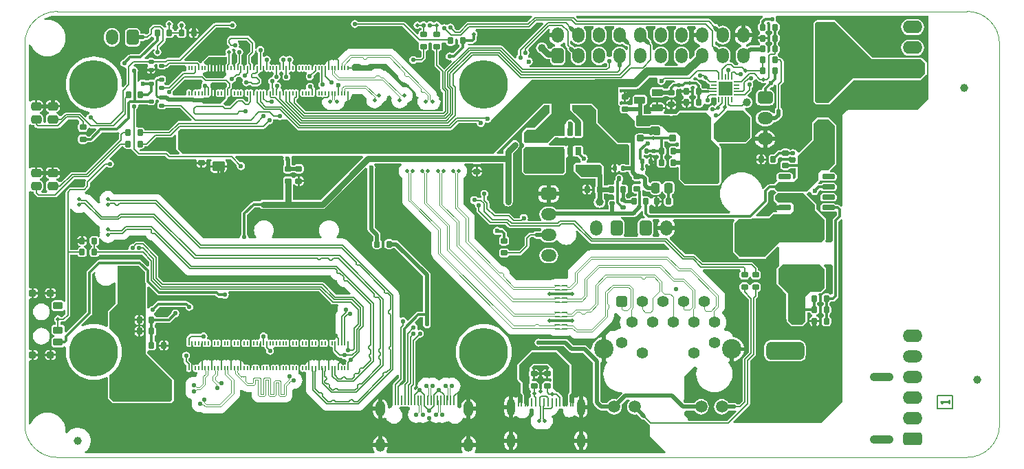
<source format=gtl>
G04*
G04 #@! TF.GenerationSoftware,Altium Limited,Altium Designer,22.2.1 (43)*
G04*
G04 Layer_Physical_Order=1*
G04 Layer_Color=255*
%FSAX44Y44*%
%MOMM*%
G71*
G04*
G04 #@! TF.SameCoordinates,6FBE58D4-8AA7-4130-90BE-7BA939E9B375*
G04*
G04*
G04 #@! TF.FilePolarity,Positive*
G04*
G01*
G75*
%ADD10C,0.5000*%
%ADD11C,0.2000*%
%ADD12C,0.3000*%
%ADD13C,0.2500*%
%ADD15C,0.1500*%
%ADD19C,0.1000*%
G04:AMPARAMS|DCode=20|XSize=1.3mm|YSize=2.5mm|CornerRadius=0.052mm|HoleSize=0mm|Usage=FLASHONLY|Rotation=180.000|XOffset=0mm|YOffset=0mm|HoleType=Round|Shape=RoundedRectangle|*
%AMROUNDEDRECTD20*
21,1,1.3000,2.3960,0,0,180.0*
21,1,1.1960,2.5000,0,0,180.0*
1,1,0.1040,-0.5980,1.1980*
1,1,0.1040,0.5980,1.1980*
1,1,0.1040,0.5980,-1.1980*
1,1,0.1040,-0.5980,-1.1980*
%
%ADD20ROUNDEDRECTD20*%
G04:AMPARAMS|DCode=21|XSize=0.23mm|YSize=1.2mm|CornerRadius=0.0863mm|HoleSize=0mm|Usage=FLASHONLY|Rotation=0.000|XOffset=0mm|YOffset=0mm|HoleType=Round|Shape=RoundedRectangle|*
%AMROUNDEDRECTD21*
21,1,0.2300,1.0275,0,0,0.0*
21,1,0.0575,1.2000,0,0,0.0*
1,1,0.1725,0.0288,-0.5138*
1,1,0.1725,-0.0288,-0.5138*
1,1,0.1725,-0.0288,0.5138*
1,1,0.1725,0.0288,0.5138*
%
%ADD21ROUNDEDRECTD21*%
G04:AMPARAMS|DCode=22|XSize=0.25mm|YSize=1mm|CornerRadius=0.0938mm|HoleSize=0mm|Usage=FLASHONLY|Rotation=0.000|XOffset=0mm|YOffset=0mm|HoleType=Round|Shape=RoundedRectangle|*
%AMROUNDEDRECTD22*
21,1,0.2500,0.8125,0,0,0.0*
21,1,0.0625,1.0000,0,0,0.0*
1,1,0.1875,0.0313,-0.4063*
1,1,0.1875,-0.0313,-0.4063*
1,1,0.1875,-0.0313,0.4063*
1,1,0.1875,0.0313,0.4063*
%
%ADD22ROUNDEDRECTD22*%
G04:AMPARAMS|DCode=23|XSize=0.6mm|YSize=0.5mm|CornerRadius=0.125mm|HoleSize=0mm|Usage=FLASHONLY|Rotation=0.000|XOffset=0mm|YOffset=0mm|HoleType=Round|Shape=RoundedRectangle|*
%AMROUNDEDRECTD23*
21,1,0.6000,0.2500,0,0,0.0*
21,1,0.3500,0.5000,0,0,0.0*
1,1,0.2500,0.1750,-0.1250*
1,1,0.2500,-0.1750,-0.1250*
1,1,0.2500,-0.1750,0.1250*
1,1,0.2500,0.1750,0.1250*
%
%ADD23ROUNDEDRECTD23*%
G04:AMPARAMS|DCode=24|XSize=1.2mm|YSize=1.6mm|CornerRadius=0.24mm|HoleSize=0mm|Usage=FLASHONLY|Rotation=90.000|XOffset=0mm|YOffset=0mm|HoleType=Round|Shape=RoundedRectangle|*
%AMROUNDEDRECTD24*
21,1,1.2000,1.1200,0,0,90.0*
21,1,0.7200,1.6000,0,0,90.0*
1,1,0.4800,0.5600,0.3600*
1,1,0.4800,0.5600,-0.3600*
1,1,0.4800,-0.5600,-0.3600*
1,1,0.4800,-0.5600,0.3600*
%
%ADD24ROUNDEDRECTD24*%
G04:AMPARAMS|DCode=25|XSize=2mm|YSize=2.6mm|CornerRadius=0.2mm|HoleSize=0mm|Usage=FLASHONLY|Rotation=0.000|XOffset=0mm|YOffset=0mm|HoleType=Round|Shape=RoundedRectangle|*
%AMROUNDEDRECTD25*
21,1,2.0000,2.2000,0,0,0.0*
21,1,1.6000,2.6000,0,0,0.0*
1,1,0.4000,0.8000,-1.1000*
1,1,0.4000,-0.8000,-1.1000*
1,1,0.4000,-0.8000,1.1000*
1,1,0.4000,0.8000,1.1000*
%
%ADD25ROUNDEDRECTD25*%
G04:AMPARAMS|DCode=26|XSize=0.2mm|YSize=0.5mm|CornerRadius=0.075mm|HoleSize=0mm|Usage=FLASHONLY|Rotation=180.000|XOffset=0mm|YOffset=0mm|HoleType=Round|Shape=RoundedRectangle|*
%AMROUNDEDRECTD26*
21,1,0.2000,0.3500,0,0,180.0*
21,1,0.0500,0.5000,0,0,180.0*
1,1,0.1500,-0.0250,0.1750*
1,1,0.1500,0.0250,0.1750*
1,1,0.1500,0.0250,-0.1750*
1,1,0.1500,-0.0250,-0.1750*
%
%ADD26ROUNDEDRECTD26*%
G04:AMPARAMS|DCode=27|XSize=0.9mm|YSize=0.8mm|CornerRadius=0.2mm|HoleSize=0mm|Usage=FLASHONLY|Rotation=180.000|XOffset=0mm|YOffset=0mm|HoleType=Round|Shape=RoundedRectangle|*
%AMROUNDEDRECTD27*
21,1,0.9000,0.4000,0,0,180.0*
21,1,0.5000,0.8000,0,0,180.0*
1,1,0.4000,-0.2500,0.2000*
1,1,0.4000,0.2500,0.2000*
1,1,0.4000,0.2500,-0.2000*
1,1,0.4000,-0.2500,-0.2000*
%
%ADD27ROUNDEDRECTD27*%
G04:AMPARAMS|DCode=28|XSize=0.9mm|YSize=1.2mm|CornerRadius=0.225mm|HoleSize=0mm|Usage=FLASHONLY|Rotation=270.000|XOffset=0mm|YOffset=0mm|HoleType=Round|Shape=RoundedRectangle|*
%AMROUNDEDRECTD28*
21,1,0.9000,0.7500,0,0,270.0*
21,1,0.4500,1.2000,0,0,270.0*
1,1,0.4500,-0.3750,-0.2250*
1,1,0.4500,-0.3750,0.2250*
1,1,0.4500,0.3750,0.2250*
1,1,0.4500,0.3750,-0.2250*
%
%ADD28ROUNDEDRECTD28*%
G04:AMPARAMS|DCode=29|XSize=2.2mm|YSize=3.2mm|CornerRadius=0.55mm|HoleSize=0mm|Usage=FLASHONLY|Rotation=180.000|XOffset=0mm|YOffset=0mm|HoleType=Round|Shape=RoundedRectangle|*
%AMROUNDEDRECTD29*
21,1,2.2000,2.1000,0,0,180.0*
21,1,1.1000,3.2000,0,0,180.0*
1,1,1.1000,-0.5500,1.0500*
1,1,1.1000,0.5500,1.0500*
1,1,1.1000,0.5500,-1.0500*
1,1,1.1000,-0.5500,-1.0500*
%
%ADD29ROUNDEDRECTD29*%
G04:AMPARAMS|DCode=30|XSize=1.3mm|YSize=1.6mm|CornerRadius=0.052mm|HoleSize=0mm|Usage=FLASHONLY|Rotation=90.000|XOffset=0mm|YOffset=0mm|HoleType=Round|Shape=RoundedRectangle|*
%AMROUNDEDRECTD30*
21,1,1.3000,1.4960,0,0,90.0*
21,1,1.1960,1.6000,0,0,90.0*
1,1,0.1040,0.7480,0.5980*
1,1,0.1040,0.7480,-0.5980*
1,1,0.1040,-0.7480,-0.5980*
1,1,0.1040,-0.7480,0.5980*
%
%ADD30ROUNDEDRECTD30*%
G04:AMPARAMS|DCode=31|XSize=1mm|YSize=1.3mm|CornerRadius=0.25mm|HoleSize=0mm|Usage=FLASHONLY|Rotation=270.000|XOffset=0mm|YOffset=0mm|HoleType=Round|Shape=RoundedRectangle|*
%AMROUNDEDRECTD31*
21,1,1.0000,0.8000,0,0,270.0*
21,1,0.5000,1.3000,0,0,270.0*
1,1,0.5000,-0.4000,-0.2500*
1,1,0.5000,-0.4000,0.2500*
1,1,0.5000,0.4000,0.2500*
1,1,0.5000,0.4000,-0.2500*
%
%ADD31ROUNDEDRECTD31*%
G04:AMPARAMS|DCode=32|XSize=0.75mm|YSize=0.8mm|CornerRadius=0.1875mm|HoleSize=0mm|Usage=FLASHONLY|Rotation=270.000|XOffset=0mm|YOffset=0mm|HoleType=Round|Shape=RoundedRectangle|*
%AMROUNDEDRECTD32*
21,1,0.7500,0.4250,0,0,270.0*
21,1,0.3750,0.8000,0,0,270.0*
1,1,0.3750,-0.2125,-0.1875*
1,1,0.3750,-0.2125,0.1875*
1,1,0.3750,0.2125,0.1875*
1,1,0.3750,0.2125,-0.1875*
%
%ADD32ROUNDEDRECTD32*%
G04:AMPARAMS|DCode=33|XSize=0.8mm|YSize=0.9mm|CornerRadius=0.2mm|HoleSize=0mm|Usage=FLASHONLY|Rotation=90.000|XOffset=0mm|YOffset=0mm|HoleType=Round|Shape=RoundedRectangle|*
%AMROUNDEDRECTD33*
21,1,0.8000,0.5000,0,0,90.0*
21,1,0.4000,0.9000,0,0,90.0*
1,1,0.4000,0.2500,0.2000*
1,1,0.4000,0.2500,-0.2000*
1,1,0.4000,-0.2500,-0.2000*
1,1,0.4000,-0.2500,0.2000*
%
%ADD33ROUNDEDRECTD33*%
G04:AMPARAMS|DCode=34|XSize=0.7mm|YSize=0.2mm|CornerRadius=0.075mm|HoleSize=0mm|Usage=FLASHONLY|Rotation=0.000|XOffset=0mm|YOffset=0mm|HoleType=Round|Shape=RoundedRectangle|*
%AMROUNDEDRECTD34*
21,1,0.7000,0.0500,0,0,0.0*
21,1,0.5500,0.2000,0,0,0.0*
1,1,0.1500,0.2750,-0.0250*
1,1,0.1500,-0.2750,-0.0250*
1,1,0.1500,-0.2750,0.0250*
1,1,0.1500,0.2750,0.0250*
%
%ADD34ROUNDEDRECTD34*%
G04:AMPARAMS|DCode=35|XSize=0.7mm|YSize=0.2mm|CornerRadius=0.075mm|HoleSize=0mm|Usage=FLASHONLY|Rotation=90.000|XOffset=0mm|YOffset=0mm|HoleType=Round|Shape=RoundedRectangle|*
%AMROUNDEDRECTD35*
21,1,0.7000,0.0500,0,0,90.0*
21,1,0.5500,0.2000,0,0,90.0*
1,1,0.1500,0.0250,0.2750*
1,1,0.1500,0.0250,-0.2750*
1,1,0.1500,-0.0250,-0.2750*
1,1,0.1500,-0.0250,0.2750*
%
%ADD35ROUNDEDRECTD35*%
G04:AMPARAMS|DCode=36|XSize=0.9mm|YSize=1.4mm|CornerRadius=0.225mm|HoleSize=0mm|Usage=FLASHONLY|Rotation=270.000|XOffset=0mm|YOffset=0mm|HoleType=Round|Shape=RoundedRectangle|*
%AMROUNDEDRECTD36*
21,1,0.9000,0.9500,0,0,270.0*
21,1,0.4500,1.4000,0,0,270.0*
1,1,0.4500,-0.4750,-0.2250*
1,1,0.4500,-0.4750,0.2250*
1,1,0.4500,0.4750,0.2250*
1,1,0.4500,0.4750,-0.2250*
%
%ADD36ROUNDEDRECTD36*%
G04:AMPARAMS|DCode=37|XSize=0.9mm|YSize=1.4mm|CornerRadius=0.225mm|HoleSize=0mm|Usage=FLASHONLY|Rotation=270.000|XOffset=0mm|YOffset=0mm|HoleType=Round|Shape=RoundedRectangle|*
%AMROUNDEDRECTD37*
21,1,0.9000,0.9500,0,0,270.0*
21,1,0.4500,1.4000,0,0,270.0*
1,1,0.4500,-0.4750,-0.2250*
1,1,0.4500,-0.4750,0.2250*
1,1,0.4500,0.4750,0.2250*
1,1,0.4500,0.4750,-0.2250*
%
%ADD37ROUNDEDRECTD37*%
G04:AMPARAMS|DCode=38|XSize=0.75mm|YSize=0.8mm|CornerRadius=0.1875mm|HoleSize=0mm|Usage=FLASHONLY|Rotation=180.000|XOffset=0mm|YOffset=0mm|HoleType=Round|Shape=RoundedRectangle|*
%AMROUNDEDRECTD38*
21,1,0.7500,0.4250,0,0,180.0*
21,1,0.3750,0.8000,0,0,180.0*
1,1,0.3750,-0.1875,0.2125*
1,1,0.3750,0.1875,0.2125*
1,1,0.3750,0.1875,-0.2125*
1,1,0.3750,-0.1875,-0.2125*
%
%ADD38ROUNDEDRECTD38*%
G04:AMPARAMS|DCode=39|XSize=3.2mm|YSize=3.8mm|CornerRadius=0.32mm|HoleSize=0mm|Usage=FLASHONLY|Rotation=0.000|XOffset=0mm|YOffset=0mm|HoleType=Round|Shape=RoundedRectangle|*
%AMROUNDEDRECTD39*
21,1,3.2000,3.1600,0,0,0.0*
21,1,2.5600,3.8000,0,0,0.0*
1,1,0.6400,1.2800,-1.5800*
1,1,0.6400,-1.2800,-1.5800*
1,1,0.6400,-1.2800,1.5800*
1,1,0.6400,1.2800,1.5800*
%
%ADD39ROUNDEDRECTD39*%
G04:AMPARAMS|DCode=40|XSize=3.05mm|YSize=2.4mm|CornerRadius=0.3mm|HoleSize=0mm|Usage=FLASHONLY|Rotation=0.000|XOffset=0mm|YOffset=0mm|HoleType=Round|Shape=RoundedRectangle|*
%AMROUNDEDRECTD40*
21,1,3.0500,1.8000,0,0,0.0*
21,1,2.4500,2.4000,0,0,0.0*
1,1,0.6000,1.2250,-0.9000*
1,1,0.6000,-1.2250,-0.9000*
1,1,0.6000,-1.2250,0.9000*
1,1,0.6000,1.2250,0.9000*
%
%ADD40ROUNDEDRECTD40*%
G04:AMPARAMS|DCode=41|XSize=1.6mm|YSize=0.6mm|CornerRadius=0.15mm|HoleSize=0mm|Usage=FLASHONLY|Rotation=0.000|XOffset=0mm|YOffset=0mm|HoleType=Round|Shape=RoundedRectangle|*
%AMROUNDEDRECTD41*
21,1,1.6000,0.3000,0,0,0.0*
21,1,1.3000,0.6000,0,0,0.0*
1,1,0.3000,0.6500,-0.1500*
1,1,0.3000,-0.6500,-0.1500*
1,1,0.3000,-0.6500,0.1500*
1,1,0.3000,0.6500,0.1500*
%
%ADD41ROUNDEDRECTD41*%
G04:AMPARAMS|DCode=42|XSize=0.6mm|YSize=0.5mm|CornerRadius=0.125mm|HoleSize=0mm|Usage=FLASHONLY|Rotation=270.000|XOffset=0mm|YOffset=0mm|HoleType=Round|Shape=RoundedRectangle|*
%AMROUNDEDRECTD42*
21,1,0.6000,0.2500,0,0,270.0*
21,1,0.3500,0.5000,0,0,270.0*
1,1,0.2500,-0.1250,-0.1750*
1,1,0.2500,-0.1250,0.1750*
1,1,0.2500,0.1250,0.1750*
1,1,0.2500,0.1250,-0.1750*
%
%ADD42ROUNDEDRECTD42*%
G04:AMPARAMS|DCode=43|XSize=0.8mm|YSize=0.8mm|CornerRadius=0.012mm|HoleSize=0mm|Usage=FLASHONLY|Rotation=180.000|XOffset=0mm|YOffset=0mm|HoleType=Round|Shape=RoundedRectangle|*
%AMROUNDEDRECTD43*
21,1,0.8000,0.7760,0,0,180.0*
21,1,0.7760,0.8000,0,0,180.0*
1,1,0.0240,-0.3880,0.3880*
1,1,0.0240,0.3880,0.3880*
1,1,0.0240,0.3880,-0.3880*
1,1,0.0240,-0.3880,-0.3880*
%
%ADD43ROUNDEDRECTD43*%
%ADD44R,2.4000X1.5000*%
G04:AMPARAMS|DCode=45|XSize=0.75mm|YSize=1mm|CornerRadius=0.0488mm|HoleSize=0mm|Usage=FLASHONLY|Rotation=0.000|XOffset=0mm|YOffset=0mm|HoleType=Round|Shape=RoundedRectangle|*
%AMROUNDEDRECTD45*
21,1,0.7500,0.9025,0,0,0.0*
21,1,0.6525,1.0000,0,0,0.0*
1,1,0.0975,0.3263,-0.4513*
1,1,0.0975,-0.3263,-0.4513*
1,1,0.0975,-0.3263,0.4513*
1,1,0.0975,0.3263,0.4513*
%
%ADD45ROUNDEDRECTD45*%
G04:AMPARAMS|DCode=46|XSize=0.6mm|YSize=1mm|CornerRadius=0.051mm|HoleSize=0mm|Usage=FLASHONLY|Rotation=0.000|XOffset=0mm|YOffset=0mm|HoleType=Round|Shape=RoundedRectangle|*
%AMROUNDEDRECTD46*
21,1,0.6000,0.8980,0,0,0.0*
21,1,0.4980,1.0000,0,0,0.0*
1,1,0.1020,0.2490,-0.4490*
1,1,0.1020,-0.2490,-0.4490*
1,1,0.1020,-0.2490,0.4490*
1,1,0.1020,0.2490,0.4490*
%
%ADD46ROUNDEDRECTD46*%
G04:AMPARAMS|DCode=47|XSize=1mm|YSize=1.3mm|CornerRadius=0.25mm|HoleSize=0mm|Usage=FLASHONLY|Rotation=180.000|XOffset=0mm|YOffset=0mm|HoleType=Round|Shape=RoundedRectangle|*
%AMROUNDEDRECTD47*
21,1,1.0000,0.8000,0,0,180.0*
21,1,0.5000,1.3000,0,0,180.0*
1,1,0.5000,-0.2500,0.4000*
1,1,0.5000,0.2500,0.4000*
1,1,0.5000,0.2500,-0.4000*
1,1,0.5000,-0.2500,-0.4000*
%
%ADD47ROUNDEDRECTD47*%
G04:AMPARAMS|DCode=48|XSize=0.675mm|YSize=0.2mm|CornerRadius=0.05mm|HoleSize=0mm|Usage=FLASHONLY|Rotation=180.000|XOffset=0mm|YOffset=0mm|HoleType=Round|Shape=RoundedRectangle|*
%AMROUNDEDRECTD48*
21,1,0.6750,0.1000,0,0,180.0*
21,1,0.5750,0.2000,0,0,180.0*
1,1,0.1000,-0.2875,0.0500*
1,1,0.1000,0.2875,0.0500*
1,1,0.1000,0.2875,-0.0500*
1,1,0.1000,-0.2875,-0.0500*
%
%ADD48ROUNDEDRECTD48*%
G04:AMPARAMS|DCode=49|XSize=0.775mm|YSize=0.4mm|CornerRadius=0.1mm|HoleSize=0mm|Usage=FLASHONLY|Rotation=180.000|XOffset=0mm|YOffset=0mm|HoleType=Round|Shape=RoundedRectangle|*
%AMROUNDEDRECTD49*
21,1,0.7750,0.2000,0,0,180.0*
21,1,0.5750,0.4000,0,0,180.0*
1,1,0.2000,-0.2875,0.1000*
1,1,0.2000,0.2875,0.1000*
1,1,0.2000,0.2875,-0.1000*
1,1,0.2000,-0.2875,-0.1000*
%
%ADD49ROUNDEDRECTD49*%
G04:AMPARAMS|DCode=50|XSize=1.3mm|YSize=1.6mm|CornerRadius=0.052mm|HoleSize=0mm|Usage=FLASHONLY|Rotation=0.000|XOffset=0mm|YOffset=0mm|HoleType=Round|Shape=RoundedRectangle|*
%AMROUNDEDRECTD50*
21,1,1.3000,1.4960,0,0,0.0*
21,1,1.1960,1.6000,0,0,0.0*
1,1,0.1040,0.5980,-0.7480*
1,1,0.1040,-0.5980,-0.7480*
1,1,0.1040,-0.5980,0.7480*
1,1,0.1040,0.5980,0.7480*
%
%ADD50ROUNDEDRECTD50*%
G04:AMPARAMS|DCode=51|XSize=0.85mm|YSize=1.25mm|CornerRadius=0.17mm|HoleSize=0mm|Usage=FLASHONLY|Rotation=0.000|XOffset=0mm|YOffset=0mm|HoleType=Round|Shape=RoundedRectangle|*
%AMROUNDEDRECTD51*
21,1,0.8500,0.9100,0,0,0.0*
21,1,0.5100,1.2500,0,0,0.0*
1,1,0.3400,0.2550,-0.4550*
1,1,0.3400,-0.2550,-0.4550*
1,1,0.3400,-0.2550,0.4550*
1,1,0.3400,0.2550,0.4550*
%
%ADD51ROUNDEDRECTD51*%
%ADD83C,0.6000*%
%ADD106C,1.5000*%
%ADD116C,0.1120*%
%ADD117C,1.0000*%
G04:AMPARAMS|DCode=118|XSize=1.7mm|YSize=1.7mm|CornerRadius=0.085mm|HoleSize=0mm|Usage=FLASHONLY|Rotation=90.000|XOffset=0mm|YOffset=0mm|HoleType=Round|Shape=RoundedRectangle|*
%AMROUNDEDRECTD118*
21,1,1.7000,1.5300,0,0,90.0*
21,1,1.5300,1.7000,0,0,90.0*
1,1,0.1700,0.7650,0.7650*
1,1,0.1700,0.7650,-0.7650*
1,1,0.1700,-0.7650,-0.7650*
1,1,0.1700,-0.7650,0.7650*
%
%ADD118ROUNDEDRECTD118*%
%ADD119C,0.5000*%
%ADD120C,0.6000*%
%ADD121C,0.7500*%
%ADD122C,0.4000*%
%ADD123C,1.0000*%
%ADD124C,0.1020*%
%ADD125C,0.1410*%
%ADD126O,2.4000X1.5000*%
%ADD127O,2.4000X1.5500*%
%ADD128O,2.4000X1.6000*%
G04:AMPARAMS|DCode=129|XSize=1.6mm|YSize=2.4mm|CornerRadius=0.4mm|HoleSize=0mm|Usage=FLASHONLY|Rotation=90.000|XOffset=0mm|YOffset=0mm|HoleType=Round|Shape=RoundedRectangle|*
%AMROUNDEDRECTD129*
21,1,1.6000,1.6000,0,0,90.0*
21,1,0.8000,2.4000,0,0,90.0*
1,1,0.8000,0.8000,0.4000*
1,1,0.8000,0.8000,-0.4000*
1,1,0.8000,-0.8000,-0.4000*
1,1,0.8000,-0.8000,0.4000*
%
%ADD129ROUNDEDRECTD129*%
%ADD130O,1.9000X1.5000*%
G04:AMPARAMS|DCode=131|XSize=1.5mm|YSize=1.9mm|CornerRadius=0.375mm|HoleSize=0mm|Usage=FLASHONLY|Rotation=270.000|XOffset=0mm|YOffset=0mm|HoleType=Round|Shape=RoundedRectangle|*
%AMROUNDEDRECTD131*
21,1,1.5000,1.1500,0,0,270.0*
21,1,0.7500,1.9000,0,0,270.0*
1,1,0.7500,-0.5750,-0.3750*
1,1,0.7500,-0.5750,0.3750*
1,1,0.7500,0.5750,0.3750*
1,1,0.7500,0.5750,-0.3750*
%
%ADD131ROUNDEDRECTD131*%
%ADD132O,1.2000X1.7000*%
%ADD133O,1.2000X1.9000*%
G04:AMPARAMS|DCode=134|XSize=1.8mm|YSize=1mm|CornerRadius=0.5mm|HoleSize=0mm|Usage=FLASHONLY|Rotation=90.000|XOffset=0mm|YOffset=0mm|HoleType=Round|Shape=RoundedRectangle|*
%AMROUNDEDRECTD134*
21,1,1.8000,0.0000,0,0,90.0*
21,1,0.8000,1.0000,0,0,90.0*
1,1,1.0000,0.0000,0.4000*
1,1,1.0000,0.0000,-0.4000*
1,1,1.0000,0.0000,-0.4000*
1,1,1.0000,0.0000,0.4000*
%
%ADD134ROUNDEDRECTD134*%
G04:AMPARAMS|DCode=135|XSize=2.1mm|YSize=1mm|CornerRadius=0.5mm|HoleSize=0mm|Usage=FLASHONLY|Rotation=90.000|XOffset=0mm|YOffset=0mm|HoleType=Round|Shape=RoundedRectangle|*
%AMROUNDEDRECTD135*
21,1,2.1000,0.0000,0,0,90.0*
21,1,1.1000,1.0000,0,0,90.0*
1,1,1.0000,0.0000,0.5500*
1,1,1.0000,0.0000,-0.5500*
1,1,1.0000,0.0000,-0.5500*
1,1,1.0000,0.0000,0.5500*
%
%ADD135ROUNDEDRECTD135*%
%ADD136O,1.5000X1.9000*%
G04:AMPARAMS|DCode=137|XSize=1.5mm|YSize=1.9mm|CornerRadius=0.375mm|HoleSize=0mm|Usage=FLASHONLY|Rotation=0.000|XOffset=0mm|YOffset=0mm|HoleType=Round|Shape=RoundedRectangle|*
%AMROUNDEDRECTD137*
21,1,1.5000,1.1500,0,0,0.0*
21,1,0.7500,1.9000,0,0,0.0*
1,1,0.7500,0.3750,-0.5750*
1,1,0.7500,-0.3750,-0.5750*
1,1,0.7500,-0.3750,0.5750*
1,1,0.7500,0.3750,0.5750*
%
%ADD137ROUNDEDRECTD137*%
%ADD138C,1.4000*%
G04:AMPARAMS|DCode=139|XSize=1.4mm|YSize=1.4mm|CornerRadius=0.35mm|HoleSize=0mm|Usage=FLASHONLY|Rotation=180.000|XOffset=0mm|YOffset=0mm|HoleType=Round|Shape=RoundedRectangle|*
%AMROUNDEDRECTD139*
21,1,1.4000,0.7000,0,0,180.0*
21,1,0.7000,1.4000,0,0,180.0*
1,1,0.7000,-0.3500,0.3500*
1,1,0.7000,0.3500,0.3500*
1,1,0.7000,0.3500,-0.3500*
1,1,0.7000,-0.3500,-0.3500*
%
%ADD139ROUNDEDRECTD139*%
%ADD140C,2.4000*%
%ADD141O,2.2000X4.7000*%
%ADD142O,4.7000X2.2000*%
G04:AMPARAMS|DCode=143|XSize=4.7mm|YSize=2.2mm|CornerRadius=0.55mm|HoleSize=0mm|Usage=FLASHONLY|Rotation=180.000|XOffset=0mm|YOffset=0mm|HoleType=Round|Shape=RoundedRectangle|*
%AMROUNDEDRECTD143*
21,1,4.7000,1.1000,0,0,180.0*
21,1,3.6000,2.2000,0,0,180.0*
1,1,1.1000,-1.8000,0.5500*
1,1,1.1000,1.8000,0.5500*
1,1,1.1000,1.8000,-0.5500*
1,1,1.1000,-1.8000,-0.5500*
%
%ADD143ROUNDEDRECTD143*%
%ADD144C,6.0000*%
%ADD145C,0.5500*%
G36*
X00040000Y00544902D02*
X00040000Y00544902D01*
X00040000Y00544902D01*
X00623609Y00544902D01*
X00624437Y00542902D01*
X00618397Y00536862D01*
X00545381D01*
X00544308Y00536648D01*
X00543398Y00536041D01*
X00534412Y00527054D01*
X00530911D01*
X00528697Y00529268D01*
X00528843Y00530000D01*
X00528474Y00531853D01*
X00527425Y00533425D01*
X00525853Y00534474D01*
X00524000Y00534843D01*
X00522147Y00534474D01*
X00520575Y00533425D01*
X00518211Y00533485D01*
X00517853Y00533724D01*
X00516000Y00534093D01*
X00514147Y00533724D01*
X00513535Y00533316D01*
X00511355Y00534174D01*
X00511239Y00534756D01*
X00510244Y00536244D01*
X00508756Y00537239D01*
X00507000Y00537588D01*
X00505244Y00537239D01*
X00503756Y00536244D01*
X00501786Y00536851D01*
X00500853Y00537474D01*
X00499000Y00537843D01*
X00497147Y00537474D01*
X00495575Y00536425D01*
X00494425D01*
X00492853Y00537474D01*
X00491000Y00537843D01*
X00489147Y00537474D01*
X00488214Y00536851D01*
X00486244Y00536244D01*
X00484756Y00537239D01*
X00483000Y00537588D01*
X00481244Y00537239D01*
X00479756Y00536244D01*
X00478761Y00534756D01*
X00478412Y00533000D01*
X00478761Y00531244D01*
X00479756Y00529756D01*
X00481244Y00528761D01*
X00483000Y00528412D01*
X00484756Y00528761D01*
X00486244Y00529756D01*
X00488196Y00529161D01*
Y00527191D01*
X00487363Y00527025D01*
X00486081Y00526169D01*
X00485225Y00524887D01*
X00484924Y00523375D01*
Y00522311D01*
X00483076Y00521546D01*
X00468205Y00536418D01*
X00467295Y00537026D01*
X00466222Y00537239D01*
X00410097D01*
X00409682Y00537860D01*
X00408111Y00538909D01*
X00406257Y00539278D01*
X00404404Y00538909D01*
X00402833Y00537860D01*
X00401783Y00536288D01*
X00401414Y00534435D01*
X00401783Y00532582D01*
X00402833Y00531011D01*
X00404404Y00529961D01*
X00406257Y00529592D01*
X00408111Y00529961D01*
X00409682Y00531011D01*
X00410097Y00531631D01*
X00465061D01*
X00484174Y00512517D01*
X00484474Y00512317D01*
X00485200Y00510242D01*
X00485225Y00509887D01*
X00484924Y00508375D01*
Y00504625D01*
X00485225Y00503113D01*
X00486081Y00501831D01*
X00487363Y00500975D01*
X00488196Y00500809D01*
Y00494097D01*
X00486903Y00492804D01*
X00481839D01*
X00481425Y00493425D01*
X00479853Y00494474D01*
X00478000Y00494843D01*
X00476147Y00494474D01*
X00474576Y00493425D01*
X00473526Y00491853D01*
X00473157Y00490000D01*
X00473526Y00488147D01*
X00474576Y00486576D01*
X00476147Y00485526D01*
X00478000Y00485157D01*
X00479853Y00485526D01*
X00481425Y00486576D01*
X00481839Y00487196D01*
X00488065D01*
X00489138Y00487410D01*
X00490047Y00488017D01*
X00492983Y00490953D01*
X00493590Y00491862D01*
X00493804Y00492935D01*
Y00500809D01*
X00494637Y00500975D01*
X00495919Y00501831D01*
X00496775Y00503113D01*
X00497076Y00504625D01*
Y00508375D01*
X00496813Y00509696D01*
X00496870Y00510030D01*
X00497972Y00511696D01*
X00500028D01*
X00501130Y00510030D01*
X00501187Y00509696D01*
X00500924Y00508375D01*
Y00504625D01*
X00501225Y00503113D01*
X00502081Y00501831D01*
X00503363Y00500975D01*
X00504196Y00500809D01*
Y00483500D01*
X00504410Y00482427D01*
X00505017Y00481517D01*
X00511696Y00474839D01*
Y00454500D01*
X00511910Y00453427D01*
X00512517Y00452517D01*
X00514946Y00450089D01*
Y00427911D01*
X00514163Y00427128D01*
X00505895D01*
X00505497Y00429128D01*
X00506872Y00429697D01*
X00508960Y00431300D01*
X00510563Y00433389D01*
X00511571Y00435822D01*
X00511915Y00438432D01*
X00511571Y00441043D01*
X00510563Y00443476D01*
X00508960Y00445564D01*
X00507130Y00446969D01*
Y00447000D01*
X00506852Y00449104D01*
X00506040Y00451065D01*
X00504748Y00452748D01*
X00455748Y00501748D01*
X00454065Y00503040D01*
X00452104Y00503853D01*
X00450000Y00504129D01*
X00400761D01*
X00398657Y00503853D01*
X00396696Y00503040D01*
X00395012Y00501748D01*
X00384930Y00491666D01*
X00383638Y00489982D01*
X00383601Y00489893D01*
X00382250Y00490071D01*
X00381750D01*
X00380000Y00489841D01*
X00378250Y00490071D01*
X00377750D01*
X00375596Y00489788D01*
X00373589Y00488956D01*
X00371866Y00487634D01*
X00370544Y00485911D01*
X00369982Y00484554D01*
X00369750D01*
X00368677Y00484341D01*
X00368000Y00483888D01*
X00367323Y00484341D01*
X00366250Y00484554D01*
X00365750D01*
X00364677Y00484341D01*
X00364000Y00483888D01*
X00363323Y00484341D01*
X00362250Y00484554D01*
X00361750D01*
X00360677Y00484341D01*
X00360000Y00483888D01*
X00359323Y00484341D01*
X00358250Y00484554D01*
X00357750D01*
X00356677Y00484341D01*
X00356000Y00483888D01*
X00355323Y00484341D01*
X00355250Y00484355D01*
Y00482959D01*
X00355159Y00482823D01*
X00354945Y00481750D01*
Y00480000D01*
X00353054D01*
Y00481750D01*
X00352841Y00482823D01*
X00352750Y00482959D01*
Y00484355D01*
X00352677Y00484341D01*
X00352000Y00483888D01*
X00351323Y00484341D01*
X00350250Y00484554D01*
X00349750D01*
X00348677Y00484341D01*
X00348000Y00483888D01*
X00347323Y00484341D01*
X00346250Y00484554D01*
X00345750D01*
X00344677Y00484341D01*
X00344000Y00483888D01*
X00343323Y00484341D01*
X00342250Y00484554D01*
X00341750D01*
X00340677Y00484341D01*
X00340000Y00483888D01*
X00339323Y00484341D01*
X00338250Y00484554D01*
X00337750D01*
X00336677Y00484341D01*
X00336000Y00483888D01*
X00335323Y00484341D01*
X00335250Y00484355D01*
Y00482959D01*
X00335159Y00482823D01*
X00334946Y00481750D01*
Y00480000D01*
Y00478250D01*
X00335159Y00477177D01*
X00335250Y00477041D01*
Y00475645D01*
X00335323Y00475660D01*
X00336000Y00476112D01*
X00336677Y00475660D01*
X00337750Y00475446D01*
X00338250D01*
X00339323Y00475660D01*
X00340000Y00476112D01*
X00340677Y00475660D01*
X00341750Y00475446D01*
X00342250D01*
X00343323Y00475660D01*
X00344000Y00476112D01*
X00344677Y00475660D01*
X00345750Y00475446D01*
X00346250D01*
X00346709Y00475168D01*
X00346878Y00474623D01*
X00346984Y00472663D01*
X00346276Y00471603D01*
X00345907Y00469750D01*
X00346276Y00467897D01*
X00347325Y00466325D01*
X00348897Y00465276D01*
X00350750Y00464907D01*
X00352603Y00465276D01*
X00354175Y00466325D01*
X00355224Y00467897D01*
X00355593Y00469750D01*
X00355447Y00470482D01*
X00359733Y00474767D01*
X00359927Y00475059D01*
X00362101Y00475056D01*
X00363196Y00473838D01*
Y00463168D01*
X00362794Y00462899D01*
X00361744Y00461328D01*
X00361375Y00459475D01*
X00361744Y00457621D01*
X00362794Y00456050D01*
X00363572Y00455530D01*
X00362792Y00453646D01*
X00362250Y00453754D01*
X00361750D01*
X00360677Y00453540D01*
X00360000Y00453088D01*
X00359323Y00453540D01*
X00358890Y00453627D01*
X00357059Y00454212D01*
X00356826Y00455382D01*
X00356163Y00456375D01*
X00356163Y00456375D01*
X00355792Y00456745D01*
X00355843Y00457000D01*
X00355474Y00458853D01*
X00354425Y00460425D01*
X00352853Y00461474D01*
X00351000Y00461843D01*
X00349147Y00461474D01*
X00347575Y00460425D01*
X00346526Y00458853D01*
X00346157Y00457000D01*
X00346419Y00455684D01*
X00346055Y00454635D01*
X00345133Y00453631D01*
X00344677Y00453540D01*
X00344000Y00453088D01*
X00343323Y00453540D01*
X00342250Y00453754D01*
X00341750D01*
X00340677Y00453540D01*
X00340000Y00453088D01*
X00339323Y00453540D01*
X00339250Y00453555D01*
Y00452159D01*
X00339159Y00452023D01*
X00338945Y00450950D01*
Y00449200D01*
Y00447450D01*
X00339159Y00446377D01*
X00339250Y00446241D01*
Y00444845D01*
X00339323Y00444860D01*
X00340000Y00445312D01*
X00340677Y00444860D01*
X00341750Y00444646D01*
X00342250D01*
X00343323Y00444860D01*
X00344000Y00445312D01*
X00344677Y00444860D01*
X00345750Y00444646D01*
X00346250D01*
X00347323Y00444860D01*
X00348000Y00445312D01*
X00348677Y00444860D01*
X00349750Y00444646D01*
X00350250D01*
X00351323Y00444860D01*
X00352000Y00445312D01*
X00352677Y00444860D01*
X00353750Y00444646D01*
X00354250D01*
X00355323Y00444860D01*
X00356000Y00445312D01*
X00356677Y00444860D01*
X00356750Y00444845D01*
Y00446241D01*
X00356841Y00446377D01*
X00357054Y00447450D01*
Y00449175D01*
X00357059Y00449200D01*
X00358946D01*
Y00447450D01*
X00359159Y00446377D01*
X00359250Y00446241D01*
Y00444845D01*
X00359323Y00444860D01*
X00360000Y00445312D01*
X00360677Y00444860D01*
X00361750Y00444646D01*
X00362250D01*
X00363323Y00444860D01*
X00364000Y00445312D01*
X00364677Y00444860D01*
X00365496Y00444697D01*
X00365649Y00444593D01*
X00366331Y00443687D01*
X00366615Y00443218D01*
X00366745Y00442705D01*
X00366107Y00441164D01*
X00365763Y00438553D01*
X00366107Y00435943D01*
X00367115Y00433510D01*
X00368717Y00431421D01*
X00370806Y00429818D01*
X00372472Y00429128D01*
X00372075Y00427128D01*
X00345812D01*
X00334455Y00438485D01*
Y00441490D01*
X00335983Y00443017D01*
X00336590Y00443927D01*
X00336772Y00444841D01*
X00336772Y00444841D01*
X00336804Y00445000D01*
Y00446322D01*
X00336841Y00446377D01*
X00337054Y00447450D01*
Y00449200D01*
Y00450950D01*
X00336841Y00452023D01*
X00336750Y00452159D01*
Y00453555D01*
X00336677Y00453540D01*
X00336000Y00453088D01*
X00335323Y00453540D01*
X00334250Y00453754D01*
X00333750D01*
X00332677Y00453540D01*
X00332000Y00453088D01*
X00331323Y00453540D01*
X00330250Y00453754D01*
X00329750D01*
X00328677Y00453540D01*
X00328000Y00453088D01*
X00327323Y00453540D01*
X00326250Y00453754D01*
X00325750D01*
X00324677Y00453540D01*
X00324000Y00453088D01*
X00323323Y00453540D01*
X00322250Y00453754D01*
X00321750D01*
X00320677Y00453540D01*
X00320000Y00453088D01*
X00319323Y00453540D01*
X00319250Y00453555D01*
Y00452159D01*
X00319159Y00452023D01*
X00318946Y00450950D01*
Y00449200D01*
X00317055D01*
Y00450950D01*
X00316841Y00452023D01*
X00316750Y00452159D01*
Y00453555D01*
X00316677Y00453540D01*
X00314952Y00454793D01*
X00314681Y00455707D01*
X00314974Y00456147D01*
X00315343Y00458000D01*
X00314974Y00459853D01*
X00313925Y00461425D01*
X00312353Y00462474D01*
X00311127Y00462718D01*
X00310992Y00462815D01*
X00311231Y00464902D01*
X00311853Y00465026D01*
X00313425Y00466076D01*
X00314474Y00467647D01*
X00314843Y00469500D01*
X00314474Y00471353D01*
X00313425Y00472925D01*
X00313422Y00472926D01*
X00313399Y00473591D01*
X00314250Y00475446D01*
X00315323Y00475660D01*
X00316000Y00476112D01*
X00316677Y00475660D01*
X00317750Y00475446D01*
X00318601Y00473591D01*
X00318578Y00472926D01*
X00318575Y00472925D01*
X00317526Y00471353D01*
X00317157Y00469500D01*
X00317526Y00467647D01*
X00318575Y00466076D01*
X00320147Y00465026D01*
X00322000Y00464657D01*
X00323853Y00465026D01*
X00325425Y00466076D01*
X00326474Y00467647D01*
X00326843Y00469500D01*
X00326474Y00471353D01*
X00325425Y00472925D01*
X00325422Y00472926D01*
X00325399Y00473591D01*
X00326250Y00475446D01*
X00327323Y00475660D01*
X00328000Y00476112D01*
X00328677Y00475660D01*
X00329750Y00475446D01*
X00330250D01*
X00331323Y00475660D01*
X00332000Y00476112D01*
X00332677Y00475660D01*
X00332750Y00475645D01*
Y00477041D01*
X00332841Y00477177D01*
X00333055Y00478250D01*
Y00480000D01*
Y00481750D01*
X00332841Y00482823D01*
X00332750Y00482959D01*
Y00484355D01*
X00332677Y00484341D01*
X00332000Y00483888D01*
X00331323Y00484341D01*
X00330250Y00484554D01*
X00329399Y00486409D01*
X00329422Y00487074D01*
X00329425Y00487075D01*
X00330474Y00488647D01*
X00330843Y00490500D01*
X00330474Y00492353D01*
X00329425Y00493924D01*
X00327853Y00494974D01*
X00326000Y00495343D01*
X00324147Y00494974D01*
X00323443Y00494504D01*
X00321424Y00493925D01*
X00319853Y00494974D01*
X00318000Y00495343D01*
X00316147Y00494974D01*
X00314575Y00493925D01*
X00313526Y00492353D01*
X00313157Y00490500D01*
X00313526Y00488647D01*
X00314575Y00487076D01*
X00314578Y00487074D01*
X00314601Y00486409D01*
X00313750Y00484554D01*
X00312677Y00484341D01*
X00312000Y00483888D01*
X00311323Y00484341D01*
X00310250Y00484554D01*
X00309750D01*
X00308677Y00484341D01*
X00308000Y00483888D01*
X00307323Y00484341D01*
X00306250Y00484554D01*
X00305750D01*
X00304677Y00484341D01*
X00304000Y00483888D01*
X00303323Y00484341D01*
X00302250Y00484554D01*
X00301399Y00486409D01*
X00301422Y00487074D01*
X00301425Y00487075D01*
X00302474Y00488647D01*
X00302843Y00490500D01*
X00302474Y00492353D01*
X00301425Y00493924D01*
X00299853Y00494974D01*
X00298000Y00495343D01*
X00296147Y00494974D01*
X00294804Y00494077D01*
X00293802Y00494339D01*
X00292804Y00494873D01*
Y00498720D01*
X00293425Y00499135D01*
X00294474Y00500706D01*
X00294843Y00502560D01*
X00294474Y00504413D01*
X00293425Y00505984D01*
X00291853Y00507034D01*
X00290000Y00507403D01*
X00288147Y00507034D01*
X00286576Y00505984D01*
X00285526Y00504413D01*
X00285304Y00503298D01*
X00283304Y00503495D01*
Y00511000D01*
X00283090Y00512073D01*
X00282483Y00512983D01*
X00276483Y00518983D01*
X00275573Y00519590D01*
X00274500Y00519804D01*
X00253686D01*
X00252613Y00519590D01*
X00251703Y00518983D01*
X00249429Y00516708D01*
X00248821Y00515799D01*
X00248608Y00514726D01*
Y00511261D01*
X00248821Y00510188D01*
X00249429Y00509278D01*
X00252190Y00506517D01*
X00252199Y00506511D01*
X00251713Y00504913D01*
X00251509Y00504567D01*
X00249859Y00504239D01*
X00248370Y00503244D01*
X00247376Y00501756D01*
X00247027Y00500000D01*
X00247376Y00498244D01*
X00247847Y00497539D01*
X00246881Y00495572D01*
X00246811Y00495539D01*
X00226500Y00495539D01*
X00226500Y00495539D01*
X00225720Y00495384D01*
X00225058Y00494942D01*
X00225058Y00494942D01*
X00218941Y00488825D01*
X00218862Y00488707D01*
X00218756Y00488612D01*
X00218643Y00488379D01*
X00218499Y00488163D01*
X00218471Y00488024D01*
X00218409Y00487896D01*
X00218394Y00487637D01*
X00218344Y00487383D01*
X00217020Y00485940D01*
X00216421Y00485826D01*
X00215983Y00486481D01*
X00214280Y00488184D01*
X00213370Y00488792D01*
X00212297Y00489005D01*
X00197043D01*
X00196278Y00490853D01*
X00235621Y00530196D01*
X00251661D01*
X00252075Y00529575D01*
X00253647Y00528526D01*
X00255500Y00528157D01*
X00257353Y00528526D01*
X00258925Y00529575D01*
X00259974Y00531147D01*
X00260343Y00533000D01*
X00259974Y00534853D01*
X00258925Y00536425D01*
X00257353Y00537474D01*
X00255500Y00537843D01*
X00253647Y00537474D01*
X00252075Y00536425D01*
X00251661Y00535804D01*
X00234460D01*
X00233387Y00535590D01*
X00232477Y00534983D01*
X00189949Y00492454D01*
X00175534D01*
X00174461Y00492240D01*
X00173552Y00491632D01*
X00172723Y00490804D01*
X00160121D01*
X00159593Y00491593D01*
X00158518Y00492311D01*
X00157250Y00492564D01*
X00153750D01*
X00152482Y00492311D01*
X00151407Y00491593D01*
X00150879Y00490804D01*
X00147751D01*
X00146923Y00492804D01*
X00157411Y00503293D01*
X00159558Y00502611D01*
X00159621Y00502245D01*
X00159026Y00501353D01*
X00158657Y00499500D01*
X00159026Y00497647D01*
X00160075Y00496075D01*
X00161647Y00495026D01*
X00163500Y00494657D01*
X00165353Y00495026D01*
X00166925Y00496075D01*
X00167974Y00497647D01*
X00168343Y00499500D01*
X00167974Y00501353D01*
X00166925Y00502924D01*
X00166304Y00503339D01*
Y00505839D01*
X00172483Y00512017D01*
X00173090Y00512927D01*
X00173304Y00514000D01*
Y00516194D01*
X00173629Y00516574D01*
X00175304Y00517587D01*
X00176125Y00517424D01*
X00179875D01*
X00181387Y00517725D01*
X00182669Y00518581D01*
X00183525Y00519863D01*
X00183691Y00520696D01*
X00187309D01*
X00187475Y00519863D01*
X00188331Y00518581D01*
X00189613Y00517725D01*
X00191125Y00517424D01*
X00194875D01*
X00196387Y00517725D01*
X00197669Y00518581D01*
X00198525Y00519863D01*
X00198826Y00521375D01*
Y00525625D01*
X00198525Y00527137D01*
X00197669Y00528419D01*
X00196511Y00529495D01*
X00197301Y00530887D01*
X00197474Y00531147D01*
X00197843Y00533000D01*
X00197474Y00534853D01*
X00196425Y00536425D01*
X00194853Y00537474D01*
X00193000Y00537843D01*
X00191147Y00537474D01*
X00189575Y00536425D01*
X00188526Y00534853D01*
X00188157Y00533000D01*
X00188526Y00531147D01*
X00188699Y00530887D01*
X00189489Y00529495D01*
X00188331Y00528419D01*
X00187475Y00527137D01*
X00187309Y00526304D01*
X00183691D01*
X00183525Y00527137D01*
X00182669Y00528419D01*
X00182008Y00528860D01*
X00181479Y00530174D01*
X00181590Y00531274D01*
X00182239Y00532244D01*
X00182588Y00534000D01*
X00182239Y00535756D01*
X00181244Y00537244D01*
X00179756Y00538239D01*
X00178000Y00538588D01*
X00176244Y00538239D01*
X00174756Y00537244D01*
X00173761Y00535756D01*
X00173412Y00534000D01*
X00173761Y00532244D01*
X00174410Y00531274D01*
X00174424Y00531126D01*
X00173871Y00530410D01*
X00173387Y00530236D01*
X00171455Y00530219D01*
X00168656Y00533018D01*
X00167746Y00533626D01*
X00166673Y00533839D01*
X00158765D01*
X00157692Y00533626D01*
X00156782Y00533018D01*
X00153695Y00529931D01*
X00153087Y00529022D01*
X00152874Y00527949D01*
Y00523839D01*
X00150659Y00521624D01*
X00148644Y00521244D01*
X00147156Y00522239D01*
X00145400Y00522588D01*
X00142250D01*
Y00523750D01*
X00142052Y00525251D01*
X00141473Y00526650D01*
X00140551Y00527851D01*
X00139350Y00528773D01*
X00137951Y00529352D01*
X00136450Y00529550D01*
X00128950D01*
X00127449Y00529352D01*
X00126050Y00528773D01*
X00124849Y00527851D01*
X00123927Y00526650D01*
X00123348Y00525251D01*
X00123150Y00523750D01*
Y00512250D01*
X00123348Y00510749D01*
X00123927Y00509350D01*
X00124849Y00508149D01*
X00126050Y00507227D01*
X00127449Y00506648D01*
X00128950Y00506450D01*
X00136450D01*
X00137951Y00506648D01*
X00139350Y00507227D01*
X00140551Y00508149D01*
X00141473Y00509350D01*
X00142052Y00510749D01*
X00142250Y00512250D01*
Y00513412D01*
X00145400D01*
X00147156Y00513761D01*
X00148644Y00514756D01*
X00148939Y00515196D01*
X00151000D01*
X00152073Y00515410D01*
X00152983Y00516017D01*
X00155796Y00518831D01*
X00158331Y00518581D01*
X00159431Y00517846D01*
Y00515406D01*
X00140973Y00496947D01*
X00129879D01*
X00128513Y00496675D01*
X00127355Y00495902D01*
X00122246Y00490793D01*
X00120647Y00490474D01*
X00119075Y00489425D01*
X00118026Y00487853D01*
X00117657Y00486000D01*
X00118026Y00484147D01*
X00119075Y00482575D01*
X00120647Y00481526D01*
X00122500Y00481157D01*
X00122946Y00481246D01*
X00124946Y00479699D01*
Y00460661D01*
X00121120Y00456836D01*
X00119174Y00457718D01*
X00119324Y00460000D01*
X00119030Y00464480D01*
X00118154Y00468884D01*
X00116711Y00473135D01*
X00114725Y00477162D01*
X00112231Y00480895D01*
X00109270Y00484270D01*
X00105895Y00487231D01*
X00102162Y00489725D01*
X00098135Y00491711D01*
X00093884Y00493154D01*
X00089480Y00494030D01*
X00085000Y00494324D01*
X00080520Y00494030D01*
X00076116Y00493154D01*
X00071865Y00491711D01*
X00067838Y00489725D01*
X00064105Y00487231D01*
X00060730Y00484270D01*
X00057769Y00480895D01*
X00055275Y00477162D01*
X00053289Y00473135D01*
X00051846Y00468884D01*
X00050970Y00464480D01*
X00050676Y00460000D01*
X00050970Y00455520D01*
X00051846Y00451116D01*
X00053289Y00446865D01*
X00055275Y00442838D01*
X00057769Y00439105D01*
X00060730Y00435730D01*
X00064105Y00432769D01*
X00067838Y00430275D01*
X00071865Y00428289D01*
X00076116Y00426846D01*
X00079724Y00426129D01*
Y00424089D01*
X00079147Y00423974D01*
X00077575Y00422925D01*
X00076526Y00421353D01*
X00076329Y00420366D01*
X00074250Y00419617D01*
X00069242Y00424625D01*
X00068332Y00425233D01*
X00067259Y00425446D01*
X00050648D01*
X00049575Y00425233D01*
X00048665Y00424625D01*
X00044864Y00420824D01*
X00042908Y00421221D01*
X00042630Y00421418D01*
X00041744Y00422744D01*
X00040256Y00423739D01*
X00039042Y00423980D01*
Y00426020D01*
X00040256Y00426261D01*
X00041744Y00427256D01*
X00042739Y00428744D01*
X00043088Y00430500D01*
Y00431750D01*
X00034500D01*
X00025912D01*
Y00430500D01*
X00026261Y00428744D01*
X00027256Y00427256D01*
X00028744Y00426261D01*
X00029958Y00426020D01*
Y00423980D01*
X00028744Y00423739D01*
X00027256Y00422744D01*
X00026261Y00421256D01*
X00025912Y00419500D01*
Y00414500D01*
X00025986Y00414129D01*
X00024652Y00412379D01*
X00023848D01*
X00022514Y00414129D01*
X00022588Y00414500D01*
Y00419500D01*
X00022239Y00421256D01*
X00021244Y00422744D01*
X00019756Y00423739D01*
X00018542Y00423980D01*
Y00426020D01*
X00019756Y00426261D01*
X00021244Y00427256D01*
X00022239Y00428744D01*
X00022588Y00430500D01*
Y00431750D01*
X00014000D01*
Y00433000D01*
X00012750D01*
Y00440088D01*
X00010000D01*
X00008244Y00439739D01*
X00007098Y00438973D01*
X00005839Y00439361D01*
X00005098Y00439859D01*
Y00508922D01*
X00007098Y00509320D01*
X00008114Y00506867D01*
X00009944Y00503881D01*
X00012218Y00501218D01*
X00014881Y00498944D01*
X00017867Y00497114D01*
X00021103Y00495774D01*
X00024509Y00494956D01*
X00028000Y00494681D01*
X00031491Y00494956D01*
X00034897Y00495774D01*
X00038133Y00497114D01*
X00041119Y00498944D01*
X00043782Y00501218D01*
X00046056Y00503881D01*
X00047886Y00506867D01*
X00049226Y00510103D01*
X00050044Y00513509D01*
X00050319Y00517000D01*
X00050044Y00520491D01*
X00049226Y00523897D01*
X00047886Y00527132D01*
X00046056Y00530119D01*
X00043782Y00532782D01*
X00041119Y00535056D01*
X00038133Y00536886D01*
X00034897Y00538227D01*
X00031491Y00539044D01*
X00028000Y00539319D01*
X00024509Y00539044D01*
X00024496Y00539041D01*
X00023747Y00540918D01*
X00024530Y00541370D01*
X00028757Y00543121D01*
X00033176Y00544305D01*
X00037712Y00544902D01*
X00040000Y00544902D01*
D02*
G37*
G36*
X00826133Y00529696D02*
X00824828Y00527995D01*
X00823770Y00525441D01*
X00823475Y00523200D01*
X00834000D01*
Y00518200D01*
X00823475D01*
X00823770Y00515959D01*
X00824828Y00513405D01*
X00826511Y00511211D01*
X00828705Y00509528D01*
X00831259Y00508470D01*
X00831380Y00508454D01*
X00831520Y00506455D01*
X00829209Y00505498D01*
X00827225Y00503975D01*
X00825702Y00501991D01*
X00824745Y00499680D01*
X00824418Y00497200D01*
Y00495603D01*
X00819924Y00491109D01*
X00818030Y00492043D01*
X00818182Y00493200D01*
Y00497200D01*
X00817856Y00499680D01*
X00816898Y00501991D01*
X00815376Y00503975D01*
X00813391Y00505498D01*
X00811080Y00506455D01*
X00808600Y00506782D01*
X00806120Y00506455D01*
X00803809Y00505498D01*
X00801825Y00503975D01*
X00800302Y00501991D01*
X00799345Y00499680D01*
X00799018Y00497200D01*
Y00493200D01*
X00799345Y00490720D01*
X00800302Y00488409D01*
X00801825Y00486425D01*
X00803809Y00484902D01*
X00804150Y00484760D01*
X00803753Y00482760D01*
X00788047D01*
X00787650Y00484760D01*
X00787991Y00484902D01*
X00789976Y00486425D01*
X00791498Y00488409D01*
X00792456Y00490720D01*
X00792782Y00493200D01*
Y00497200D01*
X00792456Y00499680D01*
X00791498Y00501991D01*
X00789976Y00503975D01*
X00787991Y00505498D01*
X00785680Y00506455D01*
X00783200Y00506782D01*
X00780720Y00506455D01*
X00778409Y00505498D01*
X00776425Y00503975D01*
X00775304Y00502515D01*
X00773304Y00503167D01*
Y00508000D01*
X00773090Y00509073D01*
X00772483Y00509983D01*
X00771285Y00511180D01*
X00771388Y00511700D01*
X00771039Y00513456D01*
X00770044Y00514944D01*
X00767255Y00517734D01*
X00767382Y00518700D01*
Y00522700D01*
X00767056Y00525180D01*
X00766098Y00527491D01*
X00764576Y00529475D01*
X00764288Y00529696D01*
X00764967Y00531696D01*
X00776033D01*
X00776712Y00529696D01*
X00776425Y00529475D01*
X00774902Y00527491D01*
X00773945Y00525180D01*
X00773618Y00522700D01*
Y00518700D01*
X00773945Y00516220D01*
X00774902Y00513909D01*
X00776425Y00511925D01*
X00778409Y00510402D01*
X00780720Y00509445D01*
X00783200Y00509118D01*
X00785680Y00509445D01*
X00787991Y00510402D01*
X00789976Y00511925D01*
X00791498Y00513909D01*
X00792456Y00516220D01*
X00792782Y00518700D01*
Y00522700D01*
X00792456Y00525180D01*
X00791498Y00527491D01*
X00789976Y00529475D01*
X00789688Y00529696D01*
X00790367Y00531696D01*
X00801433D01*
X00802112Y00529696D01*
X00801825Y00529475D01*
X00800302Y00527491D01*
X00799345Y00525180D01*
X00799018Y00522700D01*
Y00518700D01*
X00799345Y00516220D01*
X00800302Y00513909D01*
X00801825Y00511925D01*
X00803809Y00510402D01*
X00806120Y00509445D01*
X00808600Y00509118D01*
X00811080Y00509445D01*
X00813391Y00510402D01*
X00815376Y00511925D01*
X00816898Y00513909D01*
X00817856Y00516220D01*
X00818182Y00518700D01*
Y00522700D01*
X00817856Y00525180D01*
X00816898Y00527491D01*
X00815376Y00529475D01*
X00815088Y00529696D01*
X00815767Y00531696D01*
X00825427D01*
X00826133Y00529696D01*
D02*
G37*
G36*
X00725912D02*
X00725625Y00529475D01*
X00724102Y00527491D01*
X00723145Y00525180D01*
X00722818Y00522700D01*
Y00518700D01*
X00723145Y00516220D01*
X00724102Y00513909D01*
X00725625Y00511925D01*
X00727609Y00510402D01*
X00729920Y00509445D01*
X00732400Y00509118D01*
X00734880Y00509445D01*
X00736497Y00510114D01*
X00738156Y00508456D01*
X00739644Y00507461D01*
X00741400Y00507112D01*
X00742253Y00505242D01*
Y00503250D01*
X00740253Y00502571D01*
X00739175Y00503975D01*
X00737191Y00505498D01*
X00734880Y00506455D01*
X00732400Y00506782D01*
X00729920Y00506455D01*
X00727609Y00505498D01*
X00725625Y00503975D01*
X00724102Y00501991D01*
X00723145Y00499680D01*
X00722818Y00497200D01*
Y00494668D01*
X00722454Y00494269D01*
X00720818Y00493301D01*
X00719600Y00493543D01*
X00718582Y00493340D01*
X00716824Y00494464D01*
X00716582Y00494802D01*
Y00497200D01*
X00716255Y00499680D01*
X00715298Y00501991D01*
X00713775Y00503975D01*
X00711791Y00505498D01*
X00709480Y00506455D01*
X00707000Y00506782D01*
X00704520Y00506455D01*
X00702209Y00505498D01*
X00700225Y00503975D01*
X00698702Y00501991D01*
X00697745Y00499680D01*
X00697418Y00497200D01*
Y00493200D01*
X00697745Y00490720D01*
X00698702Y00488409D01*
X00700225Y00486425D01*
X00702209Y00484902D01*
X00704520Y00483945D01*
X00707000Y00483618D01*
X00709480Y00483945D01*
X00711791Y00484902D01*
X00713385Y00486125D01*
X00715006Y00486052D01*
X00715821Y00485805D01*
X00716176Y00485275D01*
X00716796Y00484861D01*
Y00482590D01*
X00715358Y00481151D01*
X00621700D01*
X00621503Y00483151D01*
X00622201Y00483290D01*
X00623855Y00484395D01*
X00624960Y00486049D01*
X00625348Y00488000D01*
X00624960Y00489951D01*
X00623855Y00491605D01*
X00622201Y00492710D01*
X00620250Y00493098D01*
X00620099Y00493068D01*
X00619319Y00494952D01*
X00619670Y00495187D01*
X00620720Y00496758D01*
X00621089Y00498611D01*
X00620720Y00500465D01*
X00619670Y00502036D01*
X00620261Y00504046D01*
X00645486Y00529271D01*
X00647028Y00527995D01*
X00645970Y00525441D01*
X00645675Y00523200D01*
X00656200D01*
Y00518200D01*
X00645675D01*
X00645970Y00515959D01*
X00647028Y00513405D01*
X00648711Y00511211D01*
X00650905Y00509528D01*
X00652785Y00508750D01*
X00652450Y00506750D01*
X00650949Y00506552D01*
X00649550Y00505973D01*
X00648349Y00505051D01*
X00647655Y00504147D01*
X00646645Y00503815D01*
X00645222Y00503752D01*
X00643460Y00505514D01*
X00643320Y00506577D01*
X00642615Y00508280D01*
X00641492Y00509742D01*
X00640030Y00510864D01*
X00638327Y00511570D01*
X00636500Y00511810D01*
X00634673Y00511570D01*
X00632970Y00510864D01*
X00631508Y00509742D01*
X00630386Y00508280D01*
X00629680Y00506577D01*
X00629440Y00504750D01*
X00629680Y00502923D01*
X00630386Y00501220D01*
X00631508Y00499757D01*
X00632970Y00498635D01*
X00634616Y00497953D01*
X00639899Y00492671D01*
X00641100Y00491749D01*
X00642499Y00491170D01*
X00644000Y00490972D01*
X00646650D01*
Y00489450D01*
X00646848Y00487949D01*
X00647427Y00486550D01*
X00648349Y00485349D01*
X00649550Y00484427D01*
X00650949Y00483848D01*
X00652450Y00483650D01*
X00659950D01*
X00661451Y00483848D01*
X00662850Y00484427D01*
X00664051Y00485349D01*
X00664973Y00486550D01*
X00665552Y00487949D01*
X00665750Y00489450D01*
Y00500950D01*
X00665552Y00502451D01*
X00664973Y00503850D01*
X00664051Y00505051D01*
X00662850Y00505973D01*
X00661451Y00506552D01*
X00659950Y00506750D01*
X00659615Y00508750D01*
X00661495Y00509528D01*
X00663689Y00511211D01*
X00663696Y00511221D01*
X00665696Y00510542D01*
Y00508300D01*
X00665910Y00507227D01*
X00666517Y00506317D01*
X00668115Y00504720D01*
X00668012Y00504200D01*
X00668361Y00502444D01*
X00669356Y00500956D01*
X00672145Y00498166D01*
X00672018Y00497200D01*
Y00493200D01*
X00672345Y00490720D01*
X00673302Y00488409D01*
X00674825Y00486425D01*
X00676809Y00484902D01*
X00679120Y00483945D01*
X00681600Y00483618D01*
X00684080Y00483945D01*
X00686391Y00484902D01*
X00688375Y00486425D01*
X00689898Y00488409D01*
X00690855Y00490720D01*
X00691182Y00493200D01*
Y00497200D01*
X00690855Y00499680D01*
X00689898Y00501991D01*
X00688375Y00503975D01*
X00686391Y00505498D01*
X00684080Y00506455D01*
X00681600Y00506782D01*
X00679120Y00506455D01*
X00677503Y00505786D01*
X00675844Y00507444D01*
X00674356Y00508439D01*
X00672600Y00508788D01*
X00671304Y00510388D01*
Y00513506D01*
X00673302Y00513909D01*
X00674825Y00511925D01*
X00676809Y00510402D01*
X00679120Y00509445D01*
X00681600Y00509118D01*
X00684080Y00509445D01*
X00686391Y00510402D01*
X00688375Y00511925D01*
X00689898Y00513909D01*
X00690855Y00516220D01*
X00691182Y00518700D01*
Y00522700D01*
X00690855Y00525180D01*
X00689898Y00527491D01*
X00688375Y00529475D01*
X00688088Y00529696D01*
X00688767Y00531696D01*
X00699833D01*
X00700512Y00529696D01*
X00700225Y00529475D01*
X00698702Y00527491D01*
X00697745Y00525180D01*
X00697418Y00522700D01*
Y00518700D01*
X00697745Y00516220D01*
X00698702Y00513909D01*
X00700225Y00511925D01*
X00702209Y00510402D01*
X00704520Y00509445D01*
X00707000Y00509118D01*
X00709480Y00509445D01*
X00711791Y00510402D01*
X00713775Y00511925D01*
X00715298Y00513909D01*
X00716255Y00516220D01*
X00716582Y00518700D01*
Y00522700D01*
X00716255Y00525180D01*
X00715298Y00527491D01*
X00713775Y00529475D01*
X00713488Y00529696D01*
X00714167Y00531696D01*
X00725233D01*
X00725912Y00529696D01*
D02*
G37*
G36*
X00533424Y00514651D02*
Y00511625D01*
X00533725Y00510113D01*
X00534581Y00508831D01*
X00534636Y00508795D01*
X00534834Y00506381D01*
X00527000Y00498547D01*
X00525493D01*
X00524853Y00498974D01*
X00523000Y00499343D01*
X00521147Y00498974D01*
X00519575Y00497925D01*
X00518526Y00496353D01*
X00518157Y00494500D01*
X00518526Y00492647D01*
X00519575Y00491075D01*
X00521147Y00490026D01*
X00523000Y00489657D01*
X00524711Y00489997D01*
X00524830Y00489909D01*
X00525407Y00487865D01*
X00516004Y00478462D01*
X00509804Y00484661D01*
Y00500809D01*
X00510637Y00500975D01*
X00511919Y00501831D01*
X00512775Y00503113D01*
X00513076Y00504625D01*
Y00508375D01*
X00512813Y00509696D01*
X00512869Y00510030D01*
X00513972Y00511696D01*
X00518424D01*
Y00511625D01*
X00518725Y00510113D01*
X00519581Y00508831D01*
X00520863Y00507975D01*
X00522375Y00507674D01*
X00526125D01*
X00527637Y00507975D01*
X00528919Y00508831D01*
X00529775Y00510113D01*
X00530076Y00511625D01*
Y00515875D01*
X00531735Y00516421D01*
X00533424Y00514651D01*
D02*
G37*
G36*
X00908811Y00543418D02*
X00908855Y00542902D01*
X00905977Y00540023D01*
X00905203Y00538866D01*
X00904931Y00537500D01*
Y00536154D01*
X00903831Y00535419D01*
X00902975Y00534137D01*
X00902674Y00532625D01*
Y00528375D01*
X00902975Y00526863D01*
X00903831Y00525581D01*
X00905010Y00524794D01*
X00905113Y00524030D01*
Y00523470D01*
X00905010Y00522706D01*
X00903831Y00521919D01*
X00902975Y00520637D01*
X00902674Y00519125D01*
Y00518250D01*
X00914326D01*
Y00519125D01*
X00914025Y00520637D01*
X00913169Y00521919D01*
X00911990Y00522706D01*
X00911887Y00523470D01*
Y00524030D01*
X00911990Y00524794D01*
X00913169Y00525581D01*
X00914025Y00526863D01*
X00914326Y00528375D01*
Y00532625D01*
X00914025Y00534137D01*
X00913494Y00534931D01*
X00914103Y00536586D01*
X00914380Y00536931D01*
X00916791D01*
X00917280Y00536605D01*
X00917983Y00534223D01*
X00917975Y00534137D01*
X00917674Y00532625D01*
Y00528375D01*
X00917975Y00526863D01*
X00918831Y00525581D01*
X00919931Y00524846D01*
Y00522654D01*
X00918831Y00521919D01*
X00917975Y00520637D01*
X00917674Y00519125D01*
Y00514875D01*
X00917975Y00513363D01*
X00918831Y00512081D01*
X00919931Y00511346D01*
Y00509154D01*
X00918831Y00508419D01*
X00917975Y00507137D01*
X00917674Y00505625D01*
Y00501375D01*
X00917684Y00501323D01*
X00916950Y00499643D01*
X00915327Y00498588D01*
X00913936Y00499730D01*
X00914025Y00499863D01*
X00914326Y00501375D01*
Y00505625D01*
X00914025Y00507137D01*
X00913169Y00508419D01*
X00911990Y00509206D01*
X00911887Y00509970D01*
Y00510530D01*
X00911990Y00511294D01*
X00913169Y00512081D01*
X00914025Y00513363D01*
X00914326Y00514875D01*
Y00515750D01*
X00902674D01*
Y00514875D01*
X00902975Y00513363D01*
X00903831Y00512081D01*
X00905010Y00511294D01*
X00905113Y00510530D01*
Y00509970D01*
X00905010Y00509206D01*
X00903831Y00508419D01*
X00903443Y00507838D01*
X00892850D01*
X00891094Y00507489D01*
X00889606Y00506494D01*
X00889124Y00506012D01*
X00887872Y00506527D01*
X00887730Y00507361D01*
X00887881Y00508611D01*
X00890095Y00509528D01*
X00892289Y00511211D01*
X00893972Y00513405D01*
X00895030Y00515959D01*
X00895325Y00518200D01*
X00884800D01*
X00874275D01*
X00874570Y00515959D01*
X00875628Y00513405D01*
X00877311Y00511211D01*
X00879505Y00509528D01*
X00882059Y00508470D01*
X00882180Y00508454D01*
X00882320Y00506455D01*
X00880009Y00505498D01*
X00878025Y00503975D01*
X00876502Y00501991D01*
X00875545Y00499680D01*
X00875218Y00497200D01*
Y00493200D01*
X00875545Y00490720D01*
X00876502Y00488409D01*
X00878025Y00486425D01*
X00878898Y00485754D01*
X00878220Y00483754D01*
X00874099D01*
X00871870Y00485983D01*
X00870961Y00486590D01*
X00869888Y00486804D01*
X00868656D01*
X00867841Y00488804D01*
X00868655Y00490770D01*
X00868982Y00493250D01*
Y00497250D01*
X00868655Y00499730D01*
X00867698Y00502041D01*
X00866176Y00504025D01*
X00864191Y00505548D01*
X00861880Y00506505D01*
X00859400Y00506832D01*
X00856920Y00506505D01*
X00855303Y00505836D01*
X00853644Y00507494D01*
X00852156Y00508489D01*
X00850400Y00508838D01*
X00849804Y00510759D01*
Y00512315D01*
X00851804Y00512994D01*
X00852625Y00511925D01*
X00854609Y00510402D01*
X00856920Y00509445D01*
X00859400Y00509118D01*
X00861880Y00509445D01*
X00864191Y00510402D01*
X00866176Y00511925D01*
X00867698Y00513909D01*
X00868655Y00516220D01*
X00868982Y00518700D01*
Y00522700D01*
X00868655Y00525180D01*
X00867698Y00527491D01*
X00866176Y00529475D01*
X00864191Y00530998D01*
X00861880Y00531955D01*
X00859400Y00532282D01*
X00856920Y00531955D01*
X00855303Y00531286D01*
X00853644Y00532944D01*
X00852156Y00533939D01*
X00850400Y00534288D01*
X00849880Y00534185D01*
X00844083Y00539983D01*
X00843173Y00540590D01*
X00842100Y00540804D01*
X00680661Y00540804D01*
X00678563Y00542902D01*
X00679392Y00544902D01*
X00908188Y00544902D01*
X00908811Y00543418D01*
D02*
G37*
G36*
X00638505Y00534568D02*
X00608169Y00504233D01*
X00607561Y00503323D01*
X00607348Y00502250D01*
Y00496690D01*
X00606575Y00496175D01*
X00605526Y00494603D01*
X00605217Y00493054D01*
X00604249Y00492501D01*
X00603223Y00492220D01*
X00588461Y00506983D01*
X00587551Y00507590D01*
X00586478Y00507804D01*
X00546507D01*
X00546322Y00507767D01*
X00545032Y00509543D01*
X00545394Y00510181D01*
X00550993D01*
X00552358Y00510453D01*
X00553516Y00511227D01*
X00555273Y00512984D01*
X00556047Y00514142D01*
X00556319Y00515507D01*
Y00519241D01*
X00556989Y00520244D01*
X00557338Y00522000D01*
X00556989Y00523756D01*
X00555994Y00525244D01*
X00554842Y00526014D01*
X00555004Y00527561D01*
X00555175Y00528014D01*
X00620561D01*
X00621634Y00528228D01*
X00622543Y00528836D01*
X00630124Y00536416D01*
X00637739D01*
X00638505Y00534568D01*
D02*
G37*
G36*
X00257147Y00504026D02*
X00258405Y00503775D01*
X00259492Y00501968D01*
X00259526Y00501853D01*
X00259157Y00500000D01*
X00259526Y00498147D01*
X00260576Y00496576D01*
X00261196Y00496161D01*
Y00487161D01*
X00260017Y00485983D01*
X00259410Y00485073D01*
X00259266Y00484352D01*
X00259172Y00484371D01*
X00259250Y00484273D01*
X00259196Y00484000D01*
Y00482878D01*
X00259159Y00482823D01*
X00258946Y00481750D01*
Y00480000D01*
X00257055D01*
Y00481750D01*
X00256841Y00482823D01*
X00256750Y00482959D01*
Y00484355D01*
X00256677Y00484341D01*
X00256162Y00483996D01*
X00255339Y00484330D01*
X00255323Y00484341D01*
X00255303Y00484344D01*
X00254343Y00484734D01*
X00254419Y00485115D01*
Y00496461D01*
X00254859Y00496756D01*
X00255854Y00498244D01*
X00256203Y00500000D01*
X00255854Y00501756D01*
X00254859Y00503244D01*
X00256085Y00504735D01*
X00257147Y00504026D01*
D02*
G37*
G36*
X00248500Y00493500D02*
X00248811Y00493189D01*
Y00486276D01*
X00248017Y00485483D01*
X00247410Y00484573D01*
X00247367Y00484359D01*
X00247323Y00484341D01*
X00247250Y00484355D01*
Y00483773D01*
X00247195Y00483500D01*
Y00482878D01*
X00247159Y00482823D01*
X00246945Y00481750D01*
Y00480000D01*
Y00478250D01*
X00247159Y00477177D01*
X00247250Y00477040D01*
Y00474557D01*
X00247915Y00473965D01*
X00247951Y00471951D01*
X00243663Y00467663D01*
X00223510D01*
X00220191Y00470983D01*
X00219500Y00471444D01*
Y00474041D01*
X00219748Y00474381D01*
X00221500Y00475496D01*
X00221750Y00475446D01*
X00222250D01*
X00223323Y00475660D01*
X00224000Y00476112D01*
X00224677Y00475660D01*
X00224750Y00475645D01*
Y00477040D01*
X00224841Y00477177D01*
X00225054Y00478250D01*
Y00480000D01*
Y00481750D01*
X00224841Y00482823D01*
X00224750Y00482959D01*
Y00484355D01*
X00224677Y00484341D01*
X00224000Y00483888D01*
X00223323Y00484341D01*
X00222250Y00484554D01*
X00221750D01*
X00220562Y00486100D01*
X00220383Y00487383D01*
X00226500Y00493500D01*
X00248500Y00493500D01*
D02*
G37*
G36*
X00285526Y00500706D02*
X00286576Y00499135D01*
X00287196Y00498720D01*
Y00485330D01*
X00286250Y00484554D01*
X00285750D01*
X00284677Y00484341D01*
X00284000Y00483888D01*
X00283323Y00484341D01*
X00283250Y00484355D01*
Y00482959D01*
X00283159Y00482823D01*
X00282946Y00481750D01*
Y00480000D01*
X00281054D01*
Y00481750D01*
X00280841Y00482823D01*
X00280804Y00482878D01*
Y00484500D01*
X00280750Y00484773D01*
Y00485433D01*
X00280590Y00485573D01*
X00279983Y00486483D01*
X00278804Y00487661D01*
Y00493839D01*
X00282483Y00497517D01*
X00283090Y00498427D01*
X00283304Y00499500D01*
Y00501624D01*
X00285304Y00501821D01*
X00285526Y00500706D01*
D02*
G37*
G36*
X00277696Y00509839D02*
Y00500662D01*
X00274017Y00496983D01*
X00273410Y00496073D01*
X00273196Y00495000D01*
Y00486500D01*
X00273410Y00485427D01*
X00272022Y00483903D01*
X00272000Y00483888D01*
X00271323Y00484341D01*
X00271250Y00484355D01*
Y00482959D01*
X00271159Y00482823D01*
X00270945Y00481750D01*
Y00480000D01*
X00269054D01*
Y00481750D01*
X00268841Y00482823D01*
X00268750Y00482959D01*
Y00484355D01*
X00268677Y00484341D01*
X00268309Y00484094D01*
X00267769Y00484356D01*
X00266641Y00485180D01*
X00266804Y00486000D01*
Y00496161D01*
X00267425Y00496576D01*
X00268474Y00498147D01*
X00268843Y00500000D01*
X00268474Y00501853D01*
X00267425Y00503425D01*
X00265853Y00504474D01*
X00264596Y00504725D01*
X00263508Y00506533D01*
X00263474Y00506647D01*
X00263843Y00508500D01*
X00263474Y00510353D01*
X00262425Y00511925D01*
X00262018Y00512196D01*
X00262625Y00514196D01*
X00273339D01*
X00277696Y00509839D01*
D02*
G37*
G36*
X00459601Y00471163D02*
X00459847Y00469291D01*
X00460660Y00467330D01*
X00461952Y00465646D01*
X00463348Y00464249D01*
X00465032Y00462957D01*
X00466993Y00462145D01*
X00468865Y00461899D01*
X00474541Y00456223D01*
X00473220Y00454716D01*
X00472543Y00455235D01*
X00470111Y00456243D01*
X00467500Y00456586D01*
X00465212Y00456285D01*
X00447104Y00474393D01*
X00445421Y00475684D01*
X00443460Y00476497D01*
X00441779Y00476718D01*
X00441667Y00476830D01*
X00439983Y00478122D01*
X00438023Y00478934D01*
X00435919Y00479211D01*
X00432637D01*
X00430533Y00478934D01*
X00428572Y00478122D01*
X00426889Y00476830D01*
X00426832Y00476774D01*
X00403866D01*
X00402571Y00478250D01*
Y00481750D01*
X00402475Y00482478D01*
X00405223Y00485227D01*
X00412068D01*
X00413274Y00484301D01*
X00415235Y00483489D01*
X00417339Y00483212D01*
X00419595D01*
X00421699Y00483489D01*
X00423660Y00484301D01*
X00424866Y00485227D01*
X00445538D01*
X00459601Y00471163D01*
D02*
G37*
G36*
X00163436Y00484250D02*
Y00481750D01*
X00163689Y00480482D01*
X00164407Y00479407D01*
X00165482Y00478689D01*
X00166750Y00478436D01*
X00170250D01*
X00171518Y00478689D01*
X00172593Y00479407D01*
X00173120Y00480196D01*
X00174154D01*
X00175227Y00480410D01*
X00176136Y00481017D01*
X00178517Y00483397D01*
X00197321D01*
X00198946Y00481750D01*
Y00478250D01*
X00199035Y00477804D01*
X00198074Y00476175D01*
X00197672Y00475804D01*
X00195108D01*
X00194035Y00475590D01*
X00193125Y00474983D01*
X00176946Y00458804D01*
X00173120D01*
X00172593Y00459593D01*
X00172150Y00459889D01*
X00172103Y00460025D01*
Y00461975D01*
X00172150Y00462111D01*
X00172593Y00462407D01*
X00173311Y00463482D01*
X00173564Y00464750D01*
Y00467250D01*
X00173311Y00468518D01*
X00172593Y00469593D01*
X00171518Y00470311D01*
X00170250Y00470564D01*
X00166750D01*
X00165482Y00470311D01*
X00164407Y00469593D01*
X00164220Y00469314D01*
X00163450D01*
X00162182Y00469061D01*
X00161107Y00468343D01*
X00159632Y00466868D01*
X00158914Y00465793D01*
X00157250Y00465564D01*
X00153750D01*
X00152482Y00465311D01*
X00151407Y00464593D01*
X00151390Y00464569D01*
X00148879D01*
X00148855Y00464605D01*
X00147201Y00465710D01*
X00145250Y00466098D01*
X00143299Y00465710D01*
X00141645Y00464605D01*
X00140540Y00462951D01*
X00138561Y00463255D01*
Y00474588D01*
X00138974Y00475207D01*
X00139343Y00477060D01*
X00138974Y00478913D01*
X00137925Y00480485D01*
X00136353Y00481534D01*
X00134664Y00481870D01*
X00134270Y00482493D01*
X00133760Y00483795D01*
X00135161Y00485196D01*
X00150879D01*
X00151407Y00484407D01*
X00151849Y00484111D01*
X00151897Y00483975D01*
Y00482025D01*
X00151849Y00481889D01*
X00151407Y00481593D01*
X00150689Y00480518D01*
X00150436Y00479250D01*
Y00479250D01*
X00160564D01*
Y00479250D01*
X00160311Y00480518D01*
X00159593Y00481593D01*
X00159396Y00481725D01*
X00159234Y00483756D01*
X00160597Y00485196D01*
X00162660D01*
X00163436Y00484250D01*
D02*
G37*
G36*
X00294945Y00478250D02*
X00295159Y00477177D01*
X00295250Y00477041D01*
Y00475645D01*
X00295323Y00475660D01*
X00296000Y00476112D01*
X00296677Y00475660D01*
X00297750Y00475446D01*
X00298250D01*
X00299323Y00475660D01*
X00300000Y00476112D01*
X00300677Y00475660D01*
X00301750Y00475446D01*
X00302250D01*
X00303323Y00475660D01*
X00304000Y00476112D01*
X00304677Y00475660D01*
X00305750Y00475446D01*
X00306601Y00473591D01*
X00306578Y00472926D01*
X00306576Y00472925D01*
X00305526Y00471353D01*
X00305396Y00470704D01*
X00304500Y00468843D01*
X00302647Y00468474D01*
X00301075Y00467425D01*
X00300026Y00465853D01*
X00299657Y00464000D01*
X00300026Y00462147D01*
X00301075Y00460575D01*
X00301696Y00460161D01*
Y00456000D01*
X00301745Y00455752D01*
X00301748Y00454754D01*
X00300507Y00453427D01*
X00300000Y00453088D01*
X00299323Y00453540D01*
X00299250Y00453555D01*
Y00452159D01*
X00299159Y00452023D01*
X00298946Y00450950D01*
Y00449200D01*
X00297054D01*
Y00450950D01*
X00296841Y00452023D01*
X00296750Y00452159D01*
Y00453555D01*
X00296677Y00453540D01*
X00296000Y00453088D01*
X00295323Y00453540D01*
X00294250Y00453754D01*
X00293750D01*
X00292677Y00453540D01*
X00292000Y00453088D01*
X00291323Y00453540D01*
X00290250Y00453754D01*
X00289750D01*
X00288677Y00453540D01*
X00288000Y00453088D01*
X00287323Y00453540D01*
X00286250Y00453754D01*
X00285750D01*
X00284677Y00453540D01*
X00284000Y00453088D01*
X00283323Y00453540D01*
X00283250Y00453555D01*
Y00452159D01*
X00283159Y00452023D01*
X00282946Y00450950D01*
Y00449200D01*
X00281054D01*
Y00450950D01*
X00280841Y00452023D01*
X00280750Y00452159D01*
Y00453555D01*
X00280677Y00453540D01*
X00280000Y00453088D01*
X00279323Y00453540D01*
X00278250Y00453754D01*
X00277750D01*
X00276677Y00453540D01*
X00276000Y00453088D01*
X00275323Y00453540D01*
X00274250Y00453754D01*
X00273750D01*
X00272677Y00453540D01*
X00272000Y00453088D01*
X00271323Y00453540D01*
X00271250Y00453555D01*
Y00452159D01*
X00271159Y00452023D01*
X00270945Y00450950D01*
Y00449200D01*
Y00447450D01*
X00271159Y00446377D01*
X00271250Y00446241D01*
Y00444845D01*
X00271323Y00444860D01*
X00272000Y00445312D01*
X00272677Y00444860D01*
X00273750Y00444646D01*
X00274250D01*
X00275196Y00443870D01*
Y00439661D01*
X00273923Y00438389D01*
X00272577D01*
X00269316Y00441651D01*
X00268406Y00442258D01*
X00267333Y00442472D01*
X00262418D01*
X00261345Y00442258D01*
X00260435Y00441651D01*
X00252089Y00433304D01*
X00247161D01*
X00245983Y00434483D01*
X00245241Y00434978D01*
X00245036Y00435277D01*
X00244648Y00437214D01*
X00248824Y00441390D01*
X00248859Y00441443D01*
X00248909Y00441481D01*
X00249079Y00441772D01*
X00249266Y00442052D01*
X00249278Y00442114D01*
X00249310Y00442168D01*
X00249356Y00442502D01*
X00249421Y00442832D01*
X00249596Y00443319D01*
X00249775Y00443682D01*
X00250359Y00444360D01*
X00250889Y00444755D01*
X00250936Y00444782D01*
X00251323Y00444860D01*
X00252000Y00445312D01*
X00252677Y00444860D01*
X00252750Y00444845D01*
Y00446241D01*
X00252841Y00446377D01*
X00253054Y00447450D01*
Y00449200D01*
X00254945D01*
Y00447450D01*
X00255159Y00446377D01*
X00255250Y00446241D01*
Y00444845D01*
X00255323Y00444860D01*
X00256000Y00445312D01*
X00256677Y00444860D01*
X00257750Y00444646D01*
X00258250D01*
X00259323Y00444860D01*
X00260000Y00445312D01*
X00260677Y00444860D01*
X00261750Y00444646D01*
X00262250D01*
X00263323Y00444860D01*
X00264000Y00445312D01*
X00264677Y00444860D01*
X00265750Y00444646D01*
X00266250D01*
X00267323Y00444860D01*
X00268000Y00445312D01*
X00268677Y00444860D01*
X00268750Y00444845D01*
Y00446241D01*
X00268841Y00446377D01*
X00269054Y00447450D01*
Y00449200D01*
Y00450950D01*
X00268841Y00452023D01*
X00268750Y00452159D01*
Y00453555D01*
X00268677Y00453540D01*
X00268000Y00453088D01*
X00267323Y00453540D01*
X00266250Y00453754D01*
X00265750D01*
X00264677Y00453540D01*
X00264000Y00453088D01*
X00263323Y00453540D01*
X00262250Y00453754D01*
X00261750D01*
X00260677Y00453540D01*
X00260000Y00453088D01*
X00259323Y00453540D01*
X00258250Y00453754D01*
X00257750D01*
X00256677Y00453540D01*
X00254866Y00454717D01*
X00254590Y00455427D01*
X00254804Y00456500D01*
Y00459734D01*
X00254914Y00460815D01*
X00256597Y00461975D01*
X00256853Y00462026D01*
X00258425Y00463075D01*
X00259474Y00464647D01*
X00259843Y00466500D01*
X00259697Y00467232D01*
X00261661Y00469196D01*
X00263229D01*
X00263853Y00469320D01*
X00265247Y00468888D01*
X00266252Y00468307D01*
X00267075Y00467076D01*
X00268647Y00466026D01*
X00268026Y00464353D01*
X00267657Y00462500D01*
X00268026Y00460647D01*
X00269075Y00459076D01*
X00270647Y00458026D01*
X00272500Y00457657D01*
X00274353Y00458026D01*
X00275924Y00459076D01*
X00278092Y00459039D01*
X00278617Y00458514D01*
X00279527Y00457906D01*
X00280600Y00457693D01*
X00286420D01*
X00287493Y00457906D01*
X00288403Y00458514D01*
X00290375Y00460486D01*
X00290983Y00461396D01*
X00291196Y00462469D01*
Y00465222D01*
X00290983Y00466295D01*
X00290375Y00467204D01*
X00287596Y00469983D01*
X00287210Y00472286D01*
X00287255Y00472433D01*
X00287983Y00473161D01*
X00288590Y00474070D01*
X00289750Y00475446D01*
X00290250D01*
X00291323Y00475660D01*
X00292000Y00476112D01*
X00292677Y00475660D01*
X00292750Y00475645D01*
Y00477040D01*
X00292840Y00477177D01*
X00293054Y00478250D01*
Y00480000D01*
X00294945D01*
Y00478250D01*
D02*
G37*
G36*
X00825842Y00468748D02*
X00826692Y00468398D01*
X00827575Y00467075D01*
X00829147Y00466026D01*
X00831000Y00465657D01*
X00832853Y00466026D01*
X00834842Y00464949D01*
X00834843Y00464947D01*
X00836332Y00463953D01*
X00838088Y00463603D01*
X00838501Y00463685D01*
X00841169Y00461017D01*
X00842078Y00460410D01*
X00843135Y00460199D01*
X00842946Y00459250D01*
Y00458750D01*
X00843160Y00457677D01*
X00843612Y00457000D01*
X00843160Y00456323D01*
X00843151Y00456279D01*
X00841547Y00454618D01*
X00841026Y00454569D01*
X00835039D01*
X00835025Y00454637D01*
X00834169Y00455919D01*
X00833069Y00456654D01*
Y00458000D01*
X00832797Y00459366D01*
X00832023Y00460523D01*
X00828523Y00464023D01*
X00827366Y00464797D01*
X00826000Y00465069D01*
X00823362D01*
X00822534Y00467069D01*
X00824424Y00468959D01*
X00825842Y00468748D01*
D02*
G37*
G36*
X00218958Y00464285D02*
X00218704Y00461711D01*
X00218575Y00461625D01*
X00217526Y00460053D01*
X00217157Y00458200D01*
X00217526Y00456347D01*
X00217636Y00456182D01*
X00216960Y00454174D01*
X00215323Y00453540D01*
X00214250Y00453754D01*
X00213750D01*
X00212677Y00453540D01*
X00212000Y00453088D01*
X00211323Y00453540D01*
X00210250Y00453754D01*
X00209750D01*
X00208677Y00453540D01*
X00208000Y00453088D01*
X00207323Y00453540D01*
X00207250Y00453555D01*
Y00452159D01*
X00207159Y00452023D01*
X00206945Y00450950D01*
Y00449200D01*
X00205054D01*
Y00450950D01*
X00204841Y00452023D01*
X00204750Y00452159D01*
Y00453555D01*
X00204677Y00453540D01*
X00204000Y00453088D01*
X00203323Y00453540D01*
X00202250Y00453754D01*
X00201750D01*
X00200677Y00453540D01*
X00199767Y00452933D01*
X00199160Y00452023D01*
X00198946Y00450950D01*
Y00447450D01*
X00197150Y00446227D01*
X00182763D01*
X00181694Y00448227D01*
X00181974Y00448647D01*
X00182343Y00450500D01*
X00182197Y00451232D01*
X00197161Y00466196D01*
X00217047D01*
X00218958Y00464285D01*
D02*
G37*
G36*
X00249000Y00459774D02*
Y00457465D01*
X00248017Y00456483D01*
X00247410Y00455573D01*
X00247408Y00455563D01*
X00246250Y00453754D01*
X00245750D01*
X00244677Y00453540D01*
X00244000Y00453088D01*
X00243323Y00453540D01*
X00242250Y00453754D01*
X00241750D01*
X00240677Y00453540D01*
X00240000Y00453088D01*
X00239323Y00453540D01*
X00238250Y00453754D01*
X00237750D01*
X00236677Y00453540D01*
X00236000Y00453088D01*
X00235323Y00453540D01*
X00235250Y00453555D01*
Y00452159D01*
X00235159Y00452023D01*
X00234946Y00450950D01*
Y00449200D01*
Y00447450D01*
X00235159Y00446377D01*
X00235250Y00446241D01*
Y00444845D01*
X00235323Y00444860D01*
X00236000Y00445312D01*
X00236677Y00444860D01*
X00237750Y00444646D01*
X00238250D01*
X00239323Y00444860D01*
X00240000Y00445312D01*
X00240677Y00444860D01*
X00241750Y00444646D01*
X00242250D01*
X00243323Y00444860D01*
X00244000Y00445312D01*
X00244677Y00444860D01*
X00245750Y00444646D01*
X00246250D01*
X00247364Y00443122D01*
X00247382Y00442832D01*
X00240550Y00436000D01*
X00219500D01*
X00218000Y00437500D01*
Y00442000D01*
X00220000Y00444000D01*
X00226000D01*
X00226744Y00444744D01*
X00227323Y00444860D01*
X00228000Y00445312D01*
X00228677Y00444860D01*
X00228750Y00444845D01*
Y00446241D01*
X00228841Y00446377D01*
X00229054Y00447450D01*
Y00449175D01*
X00229059Y00449200D01*
X00231250D01*
Y00444845D01*
X00231323Y00444860D01*
X00232000Y00445312D01*
X00232677Y00444860D01*
X00232750Y00444845D01*
Y00449200D01*
Y00453555D01*
X00232677Y00453540D01*
X00232000Y00453088D01*
X00231323Y00453540D01*
X00230250Y00453754D01*
X00229750D01*
X00229029Y00455650D01*
X00228826Y00456671D01*
X00228500Y00457158D01*
Y00460000D01*
X00230500Y00462000D01*
X00246774D01*
X00249000Y00459774D01*
D02*
G37*
G36*
X00162464Y00441242D02*
X00163732Y00440990D01*
X00164018D01*
X00164407Y00440407D01*
X00164849Y00440111D01*
X00164897Y00439975D01*
Y00438025D01*
X00164849Y00437889D01*
X00164407Y00437593D01*
X00163689Y00436518D01*
X00163436Y00435250D01*
Y00432750D01*
X00163689Y00431482D01*
X00164407Y00430407D01*
X00165482Y00429689D01*
X00166750Y00429436D01*
X00170250D01*
X00171518Y00429689D01*
X00172593Y00430407D01*
X00173120Y00431196D01*
X00190841D01*
X00205385Y00416652D01*
X00204620Y00414804D01*
X00189500D01*
X00188427Y00414590D01*
X00187517Y00413983D01*
X00176839Y00403304D01*
X00147691D01*
X00147525Y00404137D01*
X00146669Y00405419D01*
X00145387Y00406275D01*
X00143875Y00406576D01*
X00140125D01*
X00139304Y00406413D01*
X00137628Y00407426D01*
X00137304Y00407806D01*
Y00429161D01*
X00137925Y00429575D01*
X00138974Y00431147D01*
X00139343Y00433000D01*
X00139257Y00433431D01*
X00140810Y00435431D01*
X00151390D01*
X00151407Y00435407D01*
X00152482Y00434689D01*
X00153750Y00434436D01*
X00157250D01*
X00158518Y00434689D01*
X00159593Y00435407D01*
X00160311Y00436482D01*
X00160564Y00437750D01*
Y00440106D01*
X00160921Y00440452D01*
X00162397Y00441287D01*
X00162464Y00441242D01*
D02*
G37*
G36*
X00703211Y00428655D02*
Y00413500D01*
X00703250Y00413303D01*
Y00413303D01*
X00703366Y00412719D01*
X00703808Y00412058D01*
X00729308Y00386558D01*
X00729970Y00386116D01*
X00730750Y00385961D01*
X00742498Y00385961D01*
X00743912Y00384547D01*
Y00361088D01*
X00739602D01*
X00739268Y00361311D01*
X00738000Y00361564D01*
X00735500D01*
X00734232Y00361311D01*
X00733157Y00360593D01*
X00732861Y00360150D01*
X00732725Y00360103D01*
X00730775D01*
X00730639Y00360150D01*
X00730343Y00360593D01*
X00729268Y00361311D01*
X00728000Y00361564D01*
X00728000D01*
Y00356500D01*
Y00351436D01*
X00728000D01*
X00729268Y00351689D01*
X00730343Y00352407D01*
X00730639Y00352850D01*
X00730775Y00352897D01*
X00732725D01*
X00732861Y00352850D01*
X00733157Y00352407D01*
X00734232Y00351689D01*
X00735500Y00351436D01*
X00736627D01*
X00736750Y00351412D01*
X00736873Y00351436D01*
X00738000D01*
X00739268Y00351689D01*
X00739602Y00351912D01*
X00743662D01*
Y00351362D01*
X00744011Y00349606D01*
X00745006Y00348117D01*
X00747311Y00345812D01*
Y00344600D01*
X00747612Y00343088D01*
X00748468Y00341806D01*
X00749750Y00340950D01*
X00751262Y00340649D01*
X00755512D01*
X00756912Y00340927D01*
X00757036Y00340930D01*
X00758639Y00339903D01*
Y00338046D01*
X00757036Y00337020D01*
X00756912Y00337022D01*
X00755512Y00337301D01*
X00751262D01*
X00749750Y00337000D01*
X00748468Y00336143D01*
X00747612Y00334862D01*
X00747311Y00333350D01*
Y00329600D01*
X00747612Y00328088D01*
X00748468Y00326806D01*
X00749750Y00325950D01*
X00751262Y00325649D01*
X00753431D01*
Y00323256D01*
X00751625Y00321576D01*
X00747875D01*
X00746363Y00321275D01*
X00745081Y00320419D01*
X00744520Y00319578D01*
X00741248D01*
X00741061Y00320518D01*
X00740343Y00321593D01*
X00740328Y00321603D01*
Y00324603D01*
X00741419Y00325331D01*
X00742275Y00326613D01*
X00742576Y00328125D01*
Y00332375D01*
X00742275Y00333887D01*
X00741419Y00335169D01*
X00740137Y00336025D01*
X00738625Y00336326D01*
X00736077D01*
X00734663Y00338238D01*
X00734852Y00339079D01*
X00735343Y00339407D01*
X00736061Y00340482D01*
X00736314Y00341750D01*
Y00345250D01*
X00736061Y00346518D01*
X00735343Y00347593D01*
X00734268Y00348311D01*
X00733000Y00348564D01*
X00730500D01*
X00729232Y00348311D01*
X00728157Y00347593D01*
X00727439Y00346518D01*
X00727186Y00345250D01*
Y00343483D01*
X00726977Y00343273D01*
X00726203Y00342116D01*
X00725931Y00340750D01*
Y00337717D01*
X00723931Y00336265D01*
X00723625Y00336326D01*
X00719875D01*
X00718363Y00336025D01*
X00717349Y00335348D01*
X00712598D01*
Y00348250D01*
X00712519Y00348648D01*
X00712539Y00348750D01*
Y00358750D01*
X00712539Y00358750D01*
X00712384Y00359530D01*
X00711942Y00360192D01*
X00711942Y00360192D01*
X00709692Y00362442D01*
X00709030Y00362884D01*
X00708250Y00363039D01*
X00692053D01*
X00691446Y00365039D01*
X00691605Y00365145D01*
X00692710Y00366799D01*
X00693098Y00368750D01*
X00692710Y00370701D01*
X00691605Y00372355D01*
X00689951Y00373460D01*
X00688000Y00373848D01*
X00687069Y00375468D01*
Y00375500D01*
X00687049Y00375600D01*
Y00382262D01*
X00686856Y00383233D01*
X00686306Y00384056D01*
X00685483Y00384606D01*
X00684512Y00384799D01*
X00677988D01*
X00677017Y00384606D01*
X00675300Y00384050D01*
X00674469Y00384604D01*
X00673490Y00384799D01*
X00672250D01*
Y00377750D01*
Y00370701D01*
X00673490D01*
X00674469Y00370896D01*
X00675300Y00371450D01*
X00677017Y00370894D01*
X00677988Y00370701D01*
X00681002D01*
X00682911Y00368793D01*
X00682902Y00368750D01*
X00683290Y00366799D01*
X00684395Y00365145D01*
X00684554Y00365039D01*
X00683947Y00363039D01*
X00678500D01*
X00677720Y00362884D01*
X00677058Y00362442D01*
X00677058Y00362442D01*
X00676558Y00361942D01*
X00676116Y00361280D01*
X00675961Y00360500D01*
Y00353000D01*
X00676116Y00352220D01*
X00676558Y00351558D01*
X00676558Y00351558D01*
X00683808Y00344308D01*
X00684470Y00343866D01*
X00685250Y00343711D01*
X00702402D01*
Y00334526D01*
X00701975Y00333887D01*
X00701674Y00332375D01*
Y00328125D01*
X00701975Y00326613D01*
X00702402Y00325974D01*
Y00319605D01*
X00701385Y00318280D01*
X00700680Y00316577D01*
X00700440Y00314750D01*
X00700680Y00312923D01*
X00701385Y00311220D01*
X00702508Y00309757D01*
X00703970Y00308636D01*
X00705673Y00307930D01*
X00707500Y00307690D01*
X00709327Y00307930D01*
X00711030Y00308636D01*
X00712493Y00309757D01*
X00713615Y00311220D01*
X00714320Y00312923D01*
X00714560Y00314750D01*
X00714320Y00316577D01*
X00713615Y00318280D01*
X00712598Y00319605D01*
Y00325152D01*
X00717349D01*
X00718363Y00324475D01*
X00719875Y00324174D01*
X00723625D01*
X00723931Y00324235D01*
X00725931Y00322783D01*
Y00318328D01*
X00725000Y00317564D01*
X00723373D01*
X00723250Y00317588D01*
X00723127Y00317564D01*
X00721500D01*
X00720232Y00317311D01*
X00719157Y00316593D01*
X00718439Y00315518D01*
X00718186Y00314250D01*
Y00311750D01*
X00718439Y00310482D01*
X00718662Y00310148D01*
Y00305538D01*
X00654495D01*
X00653775Y00306475D01*
X00651791Y00307998D01*
X00649480Y00308955D01*
X00647000Y00309282D01*
X00643000D01*
X00640520Y00308955D01*
X00638209Y00307998D01*
X00636225Y00306475D01*
X00634702Y00304491D01*
X00633745Y00302180D01*
X00633418Y00299700D01*
X00633745Y00297220D01*
X00634702Y00294909D01*
X00635933Y00293304D01*
X00635536Y00291974D01*
X00635051Y00291304D01*
X00620199D01*
X00619204Y00292705D01*
X00619011Y00293304D01*
X00619348Y00295000D01*
X00618960Y00296951D01*
X00617855Y00298605D01*
X00616201Y00299710D01*
X00614250Y00300098D01*
X00612299Y00299710D01*
X00610645Y00298605D01*
X00609540Y00296951D01*
X00609152Y00295000D01*
X00608991Y00294804D01*
X00602911D01*
X00597983Y00299733D01*
X00597073Y00300340D01*
X00596000Y00300554D01*
X00579411D01*
X00572054Y00307911D01*
Y00313552D01*
X00571840Y00314625D01*
X00571233Y00315535D01*
X00568554Y00318214D01*
Y00321161D01*
X00569175Y00321576D01*
X00570224Y00323147D01*
X00570593Y00325000D01*
X00570224Y00326853D01*
X00569175Y00328425D01*
X00567603Y00329474D01*
X00565750Y00329843D01*
X00563897Y00329474D01*
X00562325Y00328425D01*
X00561276Y00326853D01*
X00560907Y00325000D01*
X00561276Y00323147D01*
X00562237Y00321708D01*
X00561959Y00320727D01*
X00561751Y00320247D01*
X00561377Y00319804D01*
X00557256D01*
X00556675Y00320675D01*
X00555103Y00321724D01*
X00553250Y00322093D01*
X00551397Y00321724D01*
X00549825Y00320675D01*
X00548776Y00319103D01*
X00548407Y00317250D01*
X00548776Y00315397D01*
X00549825Y00313825D01*
X00551397Y00312776D01*
X00552430Y00312570D01*
X00553867Y00311264D01*
X00554243Y00310565D01*
X00554526Y00309147D01*
X00555575Y00307575D01*
X00556196Y00307161D01*
Y00304066D01*
X00556410Y00302993D01*
X00557017Y00302084D01*
X00571322Y00287779D01*
X00572231Y00287172D01*
X00573304Y00286958D01*
X00592089D01*
X00595530Y00283517D01*
X00596439Y00282910D01*
X00597512Y00282696D01*
X00635051D01*
X00635536Y00282026D01*
X00635933Y00280696D01*
X00634702Y00279091D01*
X00634618Y00278888D01*
X00629744D01*
X00627988Y00278539D01*
X00626499Y00277544D01*
X00626205Y00277104D01*
X00621990D01*
X00620917Y00276891D01*
X00620007Y00276283D01*
X00616278Y00272554D01*
X00615671Y00271644D01*
X00615457Y00270571D01*
Y00261875D01*
X00608386Y00254804D01*
X00595891D01*
X00595775Y00255387D01*
X00594919Y00256669D01*
X00593637Y00257525D01*
X00592125Y00257826D01*
X00587875D01*
X00586363Y00257525D01*
X00585081Y00256669D01*
X00584225Y00255387D01*
X00583924Y00253875D01*
Y00250125D01*
X00584225Y00248613D01*
X00585081Y00247331D01*
X00586363Y00246475D01*
X00587875Y00246174D01*
X00592125D01*
X00593637Y00246475D01*
X00594919Y00247331D01*
X00595775Y00248613D01*
X00595891Y00249196D01*
X00609548D01*
X00610621Y00249410D01*
X00611530Y00250017D01*
X00620244Y00258731D01*
X00620852Y00259640D01*
X00621065Y00260713D01*
Y00269410D01*
X00623151Y00271496D01*
X00626205D01*
X00626499Y00271056D01*
X00627988Y00270061D01*
X00629744Y00269712D01*
X00634618D01*
X00634702Y00269509D01*
X00636225Y00267525D01*
X00638209Y00266002D01*
X00640520Y00265045D01*
X00643000Y00264718D01*
X00647000D01*
X00649480Y00265045D01*
X00651791Y00266002D01*
X00653775Y00267525D01*
X00654159Y00268024D01*
X00656152Y00267861D01*
X00656365Y00267461D01*
X00657896Y00265596D01*
X00659761Y00264065D01*
X00661889Y00262928D01*
X00664199Y00262227D01*
X00666600Y00261991D01*
X00669001Y00262227D01*
X00671311Y00262928D01*
X00673439Y00264065D01*
X00675304Y00265596D01*
X00676835Y00267461D01*
X00677972Y00269590D01*
X00678673Y00271899D01*
X00678909Y00274300D01*
X00678673Y00276702D01*
X00677972Y00279011D01*
X00679618Y00280174D01*
X00695275Y00264517D01*
X00696184Y00263910D01*
X00697257Y00263696D01*
X00787096D01*
X00793592Y00257200D01*
X00793075Y00255926D01*
X00792576Y00255388D01*
X00790739Y00255630D01*
X00696500D01*
X00694396Y00255352D01*
X00692435Y00254540D01*
X00690752Y00253249D01*
X00671252Y00233748D01*
X00669960Y00232065D01*
X00669147Y00230104D01*
X00668870Y00228000D01*
Y00221873D01*
X00667250Y00220069D01*
X00661500D01*
X00660000Y00219872D01*
X00658500Y00220069D01*
X00652750D01*
X00650662Y00219794D01*
X00648716Y00218988D01*
X00648016Y00218451D01*
X00605545D01*
X00597180Y00226817D01*
X00596934Y00228688D01*
X00596121Y00230649D01*
X00594830Y00232332D01*
X00593414Y00233748D01*
X00591730Y00235040D01*
X00589769Y00235853D01*
X00587898Y00236099D01*
X00553845Y00270152D01*
Y00295870D01*
X00553568Y00297973D01*
X00552755Y00299934D01*
X00551464Y00301618D01*
X00540452Y00312630D01*
Y00344962D01*
X00541632Y00345868D01*
X00543235Y00347957D01*
X00544243Y00350390D01*
X00544586Y00353000D01*
X00544243Y00355611D01*
X00543235Y00358043D01*
X00541632Y00360132D01*
X00540891Y00360700D01*
X00541570Y00362700D01*
X00551777D01*
X00552863Y00361975D01*
X00554375Y00361674D01*
X00558625D01*
X00560137Y00361975D01*
X00561223Y00362700D01*
X00589200D01*
Y00315261D01*
X00589398Y00313761D01*
X00589977Y00312362D01*
X00590899Y00311161D01*
X00590913Y00311146D01*
X00592115Y00310225D01*
X00593513Y00309645D01*
X00595014Y00309448D01*
X00596515Y00309645D01*
X00597914Y00310225D01*
X00599115Y00311146D01*
X00600037Y00312347D01*
X00600616Y00313746D01*
X00600814Y00315247D01*
X00600800Y00315356D01*
Y00368500D01*
Y00374848D01*
X00607351Y00381399D01*
X00608273Y00382600D01*
X00608852Y00383999D01*
X00609050Y00385500D01*
X00608852Y00387001D01*
X00608273Y00388400D01*
X00607351Y00389601D01*
X00606150Y00390523D01*
X00604751Y00391102D01*
X00603250Y00391300D01*
X00601749Y00391102D01*
X00600350Y00390523D01*
X00599149Y00389601D01*
X00590899Y00381351D01*
X00589977Y00380150D01*
X00589398Y00378751D01*
X00589200Y00377250D01*
Y00374300D01*
X00581701D01*
X00580936Y00376147D01*
X00638999Y00434211D01*
X00646211D01*
X00646211Y00425095D01*
X00627405Y00406289D01*
X00618000D01*
X00617220Y00406134D01*
X00616558Y00405692D01*
X00616558Y00405692D01*
X00615616Y00404750D01*
X00615500D01*
Y00404634D01*
X00613058Y00402192D01*
X00612616Y00401530D01*
X00612461Y00400750D01*
Y00389000D01*
X00612616Y00388220D01*
X00613058Y00387558D01*
X00613058Y00387558D01*
X00614335Y00386281D01*
X00614538Y00385385D01*
X00614493Y00383877D01*
X00612558Y00381942D01*
X00612116Y00381280D01*
X00611961Y00380500D01*
Y00352500D01*
X00611961Y00352500D01*
X00612116Y00351720D01*
X00612558Y00351058D01*
X00612558Y00351058D01*
X00615058Y00348558D01*
X00615058Y00348558D01*
X00615720Y00348116D01*
X00616500Y00347961D01*
X00662250Y00347961D01*
X00662250Y00347961D01*
X00663030Y00348116D01*
X00663692Y00348558D01*
X00665942Y00350808D01*
X00666384Y00351470D01*
X00666539Y00352250D01*
Y00369209D01*
X00666665Y00369423D01*
X00668510Y00370701D01*
X00669750D01*
Y00377750D01*
Y00384799D01*
X00668510D01*
X00667531Y00384604D01*
X00666700Y00384050D01*
X00664983Y00384606D01*
X00664013Y00384799D01*
X00657487D01*
X00657439Y00384789D01*
X00646251D01*
X00645423Y00386789D01*
X00653095Y00394461D01*
X00656418D01*
X00656517Y00394394D01*
X00657487Y00394201D01*
X00664013D01*
X00664983Y00394394D01*
X00666700Y00394950D01*
X00667531Y00394396D01*
X00668510Y00394201D01*
X00673490D01*
X00674469Y00394396D01*
X00675300Y00394950D01*
X00677017Y00394394D01*
X00677988Y00394201D01*
X00684512D01*
X00685483Y00394394D01*
X00686306Y00394944D01*
X00686856Y00395767D01*
X00687049Y00396738D01*
Y00405762D01*
X00687039Y00405812D01*
X00687039Y00412536D01*
D01*
X00687039Y00414250D01*
X00687008Y00414406D01*
X00686884Y00415031D01*
X00686442Y00415692D01*
X00686178Y00415956D01*
X00686010Y00416068D01*
X00685868Y00416210D01*
D01*
X00685818Y00416260D01*
X00685706Y00416427D01*
X00677500Y00424634D01*
X00674942Y00427192D01*
X00674942Y00427192D01*
X00673539Y00428595D01*
Y00434211D01*
X00682658D01*
D01*
X00683500D01*
X00697655D01*
X00703211Y00428655D01*
D02*
G37*
G36*
X00779152Y00466640D02*
X00778932Y00466310D01*
X00778543Y00464359D01*
X00778932Y00462408D01*
X00780037Y00460754D01*
X00781691Y00459649D01*
X00783641Y00459261D01*
X00785592Y00459649D01*
X00787246Y00460754D01*
X00788351Y00462408D01*
X00788739Y00464359D01*
X00789016Y00464696D01*
X00799519D01*
X00800525Y00462696D01*
X00800431Y00462569D01*
X00799000D01*
X00797634Y00462297D01*
X00796477Y00461523D01*
X00793477Y00458523D01*
X00792703Y00457366D01*
X00792431Y00456000D01*
Y00455539D01*
X00792363Y00455525D01*
X00791081Y00454669D01*
X00791028Y00454588D01*
X00787049D01*
X00786564Y00455314D01*
X00785158Y00456253D01*
X00783500Y00456583D01*
X00774000D01*
X00772342Y00456253D01*
X00770936Y00455314D01*
X00769997Y00453908D01*
X00769667Y00452250D01*
Y00447750D01*
X00769997Y00446092D01*
X00770936Y00444686D01*
X00772342Y00443747D01*
X00774000Y00443417D01*
X00783500D01*
X00785158Y00443747D01*
X00786564Y00444686D01*
X00787049Y00445412D01*
X00791028D01*
X00791081Y00445331D01*
X00792363Y00444475D01*
X00793875Y00444174D01*
X00798125D01*
X00799637Y00444475D01*
X00800919Y00445331D01*
X00801775Y00446613D01*
X00802076Y00448125D01*
Y00451875D01*
X00801779Y00453368D01*
X00801824Y00453434D01*
X00803237Y00454799D01*
X00803647Y00454526D01*
X00805500Y00454157D01*
X00806895Y00454435D01*
X00808236Y00453507D01*
X00808674Y00453003D01*
Y00452250D01*
X00820326D01*
Y00453125D01*
X00820025Y00454637D01*
X00819766Y00455025D01*
X00820548Y00457220D01*
X00820756Y00457261D01*
X00821759Y00457931D01*
X00823366D01*
X00824858Y00456186D01*
X00824831Y00455919D01*
X00823975Y00454637D01*
X00823674Y00453125D01*
Y00448875D01*
X00823975Y00447363D01*
X00824831Y00446081D01*
X00825931Y00445346D01*
Y00443154D01*
X00824831Y00442419D01*
X00823975Y00441137D01*
X00823674Y00439625D01*
Y00435375D01*
X00823975Y00433863D01*
X00824831Y00432581D01*
X00826113Y00431725D01*
X00827625Y00431424D01*
X00831375D01*
X00832887Y00431725D01*
X00834169Y00432581D01*
X00835025Y00433863D01*
X00835326Y00435375D01*
Y00435594D01*
X00836268Y00436122D01*
X00837326Y00436408D01*
X00838647Y00435526D01*
X00840500Y00435157D01*
X00842353Y00435526D01*
X00843925Y00436576D01*
X00844974Y00438147D01*
X00845343Y00440000D01*
X00844974Y00441853D01*
X00844814Y00442093D01*
X00845464Y00443380D01*
X00845981Y00443946D01*
X00849523D01*
X00851268Y00443768D01*
X00851446Y00442023D01*
Y00438250D01*
X00851629Y00437330D01*
X00851634Y00436889D01*
X00851506Y00435479D01*
X00850954Y00434907D01*
X00849998Y00434268D01*
X00849162Y00433017D01*
X00848103Y00433724D01*
X00846250Y00434093D01*
X00844397Y00433724D01*
X00842825Y00432674D01*
X00841776Y00431103D01*
X00841407Y00429250D01*
X00841533Y00428619D01*
X00839780Y00427384D01*
X00839000Y00427539D01*
X00807000Y00427539D01*
X00807000Y00427539D01*
X00806220Y00427384D01*
X00805558Y00426942D01*
X00805558Y00426942D01*
X00802155Y00423539D01*
X00797548D01*
X00796768Y00423384D01*
X00796539Y00423289D01*
X00795461D01*
X00795232Y00423384D01*
X00794452Y00423539D01*
X00786951D01*
X00786344Y00425539D01*
X00786564Y00425686D01*
X00787503Y00427092D01*
X00787833Y00428750D01*
Y00429750D01*
X00778750D01*
X00769667D01*
Y00428750D01*
X00769997Y00427092D01*
X00770936Y00425686D01*
X00771156Y00425539D01*
X00770549Y00423539D01*
X00762213D01*
Y00433959D01*
X00763658Y00434247D01*
X00765064Y00435186D01*
X00766003Y00436592D01*
X00766333Y00438250D01*
Y00442750D01*
X00766003Y00444408D01*
X00765064Y00445814D01*
X00763658Y00446753D01*
X00762000Y00447083D01*
X00752500D01*
X00750842Y00446753D01*
X00749436Y00445814D01*
X00748497Y00444408D01*
X00748167Y00442750D01*
Y00438250D01*
X00748497Y00436592D01*
X00748666Y00436338D01*
X00747597Y00434338D01*
X00743723D01*
X00743669Y00434419D01*
X00742387Y00435275D01*
X00740875Y00435576D01*
X00736625D01*
X00735113Y00435275D01*
X00733907Y00434469D01*
X00732539Y00435837D01*
Y00438689D01*
X00734539Y00439608D01*
X00735113Y00439225D01*
X00736625Y00438924D01*
X00737500D01*
Y00444750D01*
Y00450576D01*
X00736625D01*
X00735113Y00450275D01*
X00734539Y00449892D01*
X00732539Y00450811D01*
Y00454190D01*
X00752094D01*
X00753921Y00454430D01*
X00755624Y00455135D01*
X00757086Y00456258D01*
X00769469Y00468640D01*
X00778083D01*
X00779152Y00466640D01*
D02*
G37*
G36*
X00479837Y00450927D02*
X00480020Y00449539D01*
X00480832Y00447578D01*
X00482124Y00445894D01*
X00483466Y00444552D01*
X00484821Y00443512D01*
X00484793Y00443476D01*
X00483785Y00441043D01*
X00483441Y00438432D01*
X00483785Y00435822D01*
X00484793Y00433389D01*
X00486395Y00431300D01*
X00488484Y00429697D01*
X00489859Y00429128D01*
X00489461Y00427128D01*
X00387925D01*
X00387527Y00429128D01*
X00389194Y00429818D01*
X00391283Y00431421D01*
X00392885Y00433510D01*
X00393893Y00435943D01*
X00394237Y00438553D01*
X00396145Y00439378D01*
X00396404Y00439412D01*
X00398411Y00440244D01*
X00400134Y00441566D01*
X00401456Y00443289D01*
X00402288Y00445296D01*
X00402571Y00447450D01*
Y00447727D01*
X00415777D01*
X00420715Y00442788D01*
X00420414Y00440500D01*
X00420757Y00437890D01*
X00421765Y00435457D01*
X00423368Y00433368D01*
X00425457Y00431765D01*
X00427890Y00430757D01*
X00430500Y00430414D01*
X00433111Y00430757D01*
X00435543Y00431765D01*
X00437632Y00433368D01*
X00439235Y00435457D01*
X00439873Y00436997D01*
X00441413Y00437635D01*
X00443502Y00439238D01*
X00445105Y00441326D01*
X00446112Y00443759D01*
X00446352Y00445583D01*
X00448360Y00446404D01*
X00451845Y00442919D01*
X00451544Y00440630D01*
X00451888Y00438020D01*
X00452895Y00435587D01*
X00454498Y00433498D01*
X00456587Y00431895D01*
X00459020Y00430888D01*
X00461630Y00430544D01*
X00464241Y00430888D01*
X00466674Y00431895D01*
X00468763Y00433498D01*
X00470365Y00435587D01*
X00471003Y00437127D01*
X00472543Y00437765D01*
X00474632Y00439368D01*
X00476235Y00441457D01*
X00477243Y00443890D01*
X00477586Y00446500D01*
X00477243Y00449110D01*
X00476235Y00451543D01*
X00475716Y00452220D01*
X00477223Y00453541D01*
X00479837Y00450927D01*
D02*
G37*
G36*
X01112686Y00442373D02*
X01098627Y00428314D01*
X01014000D01*
X01012732Y00428061D01*
X01011657Y00427343D01*
X01007657Y00423343D01*
X01006939Y00422268D01*
X01006686Y00421000D01*
Y00310189D01*
X01004686Y00309360D01*
X01003573Y00310473D01*
X01002416Y00311247D01*
X01001050Y00311519D01*
X00998827D01*
X00998523Y00311973D01*
X00997366Y00312747D01*
X00996000Y00313019D01*
X00983000D01*
X00981634Y00312747D01*
X00980477Y00311973D01*
X00979703Y00310816D01*
X00979431Y00309450D01*
Y00306450D01*
X00979703Y00305084D01*
X00980477Y00303927D01*
X00981634Y00303153D01*
X00983000Y00302881D01*
X00996000D01*
X00997366Y00303153D01*
X00997931Y00303531D01*
X00999805Y00302760D01*
X00999931Y00302645D01*
Y00298978D01*
X00995477Y00294523D01*
X00994703Y00293366D01*
X00994431Y00292000D01*
Y00267393D01*
X00993500Y00265539D01*
X00986036D01*
X00985271Y00267387D01*
X00985942Y00268058D01*
X00986384Y00268720D01*
X00986539Y00269500D01*
X00986539Y00293000D01*
X00986384Y00293780D01*
X00985942Y00294442D01*
X00985942Y00294442D01*
X00974539Y00305845D01*
Y00311500D01*
X00974539Y00311500D01*
X00974384Y00312280D01*
X00973942Y00312942D01*
X00962759Y00324125D01*
X00963627Y00326086D01*
X00963780Y00326116D01*
X00964442Y00326558D01*
X00964442Y00326558D01*
X00965532Y00327648D01*
X00967702Y00326990D01*
X00967790Y00326549D01*
X00968895Y00324895D01*
X00970549Y00323790D01*
X00972500Y00323402D01*
X00974451Y00323790D01*
X00976105Y00324895D01*
X00977210Y00326549D01*
X00977598Y00328500D01*
X00978497Y00329331D01*
X00980477Y00329327D01*
X00981634Y00328553D01*
X00983000Y00328281D01*
X00996000D01*
X00997366Y00328553D01*
X00998523Y00329327D01*
X00999297Y00330484D01*
X00999569Y00331850D01*
Y00334850D01*
X00999297Y00336216D01*
X00998523Y00337373D01*
X00997366Y00338147D01*
X00996000Y00338419D01*
X00983000D01*
X00981634Y00338147D01*
X00980477Y00337373D01*
X00980173Y00336919D01*
X00977631D01*
X00977129Y00337584D01*
X00976715Y00338831D01*
X00978442Y00340558D01*
X00978747Y00341015D01*
X00979228Y00341296D01*
X00980986Y00341687D01*
X00981634Y00341253D01*
X00983000Y00340981D01*
X00996000D01*
X00997366Y00341253D01*
X00998523Y00342027D01*
X00999297Y00343184D01*
X00999569Y00344550D01*
Y00347550D01*
X00999297Y00348916D01*
X00998523Y00350073D01*
X00997366Y00350847D01*
X00996000Y00351119D01*
X00991795D01*
X00991002Y00353119D01*
X00998442Y00360558D01*
X00998884Y00361220D01*
X00999039Y00362000D01*
Y00409000D01*
X00999039Y00409000D01*
X00998884Y00409780D01*
X00998442Y00410442D01*
X00998442Y00410442D01*
X00990442Y00418442D01*
X00990442Y00418442D01*
X00989780Y00418884D01*
X00989000Y00419039D01*
X00976000Y00419039D01*
X00975220Y00418884D01*
X00974558Y00418442D01*
X00970000Y00413884D01*
D01*
X00969558Y00413442D01*
X00969116Y00412780D01*
X00968961Y00412000D01*
Y00392345D01*
X00952885Y00376269D01*
X00950715Y00376927D01*
X00950710Y00376951D01*
X00949605Y00378605D01*
X00947951Y00379710D01*
X00946000Y00380098D01*
X00944049Y00379710D01*
X00942395Y00378605D01*
X00941419Y00379668D01*
X00941419Y00379669D01*
X00941040Y00379922D01*
X00940137Y00380525D01*
X00938625Y00380826D01*
X00934375D01*
X00932863Y00380525D01*
X00931581Y00379669D01*
X00930846Y00378569D01*
X00929000D01*
X00927634Y00378297D01*
X00926477Y00377523D01*
X00922529Y00373576D01*
X00919625D01*
X00918113Y00373275D01*
X00916831Y00372419D01*
X00915975Y00371137D01*
X00915674Y00369625D01*
Y00365375D01*
X00915975Y00363863D01*
X00916831Y00362581D01*
X00918113Y00361725D01*
X00919625Y00361424D01*
X00923375D01*
X00924887Y00361725D01*
X00926169Y00362581D01*
X00927025Y00363863D01*
X00927326Y00365375D01*
Y00368279D01*
X00929257Y00370210D01*
X00931581Y00370331D01*
X00932863Y00369475D01*
X00934375Y00369174D01*
X00938625D01*
X00940137Y00369475D01*
X00941040Y00370078D01*
X00941419Y00370331D01*
X00941419Y00370332D01*
X00942395Y00371395D01*
X00944049Y00370290D01*
X00946000Y00369902D01*
X00947461Y00370193D01*
X00949461Y00369077D01*
X00949461Y00365569D01*
X00947847Y00363569D01*
X00942154D01*
X00941419Y00364669D01*
X00940137Y00365525D01*
X00938625Y00365826D01*
X00934375D01*
X00932863Y00365525D01*
X00931581Y00364669D01*
X00930725Y00363387D01*
X00930424Y00361875D01*
Y00358125D01*
X00930725Y00356613D01*
X00931581Y00355331D01*
X00932863Y00354475D01*
X00934375Y00354174D01*
X00938625D01*
X00940137Y00354475D01*
X00941419Y00355331D01*
X00942154Y00356431D01*
X00949461D01*
X00949461Y00345345D01*
X00947345Y00343229D01*
X00945502Y00344214D01*
X00945569Y00344550D01*
Y00347550D01*
X00945297Y00348916D01*
X00944523Y00350073D01*
X00943366Y00350847D01*
X00942000Y00351119D01*
X00929000D01*
X00927634Y00350847D01*
X00926477Y00350073D01*
X00925703Y00348916D01*
X00925431Y00347550D01*
Y00344550D01*
X00925703Y00343184D01*
X00925773Y00343080D01*
X00926014Y00341269D01*
X00925434Y00340318D01*
X00922058Y00336942D01*
X00922058Y00336942D01*
X00922042Y00336919D01*
X00917100D01*
X00915734Y00336647D01*
X00914577Y00335873D01*
X00909874Y00331171D01*
X00908334Y00331366D01*
X00907690Y00331699D01*
X00907317Y00333255D01*
X00905735Y00337072D01*
X00903577Y00340595D01*
X00900893Y00343737D01*
X00897751Y00346421D01*
X00894228Y00348579D01*
X00890411Y00350161D01*
X00886393Y00351125D01*
X00882274Y00351449D01*
X00878155Y00351125D01*
X00874137Y00350161D01*
X00870320Y00348579D01*
X00866797Y00346421D01*
X00863655Y00343737D01*
X00860972Y00340595D01*
X00858813Y00337072D01*
X00857232Y00333255D01*
X00856267Y00329237D01*
X00855943Y00325118D01*
X00856267Y00320999D01*
X00857232Y00316981D01*
X00858813Y00313164D01*
X00860972Y00309641D01*
X00863655Y00306499D01*
X00866797Y00303816D01*
X00868425Y00302819D01*
X00867860Y00300819D01*
X00769478D01*
X00768319Y00301978D01*
Y00309846D01*
X00769419Y00310581D01*
X00770206Y00311760D01*
X00770971Y00311863D01*
X00771529D01*
X00772294Y00311760D01*
X00773081Y00310581D01*
X00774363Y00309725D01*
X00775875Y00309424D01*
X00776500D01*
Y00315500D01*
Y00321576D01*
X00775875D01*
X00774363Y00321275D01*
X00773081Y00320419D01*
X00772294Y00319240D01*
X00771529Y00319137D01*
X00770971D01*
X00770206Y00319240D01*
X00769419Y00320419D01*
X00768137Y00321275D01*
X00766625Y00321576D01*
X00762875D01*
X00762569Y00321515D01*
X00760569Y00322967D01*
Y00327862D01*
X00760297Y00329227D01*
X00760437Y00329496D01*
X00762887Y00329874D01*
X00763756Y00329006D01*
X00765244Y00328011D01*
X00767000Y00327662D01*
X00769779D01*
X00770011Y00326494D01*
X00771006Y00325006D01*
X00772494Y00324011D01*
X00774250Y00323662D01*
X00779250D01*
X00781006Y00324011D01*
X00782494Y00325006D01*
X00783489Y00326494D01*
X00783730Y00327708D01*
X00785770D01*
X00786011Y00326494D01*
X00787006Y00325006D01*
X00788494Y00324011D01*
X00789181Y00323874D01*
Y00321154D01*
X00788081Y00320419D01*
X00787225Y00319137D01*
X00786924Y00317625D01*
Y00313375D01*
X00787225Y00311863D01*
X00788081Y00310581D01*
X00789363Y00309725D01*
X00790875Y00309424D01*
X00794625D01*
X00796137Y00309725D01*
X00797419Y00310581D01*
X00798275Y00311863D01*
X00798576Y00313375D01*
Y00317625D01*
X00798275Y00319137D01*
X00797419Y00320419D01*
X00796319Y00321154D01*
Y00323874D01*
X00797006Y00324011D01*
X00798494Y00325006D01*
X00799489Y00326494D01*
X00799838Y00328250D01*
Y00336250D01*
X00799489Y00338006D01*
X00798494Y00339494D01*
X00797006Y00340489D01*
X00795250Y00340838D01*
X00790250D01*
X00788494Y00340489D01*
X00787006Y00339494D01*
X00786011Y00338006D01*
X00785770Y00336792D01*
X00783730D01*
X00783489Y00338006D01*
X00782494Y00339494D01*
X00781006Y00340489D01*
X00779250Y00340838D01*
X00774250D01*
X00772494Y00340489D01*
X00771006Y00339494D01*
X00770231Y00338336D01*
X00770010Y00338265D01*
X00768088Y00339306D01*
Y00343472D01*
X00767739Y00345228D01*
X00766744Y00346716D01*
X00763815Y00349645D01*
X00763501Y00349855D01*
X00763494Y00352256D01*
X00764489Y00353744D01*
X00764838Y00355500D01*
X00764489Y00357256D01*
X00763944Y00358072D01*
Y00360807D01*
X00764093Y00360907D01*
X00764389Y00361349D01*
X00764525Y00361397D01*
X00766475D01*
X00766611Y00361349D01*
X00766907Y00360907D01*
X00767982Y00360189D01*
X00769250Y00359936D01*
X00769250D01*
Y00365000D01*
Y00370064D01*
X00769250D01*
X00767982Y00369811D01*
X00766907Y00369093D01*
X00766611Y00368651D01*
X00766475Y00368603D01*
X00764525D01*
X00764389Y00368651D01*
X00764093Y00369093D01*
X00763018Y00369811D01*
X00761750Y00370064D01*
X00761629D01*
X00761536Y00372064D01*
X00762038Y00372454D01*
X00763319Y00373122D01*
X00764250Y00372936D01*
X00766750D01*
X00768018Y00373189D01*
X00769093Y00373907D01*
X00769117Y00373943D01*
X00771113D01*
X00771145Y00373895D01*
X00772799Y00372790D01*
X00774750Y00372402D01*
X00776701Y00372790D01*
X00778250Y00373825D01*
X00779081Y00372581D01*
X00780181Y00371846D01*
Y00369154D01*
X00779081Y00368419D01*
X00778225Y00367137D01*
X00777924Y00365625D01*
Y00361375D01*
X00778225Y00359863D01*
X00779081Y00358581D01*
X00780363Y00357725D01*
X00781875Y00357424D01*
X00785625D01*
X00787137Y00357725D01*
X00788419Y00358581D01*
X00789275Y00359863D01*
X00789576Y00361375D01*
Y00365625D01*
X00789275Y00367137D01*
X00788419Y00368419D01*
X00787318Y00369154D01*
Y00371846D01*
X00788419Y00372581D01*
X00789275Y00373863D01*
X00789576Y00375375D01*
Y00379625D01*
X00789275Y00381137D01*
X00788419Y00382419D01*
X00787318Y00383154D01*
Y00389931D01*
X00791237D01*
X00792116Y00388616D01*
X00793439Y00387732D01*
X00795000Y00387422D01*
X00800000D01*
X00801561Y00387732D01*
X00802884Y00388616D01*
X00802961Y00388731D01*
X00804961Y00388125D01*
Y00383611D01*
X00804544Y00383288D01*
X00802961Y00382725D01*
X00802137Y00383275D01*
X00800625Y00383576D01*
X00796875D01*
X00795363Y00383275D01*
X00794081Y00382419D01*
X00793225Y00381137D01*
X00792924Y00379625D01*
Y00375375D01*
X00793225Y00373863D01*
X00794081Y00372581D01*
X00795363Y00371725D01*
X00796395Y00371520D01*
Y00369480D01*
X00795363Y00369275D01*
X00794081Y00368419D01*
X00793225Y00367137D01*
X00792924Y00365625D01*
Y00361375D01*
X00793225Y00359863D01*
X00794081Y00358581D01*
X00795363Y00357725D01*
X00796875Y00357424D01*
X00800625D01*
X00802137Y00357725D01*
X00802961Y00358275D01*
X00804254Y00357936D01*
X00804961Y00357389D01*
Y00343250D01*
X00804961Y00343250D01*
X00805116Y00342470D01*
X00805558Y00341808D01*
X00805558Y00341808D01*
X00811609Y00335757D01*
X00812270Y00335316D01*
X00813051Y00335160D01*
X00852699D01*
X00853480Y00335316D01*
X00854141Y00335757D01*
X00854141Y00335758D01*
X00856692Y00338308D01*
X00857134Y00338970D01*
X00857289Y00339750D01*
X00857289Y00381486D01*
X00857134Y00382266D01*
X00856692Y00382928D01*
X00856692Y00382928D01*
X00854659Y00384961D01*
X00855488Y00386961D01*
X00864625D01*
X00864689Y00386750D01*
X00887162D01*
X00887289Y00387018D01*
X00887780Y00387116D01*
X00888442Y00387558D01*
X00888442Y00387558D01*
X00894442Y00393558D01*
X00894884Y00394220D01*
X00895039Y00395000D01*
Y00419500D01*
X00894884Y00420280D01*
X00894442Y00420942D01*
X00887074Y00428310D01*
X00886826Y00430414D01*
X00886976Y00430991D01*
X00887173Y00431180D01*
X00889000Y00430940D01*
X00890827Y00431180D01*
X00892530Y00431885D01*
X00893992Y00433008D01*
X00895115Y00434470D01*
X00895820Y00436173D01*
X00896060Y00438000D01*
X00895820Y00439827D01*
X00895115Y00441530D01*
X00893992Y00442992D01*
X00892530Y00444114D01*
X00890827Y00444820D01*
X00890638Y00444845D01*
X00889922Y00446956D01*
X00893983Y00451017D01*
X00894590Y00451927D01*
X00894804Y00453000D01*
Y00455661D01*
X00895424Y00456076D01*
X00896474Y00457647D01*
X00896843Y00459500D01*
X00896474Y00461353D01*
X00895853Y00463026D01*
X00897424Y00464075D01*
X00898474Y00465647D01*
X00898530Y00465926D01*
X00900700Y00466585D01*
X00903255Y00464030D01*
X00904164Y00463422D01*
X00905237Y00463209D01*
X00905515D01*
X00905809Y00462769D01*
X00907297Y00461774D01*
X00909053Y00461425D01*
X00910809Y00461774D01*
X00911450Y00462202D01*
X00912725Y00460649D01*
X00908977Y00456900D01*
X00908203Y00455743D01*
X00907931Y00454377D01*
Y00452950D01*
X00905750D01*
X00904249Y00452752D01*
X00902850Y00452173D01*
X00901649Y00451251D01*
X00900727Y00450050D01*
X00900148Y00448651D01*
X00899950Y00447150D01*
Y00439650D01*
X00900148Y00438149D01*
X00900727Y00436750D01*
X00901649Y00435549D01*
X00902850Y00434627D01*
X00904249Y00434048D01*
X00905750Y00433850D01*
X00917250D01*
X00918751Y00434048D01*
X00920150Y00434627D01*
X00921351Y00435549D01*
X00922273Y00436750D01*
X00922852Y00438149D01*
X00923050Y00439650D01*
Y00447150D01*
X00922852Y00448651D01*
X00922273Y00450050D01*
X00921351Y00451251D01*
X00920150Y00452173D01*
X00918751Y00452752D01*
X00917867Y00452868D01*
X00916953Y00454783D01*
X00918590Y00456420D01*
X00920451Y00456790D01*
X00922105Y00457895D01*
X00923210Y00459549D01*
X00925196Y00459283D01*
Y00431039D01*
X00924756Y00430744D01*
X00923761Y00429256D01*
X00923412Y00427500D01*
Y00425373D01*
X00922571Y00424596D01*
X00920275Y00424776D01*
X00918291Y00426298D01*
X00915980Y00427256D01*
X00913500Y00427582D01*
X00909500D01*
X00907020Y00427256D01*
X00904709Y00426298D01*
X00902725Y00424776D01*
X00901202Y00422791D01*
X00900245Y00420480D01*
X00899918Y00418000D01*
X00900245Y00415520D01*
X00901202Y00413209D01*
X00902725Y00411225D01*
X00904709Y00409702D01*
X00907020Y00408745D01*
X00909500Y00408418D01*
X00913500D01*
X00915980Y00408745D01*
X00918291Y00409702D01*
X00920275Y00411225D01*
X00921798Y00413209D01*
X00921882Y00413412D01*
X00924000D01*
X00925756Y00413761D01*
X00927244Y00414756D01*
X00931244Y00418756D01*
X00932239Y00420244D01*
X00932588Y00422000D01*
Y00427500D01*
X00932239Y00429256D01*
X00931244Y00430744D01*
X00930804Y00431039D01*
Y00458839D01*
X00933483Y00461517D01*
X00934090Y00462427D01*
X00934304Y00463500D01*
Y00488000D01*
X00934090Y00489073D01*
X00933483Y00489983D01*
X00931483Y00491983D01*
X00930573Y00492590D01*
X00929500Y00492804D01*
X00929191D01*
X00929025Y00493637D01*
X00928169Y00494919D01*
X00926990Y00495706D01*
X00926887Y00496470D01*
Y00497030D01*
X00926990Y00497794D01*
X00928169Y00498581D01*
X00929025Y00499863D01*
X00929326Y00501375D01*
Y00505625D01*
X00929025Y00507137D01*
X00928169Y00508419D01*
X00927069Y00509154D01*
Y00511346D01*
X00928169Y00512081D01*
X00929025Y00513363D01*
X00929326Y00514875D01*
Y00519125D01*
X00929025Y00520637D01*
X00928169Y00521919D01*
X00927069Y00522654D01*
Y00524846D01*
X00928169Y00525581D01*
X00929025Y00526863D01*
X00929326Y00528375D01*
Y00532625D01*
X00929025Y00534137D01*
X00928169Y00535419D01*
X00926887Y00536275D01*
X00925375Y00536576D01*
X00924427Y00538576D01*
X00924474Y00538647D01*
X00924843Y00540500D01*
X00924474Y00542353D01*
X00924108Y00542902D01*
X00925177Y00544902D01*
X01112686D01*
Y00442373D01*
D02*
G37*
G36*
X00839000Y00425500D02*
X00845000Y00419500D01*
X00845000Y00391736D01*
X00855250Y00381486D01*
X00855250Y00339750D01*
X00852699Y00337199D01*
X00813051D01*
X00807000Y00343250D01*
Y00357750D01*
Y00396000D01*
X00802500Y00400500D01*
X00792000D01*
X00784500Y00408000D01*
X00783063D01*
X00781621Y00409442D01*
X00781226Y00409706D01*
X00780959Y00409884D01*
X00780959Y00409884D01*
X00780959Y00409884D01*
X00780512Y00409973D01*
X00780179Y00410039D01*
X00771075Y00410039D01*
X00770295Y00409884D01*
X00769633Y00409442D01*
X00768731Y00408539D01*
X00760895D01*
X00760698Y00408500D01*
X00760497D01*
X00760299Y00408461D01*
X00755701D01*
X00755503Y00408500D01*
X00755303D01*
X00755105Y00408539D01*
X00754344D01*
X00753039Y00409845D01*
X00753039Y00414500D01*
X00753039Y00414500D01*
X00753000Y00414697D01*
X00753000Y00420793D01*
X00753707Y00421500D01*
X00794452Y00421500D01*
X00795055Y00421250D01*
X00796945D01*
X00797548Y00421500D01*
X00803000D01*
X00807000Y00425500D01*
X00839000Y00425500D01*
D02*
G37*
G36*
X00067164Y00414530D02*
X00067171Y00414512D01*
X00066800Y00412065D01*
X00066581Y00411919D01*
X00065725Y00410637D01*
X00065424Y00409125D01*
Y00405375D01*
X00065725Y00403863D01*
X00066581Y00402581D01*
X00067863Y00401725D01*
X00069375Y00401424D01*
X00073625D01*
X00075137Y00401725D01*
X00076419Y00402581D01*
X00077275Y00403863D01*
X00077576Y00405375D01*
Y00405826D01*
X00079576Y00406495D01*
X00080078Y00406160D01*
X00081152Y00405946D01*
X00087036D01*
X00087802Y00404098D01*
X00079522Y00395819D01*
X00077154D01*
X00076419Y00396919D01*
X00075137Y00397775D01*
X00073625Y00398076D01*
X00069375D01*
X00067863Y00397775D01*
X00066581Y00396919D01*
X00065725Y00395637D01*
X00065424Y00394125D01*
Y00390375D01*
X00065725Y00388863D01*
X00066581Y00387581D01*
X00067863Y00386725D01*
X00069375Y00386424D01*
X00073625D01*
X00075137Y00386725D01*
X00076419Y00387581D01*
X00077154Y00388681D01*
X00081000D01*
X00082366Y00388953D01*
X00083523Y00389727D01*
X00094728Y00400931D01*
X00113500D01*
X00114866Y00401203D01*
X00115083Y00401348D01*
X00116517Y00399983D01*
X00115910Y00399073D01*
X00115696Y00398000D01*
Y00392661D01*
X00074839Y00351804D01*
X00057970D01*
X00056897Y00351590D01*
X00055988Y00350983D01*
X00044480Y00339475D01*
X00042015Y00339839D01*
X00041744Y00340244D01*
X00040256Y00341239D01*
X00039042Y00341480D01*
Y00343520D01*
X00040256Y00343761D01*
X00041744Y00344756D01*
X00042739Y00346244D01*
X00043088Y00348000D01*
Y00349250D01*
X00034500D01*
X00025912D01*
Y00348000D01*
X00026261Y00346244D01*
X00027256Y00344756D01*
X00028744Y00343761D01*
X00029958Y00343520D01*
Y00341480D01*
X00028744Y00341239D01*
X00027256Y00340244D01*
X00026261Y00338756D01*
X00025912Y00337000D01*
Y00332000D01*
X00026261Y00330244D01*
X00027256Y00328756D01*
X00027932Y00328304D01*
X00027325Y00326304D01*
X00021175D01*
X00020568Y00328304D01*
X00021244Y00328756D01*
X00022239Y00330244D01*
X00022588Y00332000D01*
Y00337000D01*
X00022239Y00338756D01*
X00021244Y00340244D01*
X00019756Y00341239D01*
X00018542Y00341480D01*
Y00343520D01*
X00019756Y00343761D01*
X00021244Y00344756D01*
X00022239Y00346244D01*
X00022588Y00348000D01*
Y00349250D01*
X00014000D01*
Y00350500D01*
X00012750D01*
Y00357588D01*
X00010000D01*
X00008244Y00357239D01*
X00007098Y00356473D01*
X00005839Y00356861D01*
X00005098Y00357359D01*
Y00410141D01*
X00005839Y00410639D01*
X00007098Y00411027D01*
X00008244Y00410261D01*
X00010000Y00409912D01*
X00011328D01*
X00011410Y00409499D01*
X00012017Y00408590D01*
X00013862Y00406745D01*
X00014772Y00406137D01*
X00015845Y00405924D01*
X00040976D01*
X00042049Y00406137D01*
X00042959Y00406745D01*
X00053052Y00416838D01*
X00064855D01*
X00067164Y00414530D01*
D02*
G37*
G36*
X00730500Y00434992D02*
X00732872Y00432621D01*
X00732674Y00431625D01*
Y00427875D01*
X00732975Y00426363D01*
X00733831Y00425081D01*
X00735113Y00424225D01*
X00736625Y00423924D01*
X00740875D01*
X00741457Y00424040D01*
X00747495Y00418004D01*
X00751000Y00414500D01*
X00751000Y00409000D01*
X00753500Y00406500D01*
X00755105D01*
X00755500Y00406422D01*
X00760500D01*
X00760895Y00406500D01*
X00769575D01*
X00771075Y00408000D01*
X00780179Y00408000D01*
X00782071Y00406108D01*
X00782071Y00399071D01*
X00780500Y00397500D01*
X00775602D01*
X00774395Y00398000D01*
X00772605D01*
X00771398Y00397500D01*
X00770500D01*
X00769000Y00399000D01*
X00762462D01*
X00762061Y00399268D01*
X00760500Y00399578D01*
X00755500D01*
X00753939Y00399268D01*
X00753538Y00399000D01*
X00753000D01*
X00751001Y00397001D01*
X00751001Y00391001D01*
X00748000Y00388000D01*
X00730750Y00388000D01*
X00705250Y00413500D01*
Y00429500D01*
X00698500Y00436250D01*
X00683500D01*
X00671500Y00436250D01*
Y00427750D01*
X00673500Y00425750D01*
X00684265Y00414986D01*
X00684453Y00414703D01*
X00684735Y00414515D01*
X00685000Y00414250D01*
X00685000Y00398268D01*
X00683232Y00396500D01*
X00677500D01*
Y00412250D01*
X00675539Y00414211D01*
X00675489Y00414332D01*
X00675134Y00414687D01*
X00674855Y00415105D01*
X00674437Y00415384D01*
X00674082Y00415739D01*
X00673618Y00415931D01*
X00673201Y00416210D01*
X00672709Y00416308D01*
X00672245Y00416500D01*
X00671742D01*
X00671250Y00416598D01*
X00670758Y00416500D01*
X00670255D01*
X00669791Y00416308D01*
X00669299Y00416210D01*
X00668882Y00415931D01*
X00668418Y00415739D01*
X00668063Y00415384D01*
X00667645Y00415105D01*
X00667395Y00414855D01*
X00667116Y00414437D01*
X00667011Y00414332D01*
X00666954Y00414195D01*
X00666290Y00413201D01*
X00666188Y00412688D01*
X00664500Y00411000D01*
Y00396500D01*
X00652250D01*
X00643250Y00387500D01*
X00616000D01*
X00614500Y00389000D01*
Y00400750D01*
X00618000Y00404250D01*
X00628250D01*
X00648250Y00424250D01*
X00648250Y00434500D01*
X00648250Y00436250D01*
X00638155D01*
X00576204Y00374300D01*
X00422750D01*
X00421249Y00374102D01*
X00421003Y00374000D01*
X00195000D01*
X00188500Y00380500D01*
X00188500Y00402146D01*
X00191551Y00405196D01*
X00293500D01*
X00294573Y00405410D01*
X00295483Y00406017D01*
X00300215Y00410750D01*
X00301945D01*
X00303691Y00411473D01*
X00305027Y00412809D01*
X00305750Y00414555D01*
Y00416250D01*
X00311848D01*
X00313055Y00415750D01*
X00314945D01*
X00316152Y00416250D01*
X00323291D01*
X00335237Y00404304D01*
X00336147Y00403696D01*
X00337220Y00403482D01*
X00523779D01*
X00524852Y00403696D01*
X00525761Y00404304D01*
X00533904Y00412446D01*
X00556500D01*
Y00411505D01*
X00557261Y00409668D01*
X00558668Y00408261D01*
X00560505Y00407500D01*
X00562495D01*
X00564332Y00408261D01*
X00565739Y00409668D01*
X00566500Y00411505D01*
Y00412372D01*
X00567500Y00413020D01*
X00568755Y00412500D01*
X00570745D01*
X00572582Y00413261D01*
X00573989Y00414668D01*
X00574746Y00416496D01*
X00623996Y00465746D01*
X00730500D01*
Y00434992D01*
D02*
G37*
G36*
X00893000Y00419500D02*
Y00395000D01*
X00887000Y00389000D01*
X00853000Y00389000D01*
X00848000Y00394000D01*
Y00411500D01*
X00855000Y00418500D01*
X00855747Y00419247D01*
X00856729Y00419903D01*
X00863399Y00426573D01*
X00864018Y00427500D01*
X00885000D01*
X00893000Y00419500D01*
D02*
G37*
G36*
X00186461Y00397493D02*
X00186461Y00380500D01*
X00186616Y00379720D01*
X00187058Y00379058D01*
X00187058Y00379058D01*
X00190714Y00375402D01*
X00189949Y00373554D01*
X00179161D01*
X00176233Y00376483D01*
X00175323Y00377090D01*
X00174250Y00377304D01*
X00142034D01*
X00141038Y00378562D01*
X00141857Y00380424D01*
X00143875D01*
X00145387Y00380725D01*
X00146669Y00381581D01*
X00147525Y00382863D01*
X00147691Y00383696D01*
X00149750D01*
X00150823Y00383910D01*
X00151733Y00384517D01*
X00161661Y00394446D01*
X00179639D01*
X00180712Y00394660D01*
X00181622Y00395267D01*
X00184613Y00398259D01*
X00186461Y00397493D01*
D02*
G37*
G36*
X00121475Y00382863D02*
X00122331Y00381581D01*
X00123613Y00380725D01*
X00125125Y00380424D01*
X00128875D01*
X00129696Y00380587D01*
X00130594Y00380548D01*
X00131882Y00379451D01*
X00131951Y00379365D01*
X00132517Y00378517D01*
X00138517Y00372517D01*
X00139427Y00371910D01*
X00140500Y00371696D01*
X00173089D01*
X00176017Y00368767D01*
X00176927Y00368160D01*
X00178000Y00367946D01*
X00210401D01*
X00210926Y00367304D01*
X00211649Y00365946D01*
X00211424Y00364815D01*
Y00364190D01*
X00217500D01*
X00223576D01*
Y00364815D01*
X00223351Y00365946D01*
X00224074Y00367304D01*
X00224599Y00367946D01*
X00229471D01*
X00230078Y00365946D01*
X00229728Y00365712D01*
X00228755Y00364257D01*
X00228414Y00362540D01*
Y00360190D01*
X00238500D01*
X00248586D01*
Y00362540D01*
X00248245Y00364257D01*
X00247272Y00365712D01*
X00246922Y00365946D01*
X00247529Y00367946D01*
X00253589D01*
X00261090Y00360445D01*
X00260902Y00359500D01*
X00261290Y00357549D01*
X00262395Y00355895D01*
X00264049Y00354790D01*
X00266000Y00354402D01*
X00267951Y00354790D01*
X00269605Y00355895D01*
X00270710Y00357549D01*
X00271098Y00359500D01*
X00270710Y00361451D01*
X00269605Y00363105D01*
X00267951Y00364210D01*
X00266000Y00364598D01*
X00265055Y00364410D01*
X00259352Y00370113D01*
X00260118Y00371961D01*
X00317728D01*
X00318797Y00369961D01*
X00318790Y00369951D01*
X00318402Y00368000D01*
X00318790Y00366049D01*
X00319412Y00365118D01*
Y00360640D01*
X00319081Y00360419D01*
X00318225Y00359137D01*
X00317924Y00357625D01*
Y00353875D01*
X00318225Y00352363D01*
X00319081Y00351081D01*
X00320363Y00350225D01*
X00321875Y00349924D01*
X00326125D01*
X00327637Y00350225D01*
X00328919Y00351081D01*
X00328973Y00351162D01*
X00332277D01*
X00332331Y00351081D01*
X00333613Y00350225D01*
X00335125Y00349924D01*
X00339375D01*
X00340887Y00350225D01*
X00342169Y00351081D01*
X00343025Y00352363D01*
X00343326Y00353875D01*
Y00357625D01*
X00343025Y00359137D01*
X00342169Y00360419D01*
X00340887Y00361275D01*
X00339375Y00361576D01*
X00335125D01*
X00333613Y00361275D01*
X00332331Y00360419D01*
X00332277Y00360338D01*
X00328973D01*
X00328919Y00360419D01*
X00328588Y00360640D01*
Y00367229D01*
X00328516Y00367590D01*
X00328598Y00368000D01*
X00328210Y00369951D01*
X00328203Y00369961D01*
X00329272Y00371961D01*
X00415396D01*
X00416161Y00370113D01*
X00363848Y00317800D01*
X00329800D01*
Y00336314D01*
X00331800Y00336877D01*
X00332331Y00336081D01*
X00333613Y00335225D01*
X00335125Y00334924D01*
X00336000D01*
Y00340750D01*
Y00346576D01*
X00335125D01*
X00333613Y00346275D01*
X00332331Y00345419D01*
X00331736Y00344528D01*
X00330841Y00344350D01*
X00330409D01*
X00329514Y00344528D01*
X00328919Y00345419D01*
X00327637Y00346275D01*
X00326125Y00346576D01*
X00321875D01*
X00320363Y00346275D01*
X00319081Y00345419D01*
X00318225Y00344137D01*
X00317924Y00342625D01*
Y00338875D01*
X00318200Y00337486D01*
Y00317800D01*
X00293500D01*
X00291999Y00317602D01*
X00290600Y00317023D01*
X00289399Y00316101D01*
X00288991Y00315569D01*
X00281500D01*
X00280134Y00315297D01*
X00278977Y00314523D01*
X00267477Y00303023D01*
X00266703Y00301866D01*
X00266431Y00300500D01*
Y00275209D01*
X00265526Y00273853D01*
X00265157Y00272000D01*
X00265182Y00271872D01*
X00263541Y00269872D01*
X00220331D01*
X00167885Y00322319D01*
X00166171Y00323634D01*
X00164175Y00324461D01*
X00162033Y00324743D01*
X00110064D01*
X00109382Y00325632D01*
X00107293Y00327235D01*
X00104860Y00328243D01*
X00102250Y00328586D01*
X00099640Y00328243D01*
X00097207Y00327235D01*
X00095118Y00325632D01*
X00093515Y00323543D01*
X00092507Y00321111D01*
X00092164Y00318500D01*
X00092507Y00315889D01*
X00092699Y00315428D01*
X00091988Y00313697D01*
X00090018Y00313186D01*
X00080885Y00322319D01*
X00079171Y00323634D01*
X00077175Y00324461D01*
X00075033Y00324743D01*
X00074809Y00325099D01*
X00074014Y00326568D01*
X00074303Y00327605D01*
X00075213Y00328213D01*
X00079178Y00332178D01*
X00079786Y00333088D01*
X00079999Y00334161D01*
Y00338534D01*
X00099716Y00358251D01*
X00101575Y00358576D01*
X00103147Y00357526D01*
X00105000Y00357157D01*
X00106853Y00357526D01*
X00108425Y00358576D01*
X00109474Y00360147D01*
X00109843Y00362000D01*
X00109474Y00363853D01*
X00108425Y00365425D01*
X00106853Y00366474D01*
X00105114Y00366820D01*
X00104808Y00367286D01*
X00104185Y00368720D01*
X00119161Y00383696D01*
X00121309D01*
X00121475Y00382863D01*
D02*
G37*
G36*
X00664500Y00380000D02*
Y00352250D01*
X00662250Y00350000D01*
X00616500Y00350000D01*
X00614000Y00352500D01*
Y00380500D01*
X00616250Y00382750D01*
X00661750D01*
X00664500Y00380000D01*
D02*
G37*
G36*
X00710500Y00358750D02*
Y00348750D01*
X00707500Y00345750D01*
X00685250D01*
X00678000Y00353000D01*
Y00360500D01*
X00678500Y00361000D01*
X00708250D01*
X00710500Y00358750D01*
D02*
G37*
G36*
X00989000Y00417000D02*
X00997000Y00409000D01*
Y00362000D01*
X00989000Y00354000D01*
X00980000D01*
X00977000Y00351000D01*
Y00342000D01*
X00963000Y00328000D01*
X00958197D01*
X00958000Y00328039D01*
X00927000D01*
X00926967Y00328033D01*
X00923500Y00331500D01*
X00923500Y00335500D01*
X00927500Y00339500D01*
X00946500Y00339500D01*
X00951500Y00344500D01*
X00951500Y00364500D01*
X00951500Y00372000D01*
X00971000Y00391500D01*
Y00412000D01*
X00976000Y00417000D01*
X00989000Y00417000D01*
D02*
G37*
G36*
X00925116Y00327000D02*
X00922558Y00324442D01*
X00922558Y00324442D01*
X00922116Y00323780D01*
X00921961Y00323000D01*
X00921961Y00317500D01*
X00922116Y00316720D01*
X00922558Y00316058D01*
X00925211Y00313405D01*
X00926040Y00312468D01*
X00925703Y00310816D01*
X00925431Y00309450D01*
Y00309200D01*
X00935500D01*
Y00306700D01*
X00925431D01*
Y00306450D01*
X00925703Y00305084D01*
X00926402Y00304039D01*
X00926271Y00303426D01*
X00925702Y00302039D01*
X00921500Y00302039D01*
X00921500Y00302039D01*
X00920720Y00301884D01*
X00920058Y00301442D01*
X00915655Y00297039D01*
X00900392D01*
X00899627Y00298887D01*
X00914523Y00313783D01*
X00915297Y00314941D01*
X00915569Y00316307D01*
Y00326772D01*
X00918578Y00329781D01*
X00922335D01*
X00925116Y00327000D01*
D02*
G37*
G36*
X00873950Y00291834D02*
X00872558Y00290442D01*
X00872116Y00289780D01*
X00871961Y00289000D01*
Y00253500D01*
X00872116Y00252720D01*
X00872558Y00252058D01*
X00872558Y00252058D01*
X00879058Y00245558D01*
X00879720Y00245116D01*
X00880500Y00244961D01*
X00911000Y00244961D01*
X00911000Y00244961D01*
X00911780Y00245116D01*
X00912442Y00245558D01*
X00926613Y00259729D01*
X00928461Y00258964D01*
Y00240000D01*
X00928616Y00239220D01*
X00929058Y00238558D01*
X00928585Y00236469D01*
X00926058Y00233942D01*
X00925616Y00233280D01*
X00925461Y00232500D01*
X00925461Y00214500D01*
X00925616Y00213719D01*
X00925782Y00213470D01*
X00926058Y00213058D01*
X00926058Y00213058D01*
X00932793Y00206322D01*
X00932613Y00205887D01*
X00937000Y00201500D01*
Y00170331D01*
X00937961Y00170040D01*
Y00168500D01*
X00937961Y00168500D01*
X00938116Y00167720D01*
X00938558Y00167058D01*
X00943558Y00162058D01*
X00944220Y00161616D01*
X00945000Y00161461D01*
X00956500D01*
X00956500Y00161461D01*
X00957280Y00161616D01*
X00957942Y00162058D01*
X00957942Y00162058D01*
X00962442Y00166558D01*
X00962884Y00167220D01*
X00963039Y00168000D01*
Y00178431D01*
X00966461D01*
X00966475Y00178363D01*
X00967331Y00177081D01*
X00968613Y00176225D01*
X00969645Y00176020D01*
Y00173980D01*
X00968613Y00173775D01*
X00967331Y00172919D01*
X00966475Y00171637D01*
X00966174Y00170125D01*
Y00169250D01*
X00972000D01*
X00977826D01*
Y00170125D01*
X00977525Y00171637D01*
X00976669Y00172919D01*
X00975387Y00173775D01*
X00974355Y00173980D01*
Y00176020D01*
X00975387Y00176225D01*
X00976669Y00177081D01*
X00977525Y00178363D01*
X00977826Y00179875D01*
Y00184125D01*
X00977525Y00185637D01*
X00976669Y00186919D01*
X00975569Y00187654D01*
Y00190346D01*
X00976669Y00191081D01*
X00977525Y00192363D01*
X00977826Y00193875D01*
Y00198125D01*
X00977525Y00199637D01*
X00976975Y00200461D01*
X00977538Y00202044D01*
X00977861Y00202461D01*
X00980000D01*
X00980000Y00202461D01*
X00980780Y00202616D01*
X00981442Y00203058D01*
X00981442Y00203058D01*
X00985942Y00207558D01*
X00986384Y00208220D01*
X00986539Y00209000D01*
Y00232500D01*
X00986384Y00233280D01*
X00985942Y00233942D01*
X00985942Y00233942D01*
X00983771Y00236113D01*
X00984536Y00237961D01*
X00993500D01*
X00994431Y00236107D01*
Y00202314D01*
X00993604Y00201560D01*
X00991669Y00200919D01*
X00990387Y00201775D01*
X00988875Y00202076D01*
X00985125D01*
X00983613Y00201775D01*
X00982331Y00200919D01*
X00981475Y00199637D01*
X00981174Y00198125D01*
Y00193875D01*
X00981475Y00192363D01*
X00982331Y00191081D01*
X00983431Y00190346D01*
Y00187654D01*
X00982331Y00186919D01*
X00981475Y00185637D01*
X00981174Y00184125D01*
Y00179875D01*
X00981475Y00178363D01*
X00982331Y00177081D01*
X00983431Y00176346D01*
Y00173654D01*
X00982331Y00172919D01*
X00981475Y00171637D01*
X00981174Y00170125D01*
Y00165875D01*
X00981475Y00164363D01*
X00982331Y00163081D01*
X00983613Y00162225D01*
X00985125Y00161924D01*
X00988875D01*
X00990387Y00162225D01*
X00991669Y00163081D01*
X00992525Y00164363D01*
X00992826Y00165875D01*
Y00170125D01*
X00992525Y00171637D01*
X00991669Y00172919D01*
X00990569Y00173654D01*
Y00176346D01*
X00991669Y00177081D01*
X00992525Y00178363D01*
X00992826Y00179875D01*
Y00184125D01*
X00992525Y00185637D01*
X00991669Y00186919D01*
X00990569Y00187654D01*
Y00190346D01*
X00991669Y00191081D01*
X00992525Y00192363D01*
X00992539Y00192431D01*
X00995000D01*
X00996366Y00192703D01*
X00997523Y00193477D01*
X01000523Y00196477D01*
X01001297Y00197634D01*
X01001569Y00199000D01*
Y00290522D01*
X01004686Y00293640D01*
X01006686Y00292811D01*
Y00210000D01*
Y00205000D01*
Y00068373D01*
X00980628Y00042314D01*
X00872892Y00042314D01*
X00872127Y00044161D01*
X00891983Y00064017D01*
X00892590Y00064927D01*
X00892804Y00066000D01*
Y00118389D01*
X00899483Y00125068D01*
X00900090Y00125977D01*
X00900304Y00127050D01*
Y00195339D01*
X00901983Y00197017D01*
X00902590Y00197927D01*
X00902804Y00199000D01*
Y00204309D01*
X00903637Y00204475D01*
X00904919Y00205331D01*
X00905775Y00206613D01*
X00906076Y00208125D01*
Y00211875D01*
X00905775Y00213387D01*
X00904919Y00214669D01*
X00903637Y00215525D01*
X00902125Y00215826D01*
X00897875D01*
X00896363Y00215525D01*
X00895081Y00214669D01*
X00894225Y00213387D01*
X00894020Y00212355D01*
X00891980D01*
X00891775Y00213387D01*
X00890919Y00214669D01*
X00889637Y00215525D01*
X00888125Y00215826D01*
X00883875D01*
X00882363Y00215525D01*
X00881081Y00214669D01*
X00880225Y00213387D01*
X00879924Y00211875D01*
Y00208125D01*
X00880225Y00206613D01*
X00881081Y00205331D01*
X00882363Y00204475D01*
X00883196Y00204309D01*
Y00204000D01*
X00883410Y00202927D01*
X00884017Y00202017D01*
X00891196Y00194839D01*
Y00191000D01*
Y00129661D01*
X00884517Y00122983D01*
X00883910Y00122073D01*
X00883696Y00121000D01*
Y00069661D01*
X00879309Y00065274D01*
X00877315Y00065389D01*
X00877144Y00065644D01*
X00875656Y00066639D01*
X00873900Y00066988D01*
X00866432D01*
X00866348Y00067191D01*
X00864826Y00069176D01*
X00862841Y00070698D01*
X00860530Y00071656D01*
X00858050Y00071982D01*
X00855570Y00071656D01*
X00853259Y00070698D01*
X00851275Y00069176D01*
X00849752Y00067191D01*
X00848795Y00064880D01*
X00848468Y00062400D01*
X00848795Y00059920D01*
X00849752Y00057609D01*
X00851275Y00055625D01*
X00853259Y00054102D01*
X00855570Y00053145D01*
X00858050Y00052818D01*
X00860530Y00053145D01*
X00862841Y00054102D01*
X00864826Y00055625D01*
X00866348Y00057609D01*
X00866432Y00057812D01*
X00873900D01*
X00875296Y00058089D01*
X00876163Y00057095D01*
X00876475Y00056440D01*
X00865339Y00045304D01*
X00817998D01*
X00816314Y00047000D01*
X00816061Y00048268D01*
X00815343Y00049343D01*
X00812314Y00052372D01*
Y00056000D01*
X00813920Y00057812D01*
X00824268D01*
X00824352Y00057609D01*
X00825875Y00055625D01*
X00827859Y00054102D01*
X00830170Y00053145D01*
X00832650Y00052818D01*
X00835130Y00053145D01*
X00837441Y00054102D01*
X00839426Y00055625D01*
X00840948Y00057609D01*
X00841906Y00059920D01*
X00842232Y00062400D01*
X00841906Y00064880D01*
X00840948Y00067191D01*
X00839426Y00069176D01*
X00837441Y00070698D01*
X00835130Y00071656D01*
X00832650Y00071982D01*
X00830170Y00071656D01*
X00827859Y00070698D01*
X00825875Y00069176D01*
X00824352Y00067191D01*
X00824268Y00066988D01*
X00812692D01*
X00811250Y00068470D01*
X00811343Y00070657D01*
X00812061Y00071732D01*
X00812314Y00073000D01*
Y00099628D01*
X00824281Y00111595D01*
X00825211Y00111686D01*
X00826000D01*
X00826272Y00111741D01*
X00827498Y00110660D01*
X00827725Y00110022D01*
X00827674Y00109897D01*
X00826856Y00106491D01*
X00826581Y00103000D01*
X00826856Y00099509D01*
X00827674Y00096103D01*
X00829014Y00092867D01*
X00830844Y00089881D01*
X00833118Y00087218D01*
X00835781Y00084944D01*
X00838767Y00083114D01*
X00842003Y00081774D01*
X00845409Y00080956D01*
X00848900Y00080681D01*
X00852392Y00080956D01*
X00855797Y00081774D01*
X00859033Y00083114D01*
X00862019Y00084944D01*
X00864682Y00087218D01*
X00866956Y00089881D01*
X00868786Y00092867D01*
X00870126Y00096103D01*
X00870944Y00099509D01*
X00871219Y00103000D01*
X00870944Y00106491D01*
X00870126Y00109897D01*
X00868786Y00113132D01*
X00866956Y00116119D01*
X00866159Y00117052D01*
X00867300Y00118796D01*
X00867560Y00118717D01*
X00868000Y00118674D01*
Y00133500D01*
X00870500D01*
Y00136000D01*
X00885326D01*
X00885283Y00136440D01*
X00884425Y00139268D01*
X00883032Y00141874D01*
X00881158Y00144158D01*
X00878874Y00146032D01*
X00876268Y00147425D01*
X00873440Y00148283D01*
X00873012Y00148325D01*
X00871314Y00150000D01*
X00871061Y00151268D01*
X00870343Y00152343D01*
X00867343Y00155343D01*
X00866268Y00156061D01*
X00865000Y00156314D01*
X00861637D01*
X00860782Y00158122D01*
X00861015Y00158405D01*
X00862361Y00160924D01*
X00863190Y00163657D01*
X00863470Y00166500D01*
X00863190Y00169342D01*
X00862361Y00172076D01*
X00861015Y00174595D01*
X00859203Y00176803D01*
X00858677Y00177234D01*
X00858579Y00179232D01*
X00859392Y00180046D01*
X00860684Y00181729D01*
X00861497Y00183690D01*
X00861774Y00185794D01*
Y00199617D01*
X00861497Y00201721D01*
X00860684Y00203682D01*
X00859392Y00205365D01*
X00834909Y00229848D01*
X00835675Y00231696D01*
X00880516D01*
X00881122Y00229696D01*
X00881081Y00229669D01*
X00880225Y00228387D01*
X00879924Y00226875D01*
Y00223125D01*
X00880225Y00221613D01*
X00881081Y00220331D01*
X00882363Y00219475D01*
X00883875Y00219174D01*
X00888125D01*
X00889637Y00219475D01*
X00890919Y00220331D01*
X00891775Y00221613D01*
X00891980Y00222645D01*
X00894020D01*
X00894225Y00221613D01*
X00895081Y00220331D01*
X00896363Y00219475D01*
X00897875Y00219174D01*
X00902125D01*
X00903637Y00219475D01*
X00904919Y00220331D01*
X00905775Y00221613D01*
X00906076Y00223125D01*
Y00226875D01*
X00905775Y00228387D01*
X00904919Y00229669D01*
X00903637Y00230525D01*
X00902804Y00230691D01*
Y00232750D01*
X00902590Y00233823D01*
X00901983Y00234733D01*
X00896983Y00239733D01*
X00896073Y00240340D01*
X00895000Y00240554D01*
X00834654D01*
X00829208Y00246000D01*
X00827600Y00247607D01*
X00825725Y00249483D01*
X00824816Y00250090D01*
X00823743Y00250304D01*
X00823500D01*
X00823500Y00250304D01*
X00813196D01*
X00807833Y00255667D01*
X00807455Y00255510D01*
X00793798Y00269167D01*
X00794267Y00271527D01*
X00794995Y00271828D01*
X00797189Y00273511D01*
X00798872Y00275705D01*
X00799930Y00278259D01*
X00800225Y00280500D01*
X00779175D01*
X00779470Y00278259D01*
X00780528Y00275705D01*
X00781603Y00274304D01*
X00780617Y00272304D01*
X00774023D01*
X00773037Y00274304D01*
X00773073Y00274350D01*
X00773652Y00275749D01*
X00773850Y00277250D01*
Y00288750D01*
X00773652Y00290251D01*
X00773073Y00291650D01*
X00773048Y00291681D01*
X00774035Y00293681D01*
X00780606D01*
X00781592Y00291681D01*
X00780528Y00290295D01*
X00779470Y00287741D01*
X00779175Y00285500D01*
X00800225D01*
X00799930Y00287741D01*
X00798872Y00290295D01*
X00797808Y00291681D01*
X00798794Y00293681D01*
X00873184D01*
X00873950Y00291834D01*
D02*
G37*
G36*
X00761181Y00303614D02*
Y00300500D01*
X00761453Y00299134D01*
X00762227Y00297977D01*
X00763654Y00296550D01*
X00762825Y00294550D01*
X00760550D01*
X00759049Y00294352D01*
X00757650Y00293773D01*
X00756449Y00292851D01*
X00755527Y00291650D01*
X00754948Y00290251D01*
X00754750Y00288750D01*
Y00277250D01*
X00754948Y00275749D01*
X00755527Y00274350D01*
X00755563Y00274304D01*
X00754577Y00272304D01*
X00738423D01*
X00737437Y00274304D01*
X00737473Y00274350D01*
X00738052Y00275749D01*
X00738250Y00277250D01*
Y00288750D01*
X00738052Y00290251D01*
X00737473Y00291650D01*
X00736551Y00292851D01*
X00735350Y00293773D01*
X00733951Y00294352D01*
X00733876Y00294362D01*
X00734007Y00296362D01*
X00749200D01*
X00750956Y00296711D01*
X00752444Y00297706D01*
X00759181Y00304443D01*
X00761181Y00303614D01*
D02*
G37*
G36*
X00057886Y00306457D02*
X00059489Y00304368D01*
X00061578Y00302765D01*
X00064011Y00301757D01*
X00066621Y00301414D01*
X00069232Y00301757D01*
X00071664Y00302765D01*
X00072353Y00303294D01*
X00087999Y00287648D01*
X00089713Y00286333D01*
X00091036Y00285785D01*
X00091748Y00285389D01*
X00092413Y00283396D01*
X00092164Y00281500D01*
X00092507Y00278890D01*
X00092876Y00278000D01*
X00092507Y00277111D01*
X00092164Y00274500D01*
X00092507Y00271889D01*
X00090660Y00271184D01*
X00090169Y00271919D01*
X00088887Y00272775D01*
X00087375Y00273076D01*
X00083625D01*
X00082113Y00272775D01*
X00080831Y00271919D01*
X00079975Y00270637D01*
X00079674Y00269125D01*
Y00264875D01*
X00079975Y00263363D01*
X00080831Y00262081D01*
X00082113Y00261225D01*
X00082696Y00261109D01*
Y00258891D01*
X00082113Y00258775D01*
X00080831Y00257919D01*
X00079975Y00256637D01*
X00079674Y00255125D01*
Y00250875D01*
X00079975Y00249363D01*
X00080831Y00248081D01*
X00082113Y00247225D01*
X00083625Y00246924D01*
X00087375D01*
X00088887Y00247225D01*
X00090169Y00248081D01*
X00091025Y00249363D01*
X00091191Y00250196D01*
X00144203D01*
X00152891Y00241509D01*
Y00236169D01*
X00151043Y00235404D01*
X00143923Y00242523D01*
X00142766Y00243297D01*
X00141400Y00243569D01*
X00091500D01*
X00090134Y00243297D01*
X00088977Y00242523D01*
X00076977Y00230523D01*
X00076203Y00229366D01*
X00075931Y00228000D01*
Y00179478D01*
X00051006Y00154553D01*
X00050975Y00154556D01*
X00049083Y00155458D01*
Y00159250D01*
X00048753Y00160908D01*
X00047814Y00162314D01*
X00046408Y00163253D01*
X00044750Y00163583D01*
X00043804D01*
Y00166859D01*
X00044244Y00167154D01*
X00044539Y00167594D01*
X00047644D01*
X00048717Y00167808D01*
X00049626Y00168416D01*
X00054983Y00173772D01*
X00055590Y00174681D01*
X00055804Y00175755D01*
Y00250196D01*
X00064809D01*
X00064975Y00249363D01*
X00065831Y00248081D01*
X00067113Y00247225D01*
X00068625Y00246924D01*
X00072375D01*
X00073887Y00247225D01*
X00075169Y00248081D01*
X00076025Y00249363D01*
X00076326Y00250875D01*
Y00255125D01*
X00076025Y00256637D01*
X00075169Y00257919D01*
X00073887Y00258775D01*
X00072855Y00258980D01*
Y00261020D01*
X00073887Y00261225D01*
X00075169Y00262081D01*
X00076025Y00263363D01*
X00076326Y00264875D01*
Y00265750D01*
X00064674D01*
Y00264875D01*
X00064975Y00263363D01*
X00065831Y00262081D01*
X00067113Y00261225D01*
X00068145Y00261020D01*
Y00258980D01*
X00067113Y00258775D01*
X00065831Y00257919D01*
X00064975Y00256637D01*
X00064809Y00255804D01*
X00055804D01*
Y00306257D01*
X00057804Y00306655D01*
X00057886Y00306457D01*
D02*
G37*
G36*
X00148833Y00273199D02*
X00150148Y00271485D01*
X00151687Y00269946D01*
X00153401Y00268631D01*
X00155397Y00267804D01*
X00156658Y00267638D01*
X00197357Y00226940D01*
X00197357Y00226940D01*
X00199071Y00225624D01*
X00201067Y00224798D01*
X00203209Y00224516D01*
X00376583D01*
X00376833Y00223911D01*
X00378148Y00222197D01*
X00379230Y00221116D01*
X00380944Y00219800D01*
X00382940Y00218974D01*
X00384274Y00218798D01*
X00384506Y00217038D01*
X00385333Y00215042D01*
X00386648Y00213328D01*
X00387827Y00212150D01*
X00389541Y00210835D01*
X00391537Y00210008D01*
X00393520Y00209747D01*
X00400896Y00202371D01*
X00400130Y00200524D01*
X00383192D01*
X00368233Y00215483D01*
X00367323Y00216090D01*
X00366250Y00216304D01*
X00170554D01*
X00164498Y00222360D01*
Y00246806D01*
X00164285Y00247879D01*
X00163677Y00248788D01*
X00147233Y00265233D01*
X00146323Y00265840D01*
X00145250Y00266054D01*
X00137500D01*
X00136427Y00265840D01*
X00135517Y00265233D01*
X00133482Y00263197D01*
X00132750Y00263343D01*
X00130897Y00262974D01*
X00129325Y00261924D01*
X00128276Y00260353D01*
X00127907Y00258500D01*
X00128045Y00257804D01*
X00126616Y00255804D01*
X00091191D01*
X00091025Y00256637D01*
X00090169Y00257919D01*
X00088887Y00258775D01*
X00088304Y00258891D01*
Y00261109D01*
X00088887Y00261225D01*
X00090169Y00262081D01*
X00091025Y00263363D01*
X00091326Y00264875D01*
Y00269125D01*
X00091177Y00269876D01*
X00093100Y00270460D01*
X00093515Y00269457D01*
X00095118Y00267368D01*
X00097207Y00265765D01*
X00099640Y00264757D01*
X00102250Y00264414D01*
X00104860Y00264757D01*
X00107293Y00265765D01*
X00109382Y00267368D01*
X00110064Y00268257D01*
X00120283D01*
X00122425Y00268539D01*
X00124421Y00269366D01*
X00126135Y00270681D01*
X00128678Y00273224D01*
X00148822D01*
X00148833Y00273199D01*
D02*
G37*
G36*
X00464109Y00360700D02*
X00463368Y00360132D01*
X00461765Y00358043D01*
X00460757Y00355611D01*
X00460414Y00353000D01*
X00460757Y00350389D01*
X00461765Y00347957D01*
X00463368Y00345868D01*
X00464548Y00344962D01*
Y00316561D01*
X00464826Y00314457D01*
X00465638Y00312496D01*
X00466930Y00310813D01*
X00468799Y00308943D01*
X00468799Y00308943D01*
X00500572Y00277171D01*
Y00251453D01*
X00500849Y00249349D01*
X00501661Y00247389D01*
X00502953Y00245705D01*
X00594728Y00153930D01*
X00596412Y00152638D01*
X00598373Y00151826D01*
X00600477Y00151549D01*
X00648016D01*
X00648716Y00151012D01*
X00650662Y00150206D01*
X00652750Y00149931D01*
X00658500D01*
X00660000Y00150128D01*
X00661500Y00149931D01*
X00667250D01*
X00669338Y00150206D01*
X00670908Y00150856D01*
X00672822Y00148941D01*
X00674506Y00147650D01*
X00676467Y00146838D01*
X00678571Y00146560D01*
X00698429D01*
X00700533Y00146838D01*
X00702494Y00147650D01*
X00704178Y00148941D01*
X00722892Y00167656D01*
X00724184Y00169340D01*
X00724996Y00171301D01*
X00725274Y00173405D01*
Y00176742D01*
X00727274Y00178079D01*
X00728229Y00177683D01*
X00728856Y00177601D01*
X00731273Y00175184D01*
X00732956Y00173892D01*
X00733230Y00173778D01*
X00733839Y00172076D01*
X00733010Y00169342D01*
X00732730Y00166500D01*
X00733010Y00163657D01*
X00733839Y00160924D01*
X00734147Y00160347D01*
X00733013Y00158226D01*
X00731267Y00158054D01*
X00728063Y00157082D01*
X00726626Y00156314D01*
X00722000D01*
X00720732Y00156061D01*
X00719657Y00155343D01*
X00716657Y00152343D01*
X00715939Y00151268D01*
X00715686Y00150000D01*
X00715500Y00149837D01*
Y00133500D01*
Y00118674D01*
X00715940Y00118717D01*
X00716200Y00118796D01*
X00717341Y00117052D01*
X00716544Y00116119D01*
X00714714Y00113132D01*
X00713373Y00109897D01*
X00712556Y00106491D01*
X00712281Y00103000D01*
X00712556Y00099509D01*
X00713373Y00096103D01*
X00714714Y00092867D01*
X00716544Y00089881D01*
X00718818Y00087218D01*
X00721481Y00084944D01*
X00724467Y00083114D01*
X00727703Y00081774D01*
X00731108Y00080956D01*
X00734428Y00080695D01*
X00734746Y00080268D01*
X00735291Y00078729D01*
X00728133Y00071571D01*
X00727930Y00071656D01*
X00725450Y00071982D01*
X00722970Y00071656D01*
X00720659Y00070698D01*
X00718675Y00069176D01*
X00717152Y00067191D01*
X00717068Y00066988D01*
X00711500D01*
X00708588Y00069900D01*
Y00117073D01*
X00709313Y00117883D01*
X00710500Y00118661D01*
Y00133500D01*
Y00148326D01*
X00710060Y00148283D01*
X00707232Y00147425D01*
X00704626Y00146032D01*
X00702342Y00144158D01*
X00700468Y00141874D01*
X00699075Y00139268D01*
X00698217Y00136440D01*
X00697962Y00133855D01*
X00696218Y00132771D01*
X00691994Y00136994D01*
X00690506Y00137989D01*
X00688750Y00138338D01*
X00674901D01*
X00668494Y00144744D01*
X00667006Y00145739D01*
X00665250Y00146088D01*
X00633781D01*
X00632500Y00146343D01*
X00630647Y00145974D01*
X00629075Y00144925D01*
X00628026Y00143353D01*
X00627657Y00141500D01*
X00628026Y00139647D01*
X00629075Y00138075D01*
X00630647Y00137026D01*
X00632500Y00136657D01*
X00633781Y00136912D01*
X00663350D01*
X00669756Y00130506D01*
X00671244Y00129511D01*
X00673000Y00129162D01*
X00686850D01*
X00699412Y00116600D01*
Y00068000D01*
X00699761Y00066244D01*
X00700756Y00064756D01*
X00706356Y00059156D01*
X00707844Y00058161D01*
X00709600Y00057812D01*
X00717068D01*
X00717152Y00057609D01*
X00718675Y00055625D01*
X00720659Y00054102D01*
X00722970Y00053145D01*
X00725450Y00052818D01*
X00727930Y00053145D01*
X00730241Y00054102D01*
X00732225Y00055625D01*
X00733748Y00057609D01*
X00734706Y00059920D01*
X00735032Y00062400D01*
X00734706Y00064880D01*
X00734622Y00065083D01*
X00741155Y00071617D01*
X00743970D01*
X00744649Y00069616D01*
X00744075Y00069176D01*
X00742552Y00067191D01*
X00741595Y00064880D01*
X00741268Y00062400D01*
X00741595Y00059920D01*
X00742552Y00057609D01*
X00744075Y00055625D01*
X00746059Y00054102D01*
X00748370Y00053145D01*
X00750850Y00052818D01*
X00753330Y00053145D01*
X00753533Y00053229D01*
X00758813Y00047948D01*
X00760302Y00046954D01*
X00762058Y00046604D01*
X00762577Y00046708D01*
X00768767Y00040517D01*
X00769677Y00039910D01*
X00769853Y00037836D01*
X00769686Y00037000D01*
Y00028000D01*
X00769939Y00026732D01*
X00770657Y00025657D01*
X00789368Y00006946D01*
X00788603Y00005098D01*
X00554435Y00005098D01*
X00553449Y00007098D01*
X00554111Y00007961D01*
X00555018Y00010151D01*
X00555328Y00012500D01*
X00537172D01*
X00537482Y00010151D01*
X00538388Y00007961D01*
X00539051Y00007098D01*
X00538065Y00005098D01*
X00445935Y00005098D01*
X00444949Y00007098D01*
X00445611Y00007961D01*
X00446518Y00010151D01*
X00446828Y00012500D01*
X00428672D01*
X00428982Y00010151D01*
X00429888Y00007961D01*
X00430551Y00007098D01*
X00429565Y00005098D01*
X00074348Y00005098D01*
X00073741Y00007098D01*
X00075199Y00008072D01*
X00077428Y00010301D01*
X00079179Y00012921D01*
X00080385Y00015833D01*
X00081000Y00018924D01*
Y00022076D01*
X00080385Y00025167D01*
X00079179Y00028079D01*
X00077428Y00030699D01*
X00075199Y00032928D01*
X00072579Y00034679D01*
X00069667Y00035885D01*
X00066576Y00036500D01*
X00063424D01*
X00060333Y00035885D01*
X00057421Y00034679D01*
X00054801Y00032928D01*
X00052572Y00030699D01*
X00052087Y00029973D01*
X00050134Y00030650D01*
X00050319Y00033000D01*
X00050044Y00036491D01*
X00049226Y00039897D01*
X00047886Y00043133D01*
X00046056Y00046119D01*
X00043782Y00048782D01*
X00041119Y00051056D01*
X00038133Y00052886D01*
X00034897Y00054226D01*
X00031491Y00055044D01*
X00028000Y00055319D01*
X00024509Y00055044D01*
X00021103Y00054226D01*
X00017867Y00052886D01*
X00014881Y00051056D01*
X00012218Y00048782D01*
X00009944Y00046119D01*
X00008114Y00043133D01*
X00007098Y00040680D01*
X00005098Y00041078D01*
Y00118761D01*
X00006985Y00120408D01*
X00007098Y00120422D01*
X00008250D01*
Y00126500D01*
Y00132578D01*
X00007000D01*
X00005098Y00134239D01*
Y00194761D01*
X00006985Y00196408D01*
X00007098Y00196422D01*
X00008250D01*
Y00202500D01*
Y00208578D01*
X00007000D01*
X00005098Y00210239D01*
X00005098Y00327641D01*
X00005839Y00328139D01*
X00007098Y00328527D01*
X00008244Y00327761D01*
X00010000Y00327412D01*
X00011196D01*
Y00326500D01*
X00011410Y00325427D01*
X00012017Y00324517D01*
X00015017Y00321517D01*
X00015927Y00320910D01*
X00017000Y00320696D01*
X00037500D01*
X00038573Y00320910D01*
X00039483Y00321517D01*
X00061161Y00343196D01*
X00074159D01*
X00074891Y00341196D01*
X00074605Y00340769D01*
X00074392Y00339696D01*
Y00335322D01*
X00072069Y00332999D01*
X00056196D01*
X00055123Y00332786D01*
X00054213Y00332178D01*
X00051017Y00328983D01*
X00050410Y00328073D01*
X00050196Y00327000D01*
Y00253000D01*
Y00192349D01*
X00048196Y00191742D01*
X00047814Y00192314D01*
X00046408Y00193253D01*
X00044750Y00193583D01*
X00037250D01*
X00035592Y00193253D01*
X00034186Y00192314D01*
X00033247Y00190908D01*
X00032917Y00189250D01*
Y00184750D01*
X00033247Y00183092D01*
X00034186Y00181686D01*
X00035592Y00180747D01*
X00037250Y00180417D01*
X00044750D01*
X00046408Y00180747D01*
X00047814Y00181686D01*
X00048196Y00182258D01*
X00050196Y00181651D01*
Y00176916D01*
X00046482Y00173202D01*
X00044539D01*
X00044244Y00173642D01*
X00042756Y00174637D01*
X00041000Y00174986D01*
X00039244Y00174637D01*
X00037756Y00173642D01*
X00036761Y00172154D01*
X00036412Y00170398D01*
X00036761Y00168642D01*
X00037756Y00167154D01*
X00038196Y00166859D01*
Y00163583D01*
X00037250D01*
X00035592Y00163253D01*
X00034186Y00162314D01*
X00033247Y00160908D01*
X00032917Y00159250D01*
Y00154750D01*
X00033247Y00153092D01*
X00034186Y00151686D01*
X00035592Y00150747D01*
X00036733Y00150520D01*
Y00148480D01*
X00035592Y00148253D01*
X00034186Y00147314D01*
X00033247Y00145908D01*
X00032917Y00144250D01*
Y00139750D01*
X00033247Y00138092D01*
X00034186Y00136686D01*
X00035592Y00135747D01*
X00037250Y00135417D01*
X00044750D01*
X00046408Y00135747D01*
X00047814Y00136686D01*
X00048118Y00137141D01*
X00049251Y00137370D01*
X00050964Y00135728D01*
X00050722Y00134513D01*
X00050426Y00130000D01*
X00050722Y00125487D01*
X00051604Y00121052D01*
X00053058Y00116769D01*
X00055058Y00112713D01*
X00057571Y00108953D01*
X00060553Y00105553D01*
X00063953Y00102571D01*
X00067713Y00100058D01*
X00071769Y00098058D01*
X00076052Y00096604D01*
X00080487Y00095722D01*
X00085000Y00095426D01*
X00089513Y00095722D01*
X00093948Y00096604D01*
X00098231Y00098058D01*
X00100461Y00099157D01*
X00102461Y00097914D01*
X00102461Y00073500D01*
X00102616Y00072719D01*
X00102616Y00072719D01*
X00103058Y00072058D01*
X00103058Y00072058D01*
X00107558Y00067558D01*
X00107558Y00067558D01*
X00108220Y00067116D01*
X00109000Y00066961D01*
X00137500Y00066961D01*
X00179500D01*
X00180280Y00067116D01*
X00180942Y00067558D01*
X00180942Y00067558D01*
X00182942Y00069558D01*
X00183384Y00070220D01*
X00183539Y00071000D01*
Y00095000D01*
X00183384Y00095780D01*
X00182942Y00096442D01*
X00182942Y00096442D01*
X00177942Y00101442D01*
X00177942Y00101442D01*
X00151039Y00128344D01*
Y00130871D01*
X00151616Y00131367D01*
X00153039Y00132140D01*
X00154125Y00131924D01*
X00157875D01*
X00159387Y00132225D01*
X00160669Y00133081D01*
X00161525Y00134363D01*
X00161826Y00135875D01*
Y00140125D01*
X00161525Y00141637D01*
X00160669Y00142919D01*
X00159569Y00143654D01*
Y00149846D01*
X00160669Y00150581D01*
X00161525Y00151863D01*
X00161826Y00153375D01*
Y00157625D01*
X00161525Y00159137D01*
X00160669Y00160419D01*
X00159569Y00161154D01*
Y00163846D01*
X00160669Y00164581D01*
X00161525Y00165863D01*
X00161539Y00165931D01*
X00177500D01*
X00178866Y00166203D01*
X00180023Y00166977D01*
X00185754Y00172708D01*
X00187353Y00173026D01*
X00188925Y00174076D01*
X00189974Y00175647D01*
X00190343Y00177500D01*
X00189974Y00179353D01*
X00188925Y00180925D01*
X00187353Y00181974D01*
X00185500Y00182343D01*
X00183647Y00181974D01*
X00182076Y00180925D01*
X00181026Y00179353D01*
X00180707Y00177754D01*
X00176022Y00173069D01*
X00161539D01*
X00161525Y00173137D01*
X00160669Y00174419D01*
X00159387Y00175275D01*
X00158839Y00175384D01*
Y00177423D01*
X00159353Y00177526D01*
X00160925Y00178575D01*
X00161974Y00180147D01*
X00162343Y00182000D01*
X00162295Y00182241D01*
X00165735Y00185681D01*
X00197272D01*
X00197708Y00185246D01*
X00198026Y00183647D01*
X00199075Y00182076D01*
X00200647Y00181026D01*
X00202500Y00180657D01*
X00204353Y00181026D01*
X00205925Y00182076D01*
X00206974Y00183647D01*
X00207343Y00185500D01*
X00206974Y00187353D01*
X00205925Y00188925D01*
X00204353Y00189974D01*
X00202754Y00190292D01*
X00201273Y00191773D01*
X00200116Y00192547D01*
X00198750Y00192819D01*
X00164257D01*
X00162892Y00192547D01*
X00161734Y00191773D01*
X00156631Y00186670D01*
X00155647Y00186474D01*
X00154075Y00185425D01*
X00153026Y00183853D01*
X00151039Y00184120D01*
Y00190500D01*
Y00206500D01*
Y00209761D01*
X00152887Y00210527D01*
X00162687Y00200727D01*
X00163845Y00199953D01*
X00165211Y00199681D01*
X00234748D01*
X00236453Y00197977D01*
X00237611Y00197203D01*
X00238976Y00196931D01*
X00243291D01*
X00244647Y00196026D01*
X00246500Y00195657D01*
X00248353Y00196026D01*
X00249925Y00197076D01*
X00250974Y00198647D01*
X00251343Y00200500D01*
X00250974Y00202353D01*
X00250745Y00202696D01*
X00251814Y00204696D01*
X00362089D01*
X00377048Y00189737D01*
X00377957Y00189129D01*
X00379030Y00188916D01*
X00385507D01*
X00386352Y00186916D01*
X00385482Y00184817D01*
X00385130Y00182141D01*
X00385347Y00180495D01*
X00384681Y00179829D01*
X00383366Y00178115D01*
X00382539Y00176119D01*
X00382257Y00173977D01*
Y00146150D01*
X00382232Y00145958D01*
X00381982Y00145354D01*
X00381750D01*
X00380677Y00145140D01*
X00380000Y00144688D01*
X00379323Y00145140D01*
X00378250Y00145354D01*
X00377750D01*
X00376677Y00145140D01*
X00376000Y00144688D01*
X00375323Y00145140D01*
X00375250Y00145155D01*
Y00143760D01*
X00375159Y00143624D01*
X00374946Y00142550D01*
Y00140800D01*
Y00139050D01*
X00375159Y00137977D01*
X00375250Y00137841D01*
Y00136445D01*
X00375323Y00136460D01*
X00376000Y00136912D01*
X00376677Y00136460D01*
X00377750Y00136246D01*
X00378250D01*
X00379196Y00135470D01*
Y00132000D01*
X00379410Y00130927D01*
X00380017Y00130017D01*
X00386017Y00124017D01*
X00386927Y00123410D01*
X00388000Y00123196D01*
X00389661D01*
X00390075Y00122576D01*
X00391647Y00121526D01*
X00393500Y00121157D01*
X00394383Y00121333D01*
X00395309Y00120637D01*
X00396017Y00118740D01*
X00395410Y00117830D01*
X00395196Y00116757D01*
Y00115330D01*
X00394250Y00114554D01*
X00393750D01*
X00392677Y00114340D01*
X00392000Y00113888D01*
X00391323Y00114340D01*
X00390250Y00114554D01*
X00390018D01*
X00389456Y00115911D01*
X00388134Y00117634D01*
X00386411Y00118956D01*
X00384404Y00119788D01*
X00382250Y00120071D01*
X00381750D01*
X00380000Y00119841D01*
X00378250Y00120071D01*
X00377750D01*
X00375596Y00119788D01*
X00374000Y00119127D01*
X00372404Y00119788D01*
X00370250Y00120071D01*
X00369750D01*
X00368000Y00119841D01*
X00366250Y00120071D01*
X00365750D01*
X00363596Y00119788D01*
X00362000Y00119127D01*
X00360404Y00119788D01*
X00358250Y00120071D01*
X00357750D01*
X00356000Y00119841D01*
X00354250Y00120071D01*
X00353750D01*
X00351596Y00119788D01*
X00349589Y00118956D01*
X00347866Y00117634D01*
X00346544Y00115911D01*
X00345982Y00114554D01*
X00345750D01*
X00344677Y00114340D01*
X00344000Y00113888D01*
X00343323Y00114340D01*
X00342250Y00114554D01*
X00341750D01*
X00340677Y00114340D01*
X00340000Y00113888D01*
X00339323Y00114340D01*
X00339250Y00114355D01*
Y00112959D01*
X00339159Y00112823D01*
X00338945Y00111750D01*
Y00110000D01*
Y00108250D01*
X00339159Y00107177D01*
X00339250Y00107041D01*
Y00105645D01*
X00339323Y00105660D01*
X00340000Y00106112D01*
X00340677Y00105660D01*
X00341750Y00105446D01*
X00342250D01*
X00343323Y00105660D01*
X00344000Y00106112D01*
X00344677Y00105660D01*
X00345750Y00105446D01*
X00345982D01*
X00346232Y00104842D01*
X00346257Y00104650D01*
Y00083466D01*
X00346539Y00081324D01*
X00347366Y00079328D01*
X00348681Y00077614D01*
X00366147Y00060148D01*
X00366147Y00060148D01*
X00367861Y00058833D01*
X00369857Y00058006D01*
X00371999Y00057724D01*
X00410590D01*
X00412732Y00058006D01*
X00414728Y00058833D01*
X00416442Y00060148D01*
X00458277Y00101983D01*
X00460187Y00101295D01*
X00460277Y00101219D01*
Y00097747D01*
X00454017Y00091487D01*
X00453410Y00090577D01*
X00453196Y00089504D01*
Y00077024D01*
X00453016Y00076754D01*
X00452794Y00075637D01*
Y00065363D01*
X00453016Y00064246D01*
X00453069Y00064167D01*
X00452211Y00062037D01*
X00451824Y00061986D01*
X00449331Y00060953D01*
X00448828Y00060567D01*
X00446828Y00061554D01*
Y00063500D01*
X00446518Y00065849D01*
X00445611Y00068039D01*
X00444169Y00069919D01*
X00442289Y00071361D01*
X00440250Y00072206D01*
Y00060000D01*
Y00047794D01*
X00442289Y00048639D01*
X00442626Y00048898D01*
X00442705Y00048916D01*
X00444985Y00048186D01*
X00445547Y00046831D01*
X00447190Y00044690D01*
X00449331Y00043047D01*
X00451824Y00042014D01*
X00454500Y00041662D01*
X00457176Y00042014D01*
X00459669Y00043047D01*
X00461810Y00044690D01*
X00463453Y00046831D01*
X00464486Y00049324D01*
X00464838Y00052000D01*
X00464486Y00054676D01*
X00463453Y00057169D01*
X00461810Y00059310D01*
X00460912Y00060000D01*
X00461251Y00062119D01*
X00462596Y00062666D01*
X00463713Y00062444D01*
X00464287D01*
X00465404Y00062666D01*
X00466000Y00063064D01*
X00466596Y00062666D01*
X00467713Y00062444D01*
X00468288D01*
X00469404Y00062666D01*
X00470000Y00063064D01*
X00470596Y00062666D01*
X00471712Y00062444D01*
X00472287D01*
X00472678Y00062522D01*
X00473637Y00062024D01*
X00473862Y00061658D01*
X00474239Y00059723D01*
X00473047Y00058169D01*
X00472014Y00055676D01*
X00471661Y00053000D01*
X00472014Y00050324D01*
X00473047Y00047831D01*
X00474690Y00045690D01*
X00476831Y00044047D01*
X00479324Y00043014D01*
X00482000Y00042662D01*
X00484676Y00043014D01*
X00486000Y00043562D01*
X00487324Y00043014D01*
X00490000Y00042662D01*
X00492676Y00043014D01*
X00495169Y00044047D01*
X00496592Y00045138D01*
X00498690Y00045690D01*
X00500831Y00044047D01*
X00503324Y00043014D01*
X00506000Y00042662D01*
X00508676Y00043014D01*
X00510000Y00043562D01*
X00511324Y00043014D01*
X00514000Y00042662D01*
X00516676Y00043014D01*
X00519169Y00044047D01*
X00519794Y00044526D01*
X00522190Y00044690D01*
X00522655Y00044332D01*
X00524331Y00043047D01*
X00526824Y00042014D01*
X00529500Y00041662D01*
X00532176Y00042014D01*
X00534669Y00043047D01*
X00536810Y00044690D01*
X00538453Y00046831D01*
X00539015Y00048186D01*
X00541295Y00048916D01*
X00541373Y00048898D01*
X00541711Y00048639D01*
X00543750Y00047794D01*
Y00060000D01*
Y00072206D01*
X00541711Y00071361D01*
X00539831Y00069919D01*
X00538388Y00068039D01*
X00537482Y00065849D01*
X00537172Y00063500D01*
Y00061554D01*
X00535172Y00060567D01*
X00534669Y00060953D01*
X00532176Y00061986D01*
X00532039Y00062224D01*
X00532435Y00063179D01*
X00532722Y00065363D01*
Y00075637D01*
X00532435Y00077821D01*
X00531744Y00079488D01*
X00533310Y00080690D01*
X00534953Y00082831D01*
X00535986Y00085324D01*
X00536338Y00088000D01*
X00535986Y00090676D01*
X00534953Y00093169D01*
X00533310Y00095310D01*
X00531169Y00096953D01*
X00528676Y00097986D01*
X00526000Y00098338D01*
X00523324Y00097986D01*
X00522000Y00097438D01*
X00520676Y00097986D01*
X00518000Y00098338D01*
X00515324Y00097986D01*
X00512831Y00096953D01*
X00510690Y00095310D01*
X00509310D01*
X00507169Y00096953D01*
X00504676Y00097986D01*
X00502000Y00098338D01*
X00499324Y00097986D01*
X00498000Y00097438D01*
X00496676Y00097986D01*
X00494000Y00098338D01*
X00491324Y00097986D01*
X00488831Y00096953D01*
X00486690Y00095310D01*
X00485047Y00093169D01*
X00484014Y00090676D01*
X00483661Y00088000D01*
X00483915Y00086072D01*
X00483894Y00085861D01*
X00482955Y00084371D01*
X00482437Y00083904D01*
X00481529Y00083785D01*
X00480804Y00083484D01*
X00479156Y00084585D01*
X00479025Y00086660D01*
X00480443Y00088078D01*
X00481051Y00088988D01*
X00481264Y00090061D01*
Y00143299D01*
X00485768Y00147803D01*
X00486500Y00147657D01*
X00488353Y00148026D01*
X00489925Y00149075D01*
X00490974Y00150647D01*
X00491343Y00152500D01*
X00490974Y00154353D01*
X00489925Y00155925D01*
X00488353Y00156974D01*
X00486500Y00157343D01*
X00484647Y00156974D01*
X00484621Y00156957D01*
X00483179Y00158399D01*
X00483196Y00158425D01*
X00483565Y00160278D01*
X00483196Y00162132D01*
X00482146Y00163703D01*
X00480906Y00164531D01*
X00480455Y00166021D01*
X00480378Y00166831D01*
X00485978Y00172432D01*
X00490412D01*
Y00165281D01*
X00490157Y00164000D01*
X00490526Y00162147D01*
X00491575Y00160576D01*
X00493147Y00159526D01*
X00495000Y00159157D01*
X00496853Y00159526D01*
X00498424Y00160576D01*
X00499474Y00162147D01*
X00499843Y00164000D01*
X00499588Y00165281D01*
Y00175750D01*
X00499563Y00175875D01*
X00499588Y00176000D01*
Y00225000D01*
X00499239Y00226756D01*
X00498244Y00228244D01*
X00460244Y00266244D01*
X00458756Y00267239D01*
X00457000Y00267588D01*
X00453390D01*
X00453169Y00267919D01*
X00451887Y00268775D01*
X00450375Y00269076D01*
X00446625D01*
X00445113Y00268775D01*
X00443831Y00267919D01*
X00442975Y00266637D01*
X00442674Y00265125D01*
Y00260875D01*
X00442975Y00259363D01*
X00443831Y00258081D01*
X00445113Y00257225D01*
X00446625Y00256924D01*
X00450375D01*
X00451887Y00257225D01*
X00453169Y00258081D01*
X00453210Y00258144D01*
X00455245Y00258267D01*
X00490412Y00223099D01*
Y00179569D01*
X00484500D01*
X00483134Y00179297D01*
X00481977Y00178523D01*
X00472228Y00168775D01*
X00470058Y00169433D01*
X00469974Y00169853D01*
X00468925Y00171425D01*
X00467353Y00172474D01*
X00465500Y00172843D01*
X00463647Y00172474D01*
X00463210Y00172183D01*
X00461210Y00173251D01*
Y00200127D01*
X00460928Y00202269D01*
X00460101Y00204265D01*
X00458786Y00205979D01*
X00397316Y00267448D01*
X00395602Y00268764D01*
X00393606Y00269590D01*
X00391465Y00269872D01*
X00384460D01*
X00383677Y00271872D01*
X00384735Y00273161D01*
X00385872Y00275289D01*
X00386573Y00277599D01*
X00386809Y00280000D01*
X00386573Y00282401D01*
X00385872Y00284711D01*
X00384735Y00286839D01*
X00383204Y00288704D01*
X00381339Y00290235D01*
X00379211Y00291372D01*
X00376901Y00292073D01*
X00374500Y00292309D01*
X00372099Y00292073D01*
X00369790Y00291372D01*
X00367661Y00290235D01*
X00365796Y00288704D01*
X00364265Y00286839D01*
X00363128Y00284711D01*
X00362427Y00282401D01*
X00362191Y00280000D01*
X00362427Y00277599D01*
X00363128Y00275289D01*
X00364265Y00273161D01*
X00365323Y00271872D01*
X00364540Y00269872D01*
X00304460D01*
X00303677Y00271872D01*
X00304735Y00273161D01*
X00305872Y00275289D01*
X00306573Y00277599D01*
X00306809Y00280000D01*
X00306573Y00282401D01*
X00305872Y00284711D01*
X00304735Y00286839D01*
X00303204Y00288704D01*
X00301339Y00290235D01*
X00299211Y00291372D01*
X00296901Y00292073D01*
X00294500Y00292309D01*
X00292099Y00292073D01*
X00289789Y00291372D01*
X00287661Y00290235D01*
X00285796Y00288704D01*
X00284265Y00286839D01*
X00283128Y00284711D01*
X00282427Y00282401D01*
X00282191Y00280000D01*
X00282427Y00277599D01*
X00283128Y00275289D01*
X00284265Y00273161D01*
X00285323Y00271872D01*
X00284540Y00269872D01*
X00276459D01*
X00274818Y00271872D01*
X00274843Y00272000D01*
X00274474Y00273853D01*
X00273569Y00275209D01*
Y00299022D01*
X00282978Y00308431D01*
X00288991D01*
X00289399Y00307899D01*
X00290600Y00306977D01*
X00291999Y00306398D01*
X00293500Y00306200D01*
X00366250D01*
X00367751Y00306398D01*
X00369150Y00306977D01*
X00370351Y00307899D01*
X00419461Y00357009D01*
X00421631Y00356350D01*
X00421787Y00355565D01*
Y00281625D01*
X00422136Y00279869D01*
X00423131Y00278381D01*
X00428912Y00272600D01*
Y00267973D01*
X00428831Y00267919D01*
X00427975Y00266637D01*
X00427674Y00265125D01*
Y00260875D01*
X00427975Y00259363D01*
X00428831Y00258081D01*
X00430113Y00257225D01*
X00431625Y00256924D01*
X00435375D01*
X00436887Y00257225D01*
X00438169Y00258081D01*
X00439025Y00259363D01*
X00439326Y00260875D01*
Y00265125D01*
X00439025Y00266637D01*
X00438169Y00267919D01*
X00438088Y00267973D01*
Y00274500D01*
X00437739Y00276256D01*
X00436744Y00277744D01*
X00430963Y00283526D01*
Y00355180D01*
X00431210Y00355549D01*
X00431598Y00357500D01*
X00431210Y00359451D01*
X00430375Y00360700D01*
X00430856Y00362142D01*
X00431261Y00362700D01*
X00463430D01*
X00464109Y00360700D01*
D02*
G37*
G36*
X00972500Y00311500D02*
Y00305000D01*
X00984500Y00293000D01*
X00984500Y00269500D01*
X00980539Y00265539D01*
X00930500D01*
X00929720Y00265384D01*
X00929058Y00264942D01*
X00928763Y00264500D01*
X00928500D01*
X00911000Y00247000D01*
X00880500Y00247000D01*
X00874000Y00253500D01*
Y00289000D01*
X00878681Y00293681D01*
X00892943D01*
X00894309Y00293953D01*
X00895467Y00294727D01*
X00895740Y00295000D01*
X00916500D01*
X00921500Y00300000D01*
X00934750Y00300000D01*
X00942500D01*
X00946500Y00304000D01*
Y00311500D01*
X00944000Y00314000D01*
X00927500D01*
X00924000Y00317500D01*
X00924000Y00323000D01*
X00927000Y00326000D01*
X00958000D01*
X00972500Y00311500D01*
D02*
G37*
G36*
X00984500Y00232500D02*
Y00209000D01*
X00980000Y00204500D01*
X00967000D01*
X00961000Y00198500D01*
Y00168000D01*
X00956500Y00163500D01*
X00945000D01*
X00940000Y00168500D01*
X00940000Y00202000D01*
X00927500Y00214500D01*
X00927500Y00232500D01*
X00932961Y00237961D01*
X00979039D01*
X00984500Y00232500D01*
D02*
G37*
G36*
X00086881Y00227632D02*
X00086938Y00227563D01*
X00086686Y00225000D01*
X00086942Y00222403D01*
X00087699Y00219905D01*
X00088930Y00217603D01*
X00090585Y00215585D01*
X00092603Y00213930D01*
X00094905Y00212699D01*
X00097402Y00211942D01*
X00100000Y00211686D01*
X00102597Y00211942D01*
X00105095Y00212699D01*
X00107397Y00213930D01*
X00109415Y00215585D01*
X00109961Y00216251D01*
X00111961Y00215536D01*
Y00202000D01*
X00111961Y00189845D01*
X00103058Y00180942D01*
X00102616Y00180280D01*
X00102461Y00179500D01*
Y00162086D01*
X00100461Y00160843D01*
X00098231Y00161942D01*
X00093948Y00163396D01*
X00089513Y00164278D01*
X00085000Y00164574D01*
X00080487Y00164278D01*
X00076052Y00163396D01*
X00071769Y00161942D01*
X00070878Y00161503D01*
X00069697Y00163150D01*
X00082023Y00175477D01*
X00082797Y00176634D01*
X00083069Y00178000D01*
Y00226522D01*
X00085160Y00228613D01*
X00086881Y00227632D01*
D02*
G37*
G36*
X00147844Y00228509D02*
Y00217048D01*
X00148116Y00215682D01*
X00148890Y00214524D01*
X00149000Y00214414D01*
Y00206500D01*
Y00190500D01*
X00149000Y00127500D01*
X00176500Y00100000D01*
X00181500Y00095000D01*
Y00071000D01*
X00179500Y00069000D01*
X00137500D01*
X00109000Y00069000D01*
X00104500Y00073500D01*
X00104500Y00097000D01*
Y00101537D01*
X00106047Y00102571D01*
X00109447Y00105553D01*
X00112429Y00108953D01*
X00114942Y00112713D01*
X00116942Y00116769D01*
X00118396Y00121052D01*
X00119278Y00125487D01*
X00119574Y00130000D01*
X00119278Y00134513D01*
X00118396Y00138948D01*
X00116942Y00143231D01*
X00114942Y00147287D01*
X00112429Y00151047D01*
X00109447Y00154447D01*
X00106047Y00157429D01*
X00104500Y00158463D01*
Y00179500D01*
X00114000Y00189000D01*
X00114000Y00202000D01*
Y00236431D01*
X00139922D01*
X00147844Y00228509D01*
D02*
G37*
%LPC*%
G36*
X00209875Y00529576D02*
X00209250D01*
Y00524750D01*
X00213826D01*
Y00525625D01*
X00213525Y00527137D01*
X00212669Y00528419D01*
X00211387Y00529275D01*
X00209875Y00529576D01*
D02*
G37*
G36*
X00206750D02*
X00206125D01*
X00204613Y00529275D01*
X00203331Y00528419D01*
X00202475Y00527137D01*
X00202174Y00525625D01*
Y00524750D01*
X00206750D01*
Y00529576D01*
D02*
G37*
G36*
X00213826Y00522250D02*
X00209250D01*
Y00517424D01*
X00209875D01*
X00211387Y00517725D01*
X00212669Y00518581D01*
X00213525Y00519863D01*
X00213826Y00521375D01*
Y00522250D01*
D02*
G37*
G36*
X00206750D02*
X00202174D01*
Y00521375D01*
X00202475Y00519863D01*
X00203331Y00518581D01*
X00204613Y00517725D01*
X00206125Y00517424D01*
X00206750D01*
Y00522250D01*
D02*
G37*
G36*
X00107300Y00529582D02*
X00104820Y00529255D01*
X00102509Y00528298D01*
X00100525Y00526776D01*
X00099002Y00524791D01*
X00098045Y00522480D01*
X00097718Y00520000D01*
Y00516000D01*
X00098045Y00513520D01*
X00099002Y00511209D01*
X00100525Y00509225D01*
X00102509Y00507702D01*
X00104820Y00506745D01*
X00107300Y00506418D01*
X00109780Y00506745D01*
X00112091Y00507702D01*
X00114075Y00509225D01*
X00115598Y00511209D01*
X00116555Y00513520D01*
X00116882Y00516000D01*
Y00520000D01*
X00116555Y00522480D01*
X00115598Y00524791D01*
X00114075Y00526776D01*
X00112091Y00528298D01*
X00109780Y00529255D01*
X00107300Y00529582D01*
D02*
G37*
G36*
X00038500Y00440088D02*
X00035750D01*
Y00434250D01*
X00043088D01*
Y00435500D01*
X00042739Y00437256D01*
X00041744Y00438744D01*
X00040256Y00439739D01*
X00038500Y00440088D01*
D02*
G37*
G36*
X00033250D02*
X00030500D01*
X00028744Y00439739D01*
X00027256Y00438744D01*
X00026261Y00437256D01*
X00025912Y00435500D01*
Y00434250D01*
X00033250D01*
Y00440088D01*
D02*
G37*
G36*
X00018000D02*
X00015250D01*
Y00434250D01*
X00022588D01*
Y00435500D01*
X00022239Y00437256D01*
X00021244Y00438744D01*
X00019756Y00439739D01*
X00018000Y00440088D01*
D02*
G37*
G36*
X00887300Y00532961D02*
Y00523200D01*
X00895325D01*
X00895030Y00525441D01*
X00893972Y00527995D01*
X00892289Y00530189D01*
X00890095Y00531872D01*
X00887541Y00532930D01*
X00887300Y00532961D01*
D02*
G37*
G36*
X00882300Y00532962D02*
X00882059Y00532930D01*
X00879505Y00531872D01*
X00877311Y00530189D01*
X00875628Y00527995D01*
X00874570Y00525441D01*
X00874275Y00523200D01*
X00882300D01*
Y00532962D01*
D02*
G37*
G36*
X00236750Y00484355D02*
X00236677Y00484341D01*
X00236000Y00483888D01*
X00235323Y00484341D01*
X00235250Y00484355D01*
Y00480000D01*
Y00475645D01*
X00235323Y00475660D01*
X00236000Y00476112D01*
X00236677Y00475660D01*
X00236750Y00475645D01*
Y00480000D01*
Y00484355D01*
D02*
G37*
G36*
X00240750Y00484355D02*
X00240677Y00484341D01*
X00240000Y00483888D01*
X00239323Y00484341D01*
X00239250Y00484355D01*
Y00480000D01*
Y00475645D01*
X00239323Y00475660D01*
X00240000Y00476112D01*
X00240677Y00475660D01*
X00240750Y00475645D01*
Y00480000D01*
Y00484355D01*
D02*
G37*
G36*
X00232750D02*
X00232677Y00484341D01*
X00232000Y00483888D01*
X00231323Y00484341D01*
X00231250Y00484355D01*
Y00480000D01*
Y00475645D01*
X00231323Y00475660D01*
X00232000Y00476112D01*
X00232677Y00475660D01*
X00232750Y00475645D01*
Y00480000D01*
Y00484355D01*
D02*
G37*
G36*
X00243250Y00484355D02*
Y00480000D01*
Y00475645D01*
X00243323Y00475660D01*
X00244000Y00476112D01*
X00244677Y00475660D01*
X00244750Y00475645D01*
Y00480000D01*
Y00484355D01*
X00244677Y00484341D01*
X00244000Y00483888D01*
X00243323Y00484341D01*
X00243250Y00484355D01*
D02*
G37*
G36*
X00227250Y00484355D02*
Y00480000D01*
Y00475645D01*
X00227323Y00475660D01*
X00228000Y00476112D01*
X00228677Y00475660D01*
X00228750Y00475645D01*
Y00480000D01*
Y00484355D01*
X00228677Y00484341D01*
X00228000Y00483888D01*
X00227323Y00484341D01*
X00227250Y00484355D01*
D02*
G37*
G36*
X00160564Y00476750D02*
X00156750D01*
Y00473436D01*
X00157250D01*
X00158518Y00473689D01*
X00159593Y00474407D01*
X00160311Y00475482D01*
X00160564Y00476750D01*
Y00476750D01*
D02*
G37*
G36*
X00154250D02*
X00150436D01*
Y00476750D01*
X00150689Y00475482D01*
X00151407Y00474407D01*
X00152482Y00473689D01*
X00153750Y00473436D01*
X00154250D01*
Y00476750D01*
D02*
G37*
G36*
X00725500Y00361564D02*
X00724232Y00361311D01*
X00723157Y00360593D01*
X00722439Y00359518D01*
X00722186Y00358250D01*
Y00357750D01*
X00725500D01*
Y00361564D01*
D02*
G37*
G36*
X00558625Y00358326D02*
X00557750D01*
Y00353750D01*
X00562576D01*
Y00354375D01*
X00562275Y00355887D01*
X00561419Y00357169D01*
X00560137Y00358025D01*
X00558625Y00358326D01*
D02*
G37*
G36*
X00555250D02*
X00554375D01*
X00552863Y00358025D01*
X00551581Y00357169D01*
X00550725Y00355887D01*
X00550424Y00354375D01*
Y00353750D01*
X00555250D01*
Y00358326D01*
D02*
G37*
G36*
X00725500Y00355250D02*
X00722186D01*
Y00354750D01*
X00722439Y00353482D01*
X00723157Y00352407D01*
X00724232Y00351689D01*
X00725500Y00351436D01*
Y00355250D01*
D02*
G37*
G36*
X00562576Y00351250D02*
X00557750D01*
Y00346674D01*
X00558625D01*
X00560137Y00346975D01*
X00561419Y00347831D01*
X00562275Y00349113D01*
X00562576Y00350625D01*
Y00351250D01*
D02*
G37*
G36*
X00555250D02*
X00550424D01*
Y00350625D01*
X00550725Y00349113D01*
X00551581Y00347831D01*
X00552863Y00346975D01*
X00554375Y00346674D01*
X00555250D01*
Y00351250D01*
D02*
G37*
G36*
X00694375Y00336326D02*
X00693750D01*
Y00331500D01*
X00698326D01*
Y00332375D01*
X00698025Y00333887D01*
X00697169Y00335169D01*
X00695887Y00336025D01*
X00694375Y00336326D01*
D02*
G37*
G36*
X00691250D02*
X00690625D01*
X00689113Y00336025D01*
X00687831Y00335169D01*
X00686975Y00333887D01*
X00686674Y00332375D01*
Y00331500D01*
X00691250D01*
Y00336326D01*
D02*
G37*
G36*
X00650750Y00335658D02*
X00647500D01*
Y00327600D01*
X00657558D01*
Y00328850D01*
X00657326Y00330612D01*
X00656646Y00332254D01*
X00655564Y00333664D01*
X00654154Y00334746D01*
X00652512Y00335426D01*
X00650750Y00335658D01*
D02*
G37*
G36*
X00642500D02*
X00639250D01*
X00637488Y00335426D01*
X00635846Y00334746D01*
X00634436Y00333664D01*
X00633354Y00332254D01*
X00632674Y00330612D01*
X00632442Y00328850D01*
Y00327600D01*
X00642500D01*
Y00335658D01*
D02*
G37*
G36*
X00698326Y00329000D02*
X00693750D01*
Y00324174D01*
X00694375D01*
X00695887Y00324475D01*
X00697169Y00325331D01*
X00698025Y00326613D01*
X00698326Y00328125D01*
Y00329000D01*
D02*
G37*
G36*
X00691250D02*
X00686674D01*
Y00328125D01*
X00686975Y00326613D01*
X00687831Y00325331D01*
X00689113Y00324475D01*
X00690625Y00324174D01*
X00691250D01*
Y00329000D01*
D02*
G37*
G36*
X00657558Y00322600D02*
X00647500D01*
Y00314542D01*
X00650750D01*
X00652512Y00314774D01*
X00654154Y00315454D01*
X00655564Y00316536D01*
X00656646Y00317946D01*
X00657326Y00319588D01*
X00657558Y00321350D01*
Y00322600D01*
D02*
G37*
G36*
X00642500D02*
X00632442D01*
Y00321350D01*
X00632674Y00319588D01*
X00633354Y00317946D01*
X00634436Y00316536D01*
X00635846Y00315454D01*
X00637488Y00314774D01*
X00639250Y00314542D01*
X00642500D01*
Y00322600D01*
D02*
G37*
G36*
X00581419Y00284249D02*
X00579468Y00283861D01*
X00577814Y00282756D01*
X00576709Y00281102D01*
X00576321Y00279151D01*
X00576709Y00277201D01*
X00577814Y00275547D01*
X00579468Y00274442D01*
X00581419Y00274054D01*
X00583370Y00274442D01*
X00584505Y00275201D01*
X00586431Y00274471D01*
Y00272539D01*
X00586363Y00272525D01*
X00585081Y00271669D01*
X00584225Y00270387D01*
X00583924Y00268875D01*
Y00265125D01*
X00584225Y00263613D01*
X00585081Y00262331D01*
X00586363Y00261475D01*
X00587875Y00261174D01*
X00592125D01*
X00593637Y00261475D01*
X00594919Y00262331D01*
X00595775Y00263613D01*
X00596076Y00265125D01*
Y00268875D01*
X00595775Y00270387D01*
X00594919Y00271669D01*
X00593637Y00272525D01*
X00593569Y00272539D01*
Y00276500D01*
X00593297Y00277866D01*
X00592523Y00279023D01*
X00590023Y00281523D01*
X00588866Y00282297D01*
X00587500Y00282569D01*
X00585149D01*
X00585023Y00282756D01*
X00583370Y00283861D01*
X00581419Y00284249D01*
D02*
G37*
G36*
X00647000Y00258482D02*
X00643000D01*
X00640520Y00258155D01*
X00638209Y00257198D01*
X00636225Y00255676D01*
X00634702Y00253691D01*
X00633745Y00251380D01*
X00633418Y00248900D01*
X00633745Y00246420D01*
X00634702Y00244109D01*
X00636225Y00242125D01*
X00638209Y00240602D01*
X00640520Y00239645D01*
X00643000Y00239318D01*
X00647000D01*
X00649480Y00239645D01*
X00651791Y00240602D01*
X00653775Y00242125D01*
X00655298Y00244109D01*
X00656255Y00246420D01*
X00656582Y00248900D01*
X00656255Y00251380D01*
X00655298Y00253691D01*
X00653775Y00255676D01*
X00651791Y00257198D01*
X00649480Y00258155D01*
X00647000Y00258482D01*
D02*
G37*
G36*
X00740875Y00450576D02*
X00740000D01*
Y00446000D01*
X00744826D01*
Y00446625D01*
X00744525Y00448137D01*
X00743669Y00449419D01*
X00742387Y00450275D01*
X00740875Y00450576D01*
D02*
G37*
G36*
X00744826Y00443500D02*
X00740000D01*
Y00438924D01*
X00740875D01*
X00742387Y00439225D01*
X00743669Y00440081D01*
X00744525Y00441363D01*
X00744826Y00442875D01*
Y00443500D01*
D02*
G37*
G36*
X00820326Y00449750D02*
X00808674D01*
Y00448875D01*
X00808975Y00447363D01*
X00809831Y00446081D01*
X00811010Y00445294D01*
X00811113Y00444530D01*
Y00443970D01*
X00811010Y00443206D01*
X00809831Y00442419D01*
X00808975Y00441137D01*
X00808674Y00439625D01*
Y00438750D01*
X00820326D01*
Y00439625D01*
X00820025Y00441137D01*
X00819169Y00442419D01*
X00817990Y00443206D01*
X00817887Y00443970D01*
Y00444530D01*
X00817990Y00445294D01*
X00819169Y00446081D01*
X00820025Y00447363D01*
X00820326Y00448875D01*
Y00449750D01*
D02*
G37*
G36*
X00798125Y00440826D02*
X00797250D01*
Y00436250D01*
X00802076D01*
Y00436875D01*
X00801775Y00438387D01*
X00800919Y00439669D01*
X00799637Y00440525D01*
X00798125Y00440826D01*
D02*
G37*
G36*
X00794750D02*
X00793875D01*
X00792363Y00440525D01*
X00791081Y00439669D01*
X00790225Y00438387D01*
X00789924Y00436875D01*
Y00436250D01*
X00794750D01*
Y00440826D01*
D02*
G37*
G36*
X00783500Y00437583D02*
X00780000D01*
Y00432250D01*
X00787833D01*
Y00433250D01*
X00787503Y00434908D01*
X00786564Y00436314D01*
X00785158Y00437253D01*
X00783500Y00437583D01*
D02*
G37*
G36*
X00777500D02*
X00774000D01*
X00772342Y00437253D01*
X00770936Y00436314D01*
X00769997Y00434908D01*
X00769667Y00433250D01*
Y00432250D01*
X00777500D01*
Y00437583D01*
D02*
G37*
G36*
X00820326Y00436250D02*
X00815750D01*
Y00431424D01*
X00816375D01*
X00817887Y00431725D01*
X00819169Y00432581D01*
X00820025Y00433863D01*
X00820326Y00435375D01*
Y00436250D01*
D02*
G37*
G36*
X00813250D02*
X00808674D01*
Y00435375D01*
X00808975Y00433863D01*
X00809831Y00432581D01*
X00811113Y00431725D01*
X00812625Y00431424D01*
X00813250D01*
Y00436250D01*
D02*
G37*
G36*
X00802076Y00433750D02*
X00797250D01*
Y00429174D01*
X00798125D01*
X00799637Y00429475D01*
X00800919Y00430331D01*
X00801775Y00431613D01*
X00802076Y00433125D01*
Y00433750D01*
D02*
G37*
G36*
X00794750D02*
X00789924D01*
Y00433125D01*
X00790225Y00431613D01*
X00791081Y00430331D01*
X00792363Y00429475D01*
X00793875Y00429174D01*
X00794750D01*
Y00433750D01*
D02*
G37*
G36*
X00997000Y00539039D02*
X00975000Y00539039D01*
X00975000Y00539039D01*
X00974220Y00538884D01*
X00973558Y00538442D01*
X00973558Y00538442D01*
X00971558Y00536442D01*
X00971558Y00536442D01*
X00971116Y00535780D01*
X00970961Y00535000D01*
X00970961Y00439000D01*
X00970961Y00439000D01*
X00971116Y00438220D01*
X00971558Y00437558D01*
X00971558Y00437558D01*
X00973558Y00435558D01*
X00973558Y00435558D01*
X00974220Y00435116D01*
X00975000Y00434961D01*
X00989000D01*
X00989780Y00435116D01*
X00990442Y00435558D01*
X01019947Y00465063D01*
X01088102D01*
X01102102Y00465063D01*
X01102103Y00465063D01*
X01102883Y00465219D01*
X01103544Y00465661D01*
X01109942Y00472058D01*
X01110384Y00472720D01*
X01110539Y00473500D01*
Y00486000D01*
X01110384Y00486780D01*
X01109942Y00487442D01*
X01109942Y00487442D01*
X01104942Y00492442D01*
X01104280Y00492884D01*
X01103500Y00493039D01*
X01043845D01*
X00998442Y00538442D01*
X00997780Y00538884D01*
X00997000Y00539039D01*
D02*
G37*
G36*
X01097000Y00540686D02*
X01089000D01*
X01086389Y00540343D01*
X01083957Y00539335D01*
X01081868Y00537732D01*
X01080265Y00535643D01*
X01079257Y00533210D01*
X01078914Y00530600D01*
X01079257Y00527990D01*
X01080265Y00525557D01*
X01081868Y00523468D01*
X01083957Y00521865D01*
X01086389Y00520857D01*
X01089000Y00520514D01*
X01097000D01*
X01099611Y00520857D01*
X01102043Y00521865D01*
X01104132Y00523468D01*
X01105735Y00525557D01*
X01106743Y00527990D01*
X01107086Y00530600D01*
X01106743Y00533210D01*
X01105735Y00535643D01*
X01104132Y00537732D01*
X01102043Y00539335D01*
X01099611Y00540343D01*
X01097000Y00540686D01*
D02*
G37*
G36*
Y00515286D02*
X01089000D01*
X01086389Y00514943D01*
X01083957Y00513935D01*
X01081868Y00512332D01*
X01080265Y00510243D01*
X01079257Y00507811D01*
X01078914Y00505200D01*
X01079257Y00502589D01*
X01080265Y00500157D01*
X01081868Y00498068D01*
X01083957Y00496465D01*
X01086389Y00495457D01*
X01089000Y00495114D01*
X01097000D01*
X01099611Y00495457D01*
X01102043Y00496465D01*
X01104132Y00498068D01*
X01105735Y00500157D01*
X01106743Y00502589D01*
X01107086Y00505200D01*
X01106743Y00507811D01*
X01105735Y00510243D01*
X01104132Y00512332D01*
X01102043Y00513935D01*
X01099611Y00514943D01*
X01097000Y00515286D01*
D02*
G37*
G36*
X00914000Y00403125D02*
Y00395100D01*
X00923761D01*
X00923730Y00395341D01*
X00922672Y00397895D01*
X00920989Y00400089D01*
X00918795Y00401772D01*
X00916241Y00402830D01*
X00914000Y00403125D01*
D02*
G37*
G36*
X00909000Y00403125D02*
X00906759Y00402830D01*
X00904205Y00401772D01*
X00902011Y00400089D01*
X00900328Y00397895D01*
X00899270Y00395341D01*
X00899239Y00395100D01*
X00909000D01*
Y00403125D01*
D02*
G37*
G36*
X00923762Y00390100D02*
X00914000D01*
Y00382075D01*
X00916241Y00382370D01*
X00918795Y00383428D01*
X00920989Y00385111D01*
X00922672Y00387305D01*
X00923730Y00389859D01*
X00923762Y00390100D01*
D02*
G37*
G36*
X00909000D02*
X00899239D01*
X00899270Y00389859D01*
X00900328Y00387305D01*
X00902011Y00385111D01*
X00904205Y00383428D01*
X00906759Y00382370D01*
X00909000Y00382075D01*
Y00390100D01*
D02*
G37*
G36*
X00908375Y00373576D02*
X00907750D01*
Y00368750D01*
X00912326D01*
Y00369625D01*
X00912025Y00371137D01*
X00911169Y00372419D01*
X00909887Y00373275D01*
X00908375Y00373576D01*
D02*
G37*
G36*
X00905250D02*
X00904625D01*
X00903113Y00373275D01*
X00901831Y00372419D01*
X00900975Y00371137D01*
X00900674Y00369625D01*
Y00368750D01*
X00905250D01*
Y00373576D01*
D02*
G37*
G36*
X00771750Y00370064D02*
Y00366250D01*
X00775064D01*
Y00366750D01*
X00774811Y00368018D01*
X00774093Y00369093D01*
X00773018Y00369811D01*
X00771750Y00370064D01*
D02*
G37*
G36*
X00912326Y00366250D02*
X00907750D01*
Y00361424D01*
X00908375D01*
X00909887Y00361725D01*
X00911169Y00362581D01*
X00912025Y00363863D01*
X00912326Y00365375D01*
Y00366250D01*
D02*
G37*
G36*
X00905250D02*
X00900674D01*
Y00365375D01*
X00900975Y00363863D01*
X00901831Y00362581D01*
X00903113Y00361725D01*
X00904625Y00361424D01*
X00905250D01*
Y00366250D01*
D02*
G37*
G36*
X00775064Y00363750D02*
X00771750D01*
Y00359936D01*
X00773018Y00360189D01*
X00774093Y00360907D01*
X00774811Y00361982D01*
X00775064Y00363250D01*
Y00363750D01*
D02*
G37*
G36*
X00779625Y00321576D02*
X00779000D01*
Y00316750D01*
X00783576D01*
Y00317625D01*
X00783275Y00319137D01*
X00782419Y00320419D01*
X00781137Y00321275D01*
X00779625Y00321576D01*
D02*
G37*
G36*
X00996000Y00325719D02*
X00983000D01*
X00981634Y00325447D01*
X00980477Y00324673D01*
X00979703Y00323516D01*
X00979431Y00322150D01*
Y00319150D01*
X00979703Y00317784D01*
X00980477Y00316627D01*
X00981634Y00315853D01*
X00983000Y00315581D01*
X00996000D01*
X00997366Y00315853D01*
X00998523Y00316627D01*
X00999297Y00317784D01*
X00999569Y00319150D01*
Y00322150D01*
X00999297Y00323516D01*
X00998523Y00324673D01*
X00997366Y00325447D01*
X00996000Y00325719D01*
D02*
G37*
G36*
X00783576Y00314250D02*
X00779000D01*
Y00309424D01*
X00779625D01*
X00781137Y00309725D01*
X00782419Y00310581D01*
X00783275Y00311863D01*
X00783576Y00313375D01*
Y00314250D01*
D02*
G37*
%LPD*%
G36*
X01043000Y00491000D02*
X01103500D01*
X01108500Y00486000D01*
Y00473500D01*
X01102103Y00467103D01*
X01088102Y00467103D01*
X01019102D01*
X00989000Y00437000D01*
X00975000D01*
X00973000Y00439000D01*
X00973000Y00535000D01*
X00975000Y00537000D01*
X00997000Y00537000D01*
X01043000Y00491000D01*
D02*
G37*
%LPC*%
G36*
X00038500Y00357588D02*
X00035750D01*
Y00351750D01*
X00043088D01*
Y00353000D01*
X00042739Y00354756D01*
X00041744Y00356244D01*
X00040256Y00357239D01*
X00038500Y00357588D01*
D02*
G37*
G36*
X00033250D02*
X00030500D01*
X00028744Y00357239D01*
X00027256Y00356244D01*
X00026261Y00354756D01*
X00025912Y00353000D01*
Y00351750D01*
X00033250D01*
Y00357588D01*
D02*
G37*
G36*
X00018000D02*
X00015250D01*
Y00351750D01*
X00022588D01*
Y00353000D01*
X00022239Y00354756D01*
X00021244Y00356244D01*
X00019756Y00357239D01*
X00018000Y00357588D01*
D02*
G37*
G36*
X00223576Y00361690D02*
X00218750D01*
Y00357114D01*
X00219625D01*
X00221137Y00357415D01*
X00222419Y00358271D01*
X00223275Y00359553D01*
X00223576Y00361065D01*
Y00361690D01*
D02*
G37*
G36*
X00216250D02*
X00211424D01*
Y00361065D01*
X00211725Y00359553D01*
X00212581Y00358271D01*
X00213863Y00357415D01*
X00215375Y00357114D01*
X00216250D01*
Y00361690D01*
D02*
G37*
G36*
X00248586Y00357690D02*
X00239750D01*
Y00350854D01*
X00244100D01*
X00245817Y00351195D01*
X00247272Y00352168D01*
X00248245Y00353623D01*
X00248586Y00355340D01*
Y00357690D01*
D02*
G37*
G36*
X00237250D02*
X00228414D01*
Y00355340D01*
X00228755Y00353623D01*
X00229728Y00352168D01*
X00231183Y00351195D01*
X00232900Y00350854D01*
X00237250D01*
Y00357690D01*
D02*
G37*
G36*
X00339375Y00346576D02*
X00338500D01*
Y00342000D01*
X00343326D01*
Y00342625D01*
X00343025Y00344137D01*
X00342169Y00345419D01*
X00340887Y00346275D01*
X00339375Y00346576D01*
D02*
G37*
G36*
X00343326Y00339500D02*
X00338500D01*
Y00334924D01*
X00339375D01*
X00340887Y00335225D01*
X00342169Y00336081D01*
X00343025Y00337363D01*
X00343326Y00338875D01*
Y00339500D01*
D02*
G37*
G36*
X00977826Y00166750D02*
X00973250D01*
Y00161924D01*
X00973875D01*
X00975387Y00162225D01*
X00976669Y00163081D01*
X00977525Y00164363D01*
X00977826Y00165875D01*
Y00166750D01*
D02*
G37*
G36*
X00970750D02*
X00966174D01*
Y00165875D01*
X00966475Y00164363D01*
X00967331Y00163081D01*
X00968613Y00162225D01*
X00970125Y00161924D01*
X00970750D01*
Y00166750D01*
D02*
G37*
G36*
X00885326Y00131000D02*
X00873000D01*
Y00118674D01*
X00873440Y00118717D01*
X00876268Y00119575D01*
X00878874Y00120968D01*
X00881158Y00122842D01*
X00883032Y00125126D01*
X00884425Y00127732D01*
X00885283Y00130560D01*
X00885326Y00131000D01*
D02*
G37*
G36*
X00954000Y00144565D02*
X00918000D01*
X00916042Y00144307D01*
X00914218Y00143551D01*
X00912651Y00142349D01*
X00911449Y00140782D01*
X00910693Y00138958D01*
X00910435Y00137000D01*
Y00126000D01*
X00910693Y00124042D01*
X00911449Y00122218D01*
X00912651Y00120651D01*
X00914218Y00119449D01*
X00915088Y00119088D01*
D01*
X00915984Y00118717D01*
X00916042Y00118693D01*
X00918000Y00118435D01*
X00954000D01*
X00955958Y00118693D01*
X00957782Y00119449D01*
X00959349Y00120651D01*
X00960551Y00122218D01*
X00961307Y00124042D01*
X00961565Y00126000D01*
Y00137000D01*
X00961307Y00138958D01*
X00960551Y00140782D01*
X00959349Y00142349D01*
X00957782Y00143551D01*
X00955958Y00144307D01*
X00954000Y00144565D01*
D02*
G37*
G36*
X00072375Y00273076D02*
X00071750D01*
Y00268250D01*
X00076326D01*
Y00269125D01*
X00076025Y00270637D01*
X00075169Y00271919D01*
X00073887Y00272775D01*
X00072375Y00273076D01*
D02*
G37*
G36*
X00069250D02*
X00068625D01*
X00067113Y00272775D01*
X00065831Y00271919D01*
X00064975Y00270637D01*
X00064674Y00269125D01*
Y00268250D01*
X00069250D01*
Y00273076D01*
D02*
G37*
G36*
X00012000Y00208578D02*
X00010750D01*
Y00203750D01*
X00016078D01*
Y00204500D01*
X00015768Y00206061D01*
X00014884Y00207384D01*
X00013561Y00208268D01*
X00012000Y00208578D01*
D02*
G37*
G36*
X00034000D02*
X00032750D01*
Y00203750D01*
X00038078D01*
Y00204500D01*
X00037768Y00206061D01*
X00036884Y00207384D01*
X00035561Y00208268D01*
X00034000Y00208578D01*
D02*
G37*
G36*
X00030250D02*
X00029000D01*
X00027439Y00208268D01*
X00026116Y00207384D01*
X00025232Y00206061D01*
X00024922Y00204500D01*
Y00203750D01*
X00030250D01*
Y00208578D01*
D02*
G37*
G36*
X00038078Y00201250D02*
X00032750D01*
Y00196422D01*
X00034000D01*
X00035561Y00196732D01*
X00036884Y00197616D01*
X00037768Y00198939D01*
X00038078Y00200500D01*
Y00201250D01*
D02*
G37*
G36*
X00030250D02*
X00024922D01*
Y00200500D01*
X00025232Y00198939D01*
X00026116Y00197616D01*
X00027439Y00196732D01*
X00029000Y00196422D01*
X00030250D01*
Y00201250D01*
D02*
G37*
G36*
X00016078D02*
X00010750D01*
Y00196422D01*
X00012000D01*
X00013561Y00196732D01*
X00014884Y00197616D01*
X00015768Y00198939D01*
X00016078Y00200500D01*
Y00201250D01*
D02*
G37*
G36*
X00020500Y00189839D02*
X00017824Y00189486D01*
X00015331Y00188453D01*
X00013190Y00186810D01*
X00011547Y00184669D01*
X00010514Y00182176D01*
X00010162Y00179500D01*
X00010514Y00176824D01*
X00011547Y00174331D01*
X00013190Y00172190D01*
X00015331Y00170547D01*
X00017824Y00169514D01*
X00020500Y00169162D01*
X00023176Y00169514D01*
X00025669Y00170547D01*
X00027810Y00172190D01*
X00029453Y00174331D01*
X00030486Y00176824D01*
X00030838Y00179500D01*
X00030486Y00182176D01*
X00029453Y00184669D01*
X00027810Y00186810D01*
X00025669Y00188453D01*
X00023176Y00189486D01*
X00020500Y00189839D01*
D02*
G37*
G36*
X00294000Y00154343D02*
X00292147Y00153974D01*
X00290575Y00152925D01*
X00289526Y00151353D01*
X00289157Y00149500D01*
X00289526Y00147647D01*
X00288672Y00145828D01*
X00287323Y00145140D01*
X00286250Y00145354D01*
X00285750D01*
X00284677Y00145140D01*
X00284000Y00144688D01*
X00283323Y00145140D01*
X00282250Y00145354D01*
X00281750D01*
X00280677Y00145140D01*
X00280000Y00144688D01*
X00279323Y00145140D01*
X00279250Y00145155D01*
Y00143759D01*
X00279159Y00143624D01*
X00278945Y00142550D01*
Y00140800D01*
Y00139050D01*
X00279159Y00137977D01*
X00279250Y00137841D01*
Y00136445D01*
X00279323Y00136460D01*
X00280000Y00136912D01*
X00280677Y00136460D01*
X00281750Y00136246D01*
X00282250D01*
X00283323Y00136460D01*
X00284000Y00136912D01*
X00284677Y00136460D01*
X00285750Y00136246D01*
X00286250D01*
X00287323Y00136460D01*
X00288000Y00136912D01*
X00288677Y00136460D01*
X00288750Y00136445D01*
Y00137841D01*
X00288841Y00137977D01*
X00289054Y00139050D01*
Y00140800D01*
X00290946D01*
Y00139050D01*
X00291159Y00137977D01*
X00291250Y00137841D01*
Y00136445D01*
X00291323Y00136460D01*
X00292000Y00136912D01*
X00292677Y00136460D01*
X00293750Y00136246D01*
X00294250D01*
X00295408Y00134437D01*
X00295410Y00134427D01*
X00296017Y00133517D01*
X00297303Y00132232D01*
X00297157Y00131500D01*
X00297526Y00129647D01*
X00298575Y00128076D01*
X00300147Y00127026D01*
X00302000Y00126657D01*
X00303853Y00127026D01*
X00305425Y00128076D01*
X00306474Y00129647D01*
X00306843Y00131500D01*
X00306474Y00133353D01*
X00305982Y00134090D01*
X00306624Y00135970D01*
X00308479Y00136592D01*
X00308677Y00136460D01*
X00309750Y00136246D01*
X00310250D01*
X00311323Y00136460D01*
X00312000Y00136912D01*
X00312677Y00136460D01*
X00313750Y00136246D01*
X00314250D01*
X00315323Y00136460D01*
X00316000Y00136912D01*
X00316677Y00136460D01*
X00317750Y00136246D01*
X00318250D01*
X00319323Y00136460D01*
X00320000Y00136912D01*
X00320677Y00136460D01*
X00321750Y00136246D01*
X00322250D01*
X00323323Y00136460D01*
X00324000Y00136912D01*
X00324677Y00136460D01*
X00324750Y00136445D01*
Y00137841D01*
X00324841Y00137977D01*
X00325055Y00139050D01*
Y00140800D01*
Y00142550D01*
X00324841Y00143624D01*
X00324750Y00143760D01*
Y00145155D01*
X00324677Y00145140D01*
X00324000Y00144688D01*
X00323323Y00145140D01*
X00322250Y00145354D01*
X00321750D01*
X00320677Y00145140D01*
X00320000Y00144688D01*
X00319323Y00145140D01*
X00318250Y00145354D01*
X00317750D01*
X00316677Y00145140D01*
X00316000Y00144688D01*
X00315323Y00145140D01*
X00314250Y00145354D01*
X00313750D01*
X00312677Y00145140D01*
X00312000Y00144688D01*
X00311323Y00145140D01*
X00310250Y00145354D01*
X00309750D01*
X00308677Y00145140D01*
X00308000Y00144688D01*
X00307323Y00145140D01*
X00306250Y00145354D01*
X00305750D01*
X00304677Y00145140D01*
X00304000Y00144688D01*
X00303323Y00145140D01*
X00302250Y00145354D01*
X00301750D01*
X00300677Y00145140D01*
X00299328Y00145828D01*
X00298474Y00147647D01*
X00298843Y00149500D01*
X00298474Y00151353D01*
X00297425Y00152925D01*
X00295853Y00153974D01*
X00294000Y00154343D01*
D02*
G37*
G36*
X00250250Y00145354D02*
X00249750D01*
X00248677Y00145140D01*
X00248000Y00144688D01*
X00247323Y00145140D01*
X00246250Y00145354D01*
X00245750D01*
X00244677Y00145140D01*
X00244000Y00144688D01*
X00243323Y00145140D01*
X00243250Y00145155D01*
Y00143759D01*
X00243159Y00143624D01*
X00242946Y00142550D01*
Y00140800D01*
Y00139050D01*
X00243159Y00137977D01*
X00243250Y00137841D01*
Y00136445D01*
X00243323Y00136460D01*
X00244000Y00136912D01*
X00244677Y00136460D01*
X00245750Y00136246D01*
X00246250D01*
X00247323Y00136460D01*
X00248000Y00136912D01*
X00248677Y00136460D01*
X00249750Y00136246D01*
X00250250D01*
X00251323Y00136460D01*
X00252000Y00136912D01*
X00252677Y00136460D01*
X00252750Y00136445D01*
Y00137841D01*
X00252841Y00137977D01*
X00253054Y00139050D01*
Y00140800D01*
Y00142550D01*
X00252841Y00143624D01*
X00252750Y00143760D01*
Y00145155D01*
X00252677Y00145140D01*
X00252000Y00144688D01*
X00251323Y00145140D01*
X00250250Y00145354D01*
D02*
G37*
G36*
X00238250D02*
X00237750D01*
X00236677Y00145140D01*
X00236000Y00144688D01*
X00235323Y00145140D01*
X00234250Y00145354D01*
X00233750D01*
X00232677Y00145140D01*
X00232000Y00144688D01*
X00231323Y00145140D01*
X00231250Y00145155D01*
Y00143759D01*
X00231159Y00143624D01*
X00230945Y00142550D01*
Y00140800D01*
Y00139050D01*
X00231159Y00137977D01*
X00231250Y00137841D01*
Y00136445D01*
X00231323Y00136460D01*
X00232000Y00136912D01*
X00232677Y00136460D01*
X00233750Y00136246D01*
X00234250D01*
X00235323Y00136460D01*
X00236000Y00136912D01*
X00236677Y00136460D01*
X00237750Y00136246D01*
X00238250D01*
X00239323Y00136460D01*
X00240000Y00136912D01*
X00240677Y00136460D01*
X00240750Y00136445D01*
Y00137841D01*
X00240841Y00137977D01*
X00241055Y00139050D01*
Y00140800D01*
Y00142550D01*
X00240841Y00143624D01*
X00240750Y00143759D01*
Y00145155D01*
X00240677Y00145140D01*
X00240000Y00144688D01*
X00239323Y00145140D01*
X00238250Y00145354D01*
D02*
G37*
G36*
X00370250D02*
X00369750D01*
X00368677Y00145140D01*
X00368000Y00144688D01*
X00367323Y00145140D01*
X00366250Y00145354D01*
X00365750D01*
X00364677Y00145140D01*
X00364000Y00144688D01*
X00363323Y00145140D01*
X00363250Y00145155D01*
Y00143760D01*
X00363159Y00143624D01*
X00362945Y00142550D01*
Y00140800D01*
Y00139050D01*
X00363159Y00137977D01*
X00363250Y00137841D01*
Y00136445D01*
X00363323Y00136460D01*
X00364000Y00136912D01*
X00364677Y00136460D01*
X00365750Y00136246D01*
X00366250D01*
X00367323Y00136460D01*
X00368000Y00136912D01*
X00368677Y00136460D01*
X00369750Y00136246D01*
X00370250D01*
X00371323Y00136460D01*
X00372000Y00136912D01*
X00372677Y00136460D01*
X00372750Y00136445D01*
Y00137841D01*
X00372841Y00137977D01*
X00373054Y00139050D01*
Y00140800D01*
Y00142550D01*
X00372841Y00143624D01*
X00372750Y00143759D01*
Y00145155D01*
X00372677Y00145140D01*
X00372000Y00144688D01*
X00371323Y00145140D01*
X00370250Y00145354D01*
D02*
G37*
G36*
X00358250D02*
X00357750D01*
X00356677Y00145140D01*
X00356000Y00144688D01*
X00355323Y00145140D01*
X00354250Y00145354D01*
X00353750D01*
X00352677Y00145140D01*
X00352000Y00144688D01*
X00351323Y00145140D01*
X00351250Y00145155D01*
Y00143760D01*
X00351159Y00143624D01*
X00350946Y00142550D01*
Y00140800D01*
Y00139050D01*
X00351159Y00137977D01*
X00351250Y00137841D01*
Y00136445D01*
X00351323Y00136460D01*
X00352000Y00136912D01*
X00352677Y00136460D01*
X00353750Y00136246D01*
X00354250D01*
X00355323Y00136460D01*
X00356000Y00136912D01*
X00356677Y00136460D01*
X00357750Y00136246D01*
X00358250D01*
X00359323Y00136460D01*
X00360000Y00136912D01*
X00360677Y00136460D01*
X00360750Y00136445D01*
Y00137841D01*
X00360841Y00137977D01*
X00361054Y00139050D01*
Y00140800D01*
Y00142550D01*
X00360841Y00143624D01*
X00360750Y00143759D01*
Y00145155D01*
X00360677Y00145140D01*
X00360000Y00144688D01*
X00359323Y00145140D01*
X00358250Y00145354D01*
D02*
G37*
G36*
X00274250D02*
X00273750D01*
X00272677Y00145140D01*
X00272000Y00144688D01*
X00271323Y00145140D01*
X00270250Y00145354D01*
X00269750D01*
X00268677Y00145140D01*
X00268000Y00144688D01*
X00267323Y00145140D01*
X00267250Y00145155D01*
Y00143759D01*
X00267159Y00143624D01*
X00266946Y00142550D01*
Y00140800D01*
Y00139050D01*
X00267159Y00137977D01*
X00267250Y00137841D01*
Y00136445D01*
X00267323Y00136460D01*
X00268000Y00136912D01*
X00268677Y00136460D01*
X00269750Y00136246D01*
X00270250D01*
X00271323Y00136460D01*
X00272000Y00136912D01*
X00272677Y00136460D01*
X00273750Y00136246D01*
X00274250D01*
X00275323Y00136460D01*
X00276000Y00136912D01*
X00276677Y00136460D01*
X00276750Y00136445D01*
Y00137841D01*
X00276841Y00137977D01*
X00277054Y00139050D01*
Y00140800D01*
Y00142550D01*
X00276841Y00143624D01*
X00276750Y00143760D01*
Y00145155D01*
X00276677Y00145140D01*
X00276000Y00144688D01*
X00275323Y00145140D01*
X00274250Y00145354D01*
D02*
G37*
G36*
X00262250D02*
X00261750D01*
X00260677Y00145140D01*
X00260000Y00144688D01*
X00259323Y00145140D01*
X00258250Y00145354D01*
X00257750D01*
X00256677Y00145140D01*
X00256000Y00144688D01*
X00255323Y00145140D01*
X00255250Y00145155D01*
Y00143759D01*
X00255159Y00143624D01*
X00254945Y00142550D01*
Y00140800D01*
Y00139050D01*
X00255159Y00137977D01*
X00255250Y00137841D01*
Y00136445D01*
X00255323Y00136460D01*
X00256000Y00136912D01*
X00256677Y00136460D01*
X00257750Y00136246D01*
X00258250D01*
X00259323Y00136460D01*
X00260000Y00136912D01*
X00260677Y00136460D01*
X00261750Y00136246D01*
X00262250D01*
X00263323Y00136460D01*
X00264000Y00136912D01*
X00264677Y00136460D01*
X00264750Y00136445D01*
Y00137841D01*
X00264841Y00137977D01*
X00265054Y00139050D01*
Y00140800D01*
Y00142550D01*
X00264841Y00143624D01*
X00264750Y00143760D01*
Y00145155D01*
X00264677Y00145140D01*
X00264000Y00144688D01*
X00263323Y00145140D01*
X00262250Y00145354D01*
D02*
G37*
G36*
X00346250D02*
X00345750D01*
X00344677Y00145140D01*
X00344000Y00144688D01*
X00343323Y00145140D01*
X00342250Y00145354D01*
X00341750D01*
X00340677Y00145140D01*
X00340000Y00144688D01*
X00339323Y00145140D01*
X00339250Y00145155D01*
Y00143760D01*
X00339159Y00143624D01*
X00338945Y00142550D01*
Y00140800D01*
Y00139050D01*
X00339159Y00137977D01*
X00339250Y00137841D01*
Y00136445D01*
X00339323Y00136460D01*
X00340000Y00136912D01*
X00340677Y00136460D01*
X00341750Y00136246D01*
X00342250D01*
X00343323Y00136460D01*
X00344000Y00136912D01*
X00344677Y00136460D01*
X00345750Y00136246D01*
X00346250D01*
X00347323Y00136460D01*
X00348000Y00136912D01*
X00348677Y00136460D01*
X00348750Y00136445D01*
Y00137841D01*
X00348841Y00137977D01*
X00349055Y00139050D01*
Y00140800D01*
Y00142550D01*
X00348841Y00143624D01*
X00348750Y00143760D01*
Y00145155D01*
X00348677Y00145140D01*
X00348000Y00144688D01*
X00347323Y00145140D01*
X00346250Y00145354D01*
D02*
G37*
G36*
X00334250D02*
X00333750D01*
X00332677Y00145140D01*
X00332000Y00144688D01*
X00331323Y00145140D01*
X00330250Y00145354D01*
X00329750D01*
X00328677Y00145140D01*
X00328000Y00144688D01*
X00327323Y00145140D01*
X00327250Y00145155D01*
Y00143760D01*
X00327159Y00143624D01*
X00326946Y00142550D01*
Y00140800D01*
Y00139050D01*
X00327159Y00137977D01*
X00327250Y00137841D01*
Y00136445D01*
X00327323Y00136460D01*
X00328000Y00136912D01*
X00328677Y00136460D01*
X00329750Y00136246D01*
X00330250D01*
X00331323Y00136460D01*
X00332000Y00136912D01*
X00332677Y00136460D01*
X00333750Y00136246D01*
X00334250D01*
X00335323Y00136460D01*
X00336000Y00136912D01*
X00336677Y00136460D01*
X00336750Y00136445D01*
Y00137841D01*
X00336841Y00137977D01*
X00337054Y00139050D01*
Y00140800D01*
Y00142550D01*
X00336841Y00143624D01*
X00336750Y00143759D01*
Y00145155D01*
X00336677Y00145140D01*
X00336000Y00144688D01*
X00335323Y00145140D01*
X00334250Y00145354D01*
D02*
G37*
G36*
X00172875Y00144076D02*
X00172250D01*
Y00139250D01*
X00176826D01*
Y00140125D01*
X00176525Y00141637D01*
X00175669Y00142919D01*
X00174387Y00143775D01*
X00172875Y00144076D01*
D02*
G37*
G36*
X00169750D02*
X00169125D01*
X00167613Y00143775D01*
X00166331Y00142919D01*
X00165475Y00141637D01*
X00165174Y00140125D01*
Y00139250D01*
X00169750D01*
Y00144076D01*
D02*
G37*
G36*
X00020500Y00159838D02*
X00017824Y00159486D01*
X00015331Y00158453D01*
X00013190Y00156810D01*
X00011547Y00154669D01*
X00010514Y00152176D01*
X00010162Y00149500D01*
X00010514Y00146824D01*
X00011547Y00144331D01*
X00013190Y00142190D01*
X00015331Y00140547D01*
X00017824Y00139514D01*
X00020500Y00139162D01*
X00023176Y00139514D01*
X00025669Y00140547D01*
X00027810Y00142190D01*
X00029453Y00144331D01*
X00030486Y00146824D01*
X00030838Y00149500D01*
X00030486Y00152176D01*
X00029453Y00154669D01*
X00027810Y00156810D01*
X00025669Y00158453D01*
X00023176Y00159486D01*
X00020500Y00159838D01*
D02*
G37*
G36*
X00220000Y00154343D02*
X00218147Y00153974D01*
X00216575Y00152925D01*
X00216161Y00152304D01*
X00204500D01*
X00203427Y00152090D01*
X00202517Y00151483D01*
X00200017Y00148983D01*
X00199410Y00148073D01*
X00199196Y00147000D01*
Y00143678D01*
X00199160Y00143623D01*
X00198946Y00142550D01*
Y00139050D01*
X00199160Y00137977D01*
X00199767Y00137067D01*
X00200677Y00136460D01*
X00201750Y00136246D01*
X00202250D01*
X00203323Y00136460D01*
X00204000Y00136912D01*
X00204677Y00136460D01*
X00204750Y00136445D01*
Y00137841D01*
X00204841Y00137977D01*
X00205054Y00139050D01*
Y00140800D01*
X00206945D01*
Y00139050D01*
X00207159Y00137977D01*
X00207250Y00137841D01*
Y00136445D01*
X00207323Y00136460D01*
X00208000Y00136912D01*
X00208677Y00136460D01*
X00209750Y00136246D01*
X00210250D01*
X00211323Y00136460D01*
X00212000Y00136912D01*
X00212677Y00136460D01*
X00213750Y00136246D01*
X00214250D01*
X00215323Y00136460D01*
X00216000Y00136912D01*
X00216677Y00136460D01*
X00216750Y00136445D01*
Y00137841D01*
X00216841Y00137977D01*
X00217054Y00139050D01*
Y00140800D01*
X00218946D01*
Y00139050D01*
X00219159Y00137977D01*
X00219250Y00137841D01*
Y00136445D01*
X00219323Y00136460D01*
X00220000Y00136912D01*
X00220677Y00136460D01*
X00221750Y00136246D01*
X00222250D01*
X00223323Y00136460D01*
X00224000Y00136912D01*
X00224677Y00136460D01*
X00225750Y00136246D01*
X00226250D01*
X00227323Y00136460D01*
X00228000Y00136912D01*
X00228677Y00136460D01*
X00228750Y00136445D01*
Y00137841D01*
X00228841Y00137977D01*
X00229054Y00139050D01*
Y00140800D01*
Y00142550D01*
X00228841Y00143624D01*
X00228750Y00143760D01*
Y00145155D01*
X00228677Y00145140D01*
X00228000Y00144688D01*
X00227323Y00145140D01*
X00226250Y00145354D01*
X00225750D01*
X00225286Y00145262D01*
X00223974Y00146882D01*
X00223988Y00146918D01*
X00224474Y00147647D01*
X00224843Y00149500D01*
X00224474Y00151353D01*
X00223424Y00152925D01*
X00221853Y00153974D01*
X00220000Y00154343D01*
D02*
G37*
G36*
X00176826Y00136750D02*
X00172250D01*
Y00131924D01*
X00172875D01*
X00174387Y00132225D01*
X00175669Y00133081D01*
X00176525Y00134363D01*
X00176826Y00135875D01*
Y00136750D01*
D02*
G37*
G36*
X00169750D02*
X00165174D01*
Y00135875D01*
X00165475Y00134363D01*
X00166331Y00133081D01*
X00167613Y00132225D01*
X00169125Y00131924D01*
X00169750D01*
Y00136750D01*
D02*
G37*
G36*
X00012000Y00132578D02*
X00010750D01*
Y00127750D01*
X00016078D01*
Y00128500D01*
X00015768Y00130061D01*
X00014884Y00131384D01*
X00013561Y00132268D01*
X00012000Y00132578D01*
D02*
G37*
G36*
X00034000D02*
X00032750D01*
Y00127750D01*
X00038078D01*
Y00128500D01*
X00037768Y00130061D01*
X00036884Y00131384D01*
X00035561Y00132268D01*
X00034000Y00132578D01*
D02*
G37*
G36*
X00030250D02*
X00029000D01*
X00027439Y00132268D01*
X00026116Y00131384D01*
X00025232Y00130061D01*
X00024922Y00128500D01*
Y00127750D01*
X00030250D01*
Y00132578D01*
D02*
G37*
G36*
X00038078Y00125250D02*
X00032750D01*
Y00120422D01*
X00034000D01*
X00035561Y00120732D01*
X00036884Y00121616D01*
X00037768Y00122939D01*
X00038078Y00124500D01*
Y00125250D01*
D02*
G37*
G36*
X00030250D02*
X00024922D01*
Y00124500D01*
X00025232Y00122939D01*
X00026116Y00121616D01*
X00027439Y00120732D01*
X00029000Y00120422D01*
X00030250D01*
Y00125250D01*
D02*
G37*
G36*
X00016078D02*
X00010750D01*
Y00120422D01*
X00012000D01*
X00013561Y00120732D01*
X00014884Y00121616D01*
X00015768Y00122939D01*
X00016078Y00124500D01*
Y00125250D01*
D02*
G37*
G36*
X00198500Y00130343D02*
X00196647Y00129974D01*
X00195075Y00128925D01*
X00194026Y00127353D01*
X00193657Y00125500D01*
X00194026Y00123647D01*
X00195075Y00122076D01*
X00195696Y00121661D01*
Y00118500D01*
X00195910Y00117427D01*
X00196517Y00116517D01*
X00199196Y00113839D01*
Y00112878D01*
X00199160Y00112823D01*
X00198946Y00111750D01*
Y00108250D01*
X00199160Y00107177D01*
X00199767Y00106267D01*
X00200677Y00105660D01*
X00201750Y00105446D01*
X00202250D01*
X00203323Y00105660D01*
X00204000Y00106112D01*
X00204677Y00105660D01*
X00204750Y00105645D01*
Y00107041D01*
X00204841Y00107177D01*
X00205054Y00108250D01*
Y00110000D01*
X00206945D01*
Y00108250D01*
X00207159Y00107177D01*
X00207250Y00107041D01*
Y00105645D01*
X00207323Y00105660D01*
X00208000Y00106112D01*
X00208677Y00105660D01*
X00209750Y00105446D01*
X00210250D01*
X00211323Y00105660D01*
X00212481Y00104028D01*
X00212491Y00103986D01*
X00212460Y00103712D01*
X00212442Y00103667D01*
X00211647Y00101749D01*
X00211523Y00100800D01*
X00210934Y00099538D01*
X00209370Y00099158D01*
X00208000Y00099339D01*
X00205324Y00098986D01*
X00202831Y00097953D01*
X00200690Y00096310D01*
X00199047Y00094169D01*
X00198014Y00091676D01*
X00197661Y00089000D01*
X00198014Y00086324D01*
X00198459Y00085250D01*
X00198014Y00084176D01*
X00197661Y00081500D01*
X00198014Y00078824D01*
X00199047Y00076331D01*
X00200690Y00074190D01*
X00202831Y00072547D01*
X00205324Y00071514D01*
X00205964Y00069412D01*
X00205636Y00068620D01*
X00205283Y00065944D01*
X00205636Y00063269D01*
X00206668Y00060775D01*
X00208311Y00058634D01*
X00210452Y00056991D01*
X00212946Y00055958D01*
X00215622Y00055606D01*
X00217823Y00055896D01*
X00218579Y00055316D01*
X00220540Y00054503D01*
X00222644Y00054226D01*
X00240878D01*
X00242982Y00054503D01*
X00244942Y00055316D01*
X00246626Y00056608D01*
X00262748Y00072730D01*
X00264040Y00074413D01*
X00264853Y00076374D01*
X00265130Y00078478D01*
Y00083164D01*
X00266977Y00083929D01*
X00267799Y00083108D01*
X00269483Y00081816D01*
X00271443Y00081004D01*
X00273547Y00080726D01*
X00279235D01*
Y00077112D01*
X00279512Y00075008D01*
X00280324Y00073047D01*
X00281616Y00071363D01*
X00283165Y00069815D01*
X00284848Y00068523D01*
X00286809Y00067710D01*
X00288913Y00067434D01*
X00294764D01*
X00296868Y00067710D01*
X00298142Y00068239D01*
X00299417Y00067710D01*
X00301521Y00067434D01*
X00307372D01*
X00309476Y00067710D01*
X00310750Y00068239D01*
X00312025Y00067710D01*
X00314129Y00067434D01*
X00319979D01*
X00322084Y00067710D01*
X00324044Y00068523D01*
X00325728Y00069815D01*
X00327277Y00071363D01*
X00328569Y00073047D01*
X00329381Y00075008D01*
X00329658Y00077112D01*
Y00083195D01*
X00331161Y00084514D01*
X00331272Y00084500D01*
X00333948Y00084852D01*
X00336441Y00085885D01*
X00338582Y00087528D01*
X00340225Y00089669D01*
X00341258Y00092162D01*
X00341610Y00094838D01*
X00341258Y00097514D01*
X00340225Y00100007D01*
X00338582Y00102149D01*
X00336441Y00103791D01*
X00336750Y00104409D01*
Y00107041D01*
X00336841Y00107177D01*
X00337054Y00108250D01*
Y00110000D01*
Y00111750D01*
X00336841Y00112823D01*
X00336750Y00112959D01*
Y00114355D01*
X00336677Y00114340D01*
X00336000Y00113888D01*
X00335323Y00114340D01*
X00334250Y00114554D01*
X00333750D01*
X00332677Y00114340D01*
X00332000Y00113888D01*
X00331323Y00114340D01*
X00330250Y00114554D01*
X00329750D01*
X00328677Y00114340D01*
X00328000Y00113888D01*
X00327323Y00114340D01*
X00326250Y00114554D01*
X00325750D01*
X00324677Y00114340D01*
X00324000Y00113888D01*
X00323323Y00114340D01*
X00322250Y00114554D01*
X00321750D01*
X00320677Y00114340D01*
X00320000Y00113888D01*
X00319323Y00114340D01*
X00318250Y00114554D01*
X00317750D01*
X00316677Y00114340D01*
X00316000Y00113888D01*
X00315323Y00114340D01*
X00315250Y00114355D01*
Y00112959D01*
X00315159Y00112823D01*
X00314946Y00111750D01*
Y00110000D01*
X00313054D01*
Y00111750D01*
X00312841Y00112823D01*
X00312750Y00112959D01*
Y00114355D01*
X00312677Y00114340D01*
X00312000Y00113888D01*
X00311323Y00114340D01*
X00310250Y00114554D01*
X00309750D01*
X00308677Y00114340D01*
X00308000Y00113888D01*
X00307323Y00114340D01*
X00306250Y00114554D01*
X00305750D01*
X00304677Y00114340D01*
X00304000Y00113888D01*
X00303323Y00114340D01*
X00303250Y00114355D01*
Y00112959D01*
X00303159Y00112823D01*
X00302946Y00111750D01*
Y00110000D01*
X00301055D01*
Y00111750D01*
X00300841Y00112823D01*
X00300750Y00112959D01*
Y00114355D01*
X00300677Y00114340D01*
X00300000Y00113888D01*
X00299323Y00114340D01*
X00298250Y00114554D01*
X00297750D01*
X00296677Y00114340D01*
X00296000Y00113888D01*
X00295323Y00114340D01*
X00294250Y00114554D01*
X00293750D01*
X00292677Y00114340D01*
X00292000Y00113888D01*
X00291323Y00114340D01*
X00291250Y00114355D01*
Y00112959D01*
X00291159Y00112823D01*
X00290946Y00111750D01*
Y00110000D01*
X00289054D01*
Y00111750D01*
X00288841Y00112823D01*
X00288750Y00112959D01*
Y00114355D01*
X00288677Y00114340D01*
X00288000Y00113888D01*
X00287323Y00114340D01*
X00286250Y00114554D01*
X00285750D01*
X00284677Y00114340D01*
X00284000Y00113888D01*
X00283323Y00114340D01*
X00282250Y00114554D01*
X00281750D01*
X00280677Y00114340D01*
X00280000Y00113888D01*
X00279323Y00114340D01*
X00279250Y00114355D01*
Y00112959D01*
X00279159Y00112823D01*
X00278945Y00111750D01*
Y00110000D01*
X00277054D01*
Y00111750D01*
X00276841Y00112823D01*
X00276750Y00112959D01*
Y00114355D01*
X00276677Y00114340D01*
X00276000Y00113888D01*
X00275323Y00114340D01*
X00274250Y00114554D01*
X00273750D01*
X00272677Y00114340D01*
X00272000Y00113888D
... [122246 chars truncated]
</source>
